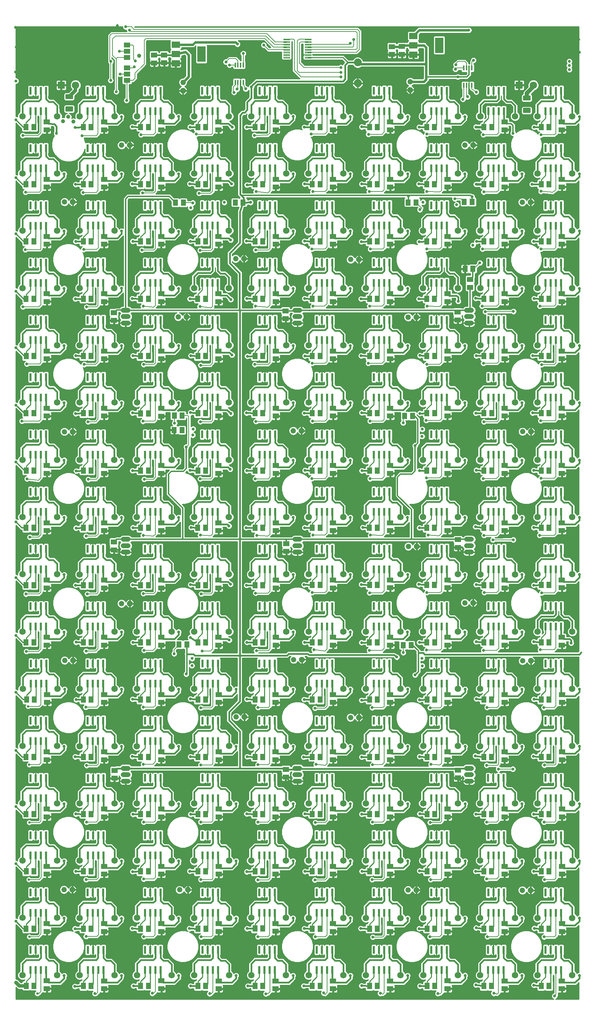
<source format=gbl>
G75*
%MOIN*%
%OFA0B0*%
%FSLAX25Y25*%
%IPPOS*%
%LPD*%
%AMOC8*
5,1,8,0,0,1.08239X$1,22.5*
%
%ADD10R,0.02100X0.07800*%
%ADD11C,0.06201*%
%ADD12R,0.05118X0.06299*%
%ADD13R,0.05906X0.05118*%
%ADD14C,0.04756*%
%ADD15R,0.01811X0.04921*%
%ADD16C,0.00404*%
%ADD17R,0.06300X0.04600*%
%ADD18R,0.05118X0.05906*%
%ADD19C,0.07087*%
%ADD20R,0.07087X0.07087*%
%ADD21R,0.07900X0.05900*%
%ADD22R,0.07900X0.15000*%
%ADD23C,0.07500*%
%ADD24OC8,0.07500*%
%ADD25OC8,0.05200*%
%ADD26C,0.05200*%
%ADD27C,0.01181*%
%ADD28C,0.00787*%
%ADD29C,0.02781*%
%ADD30C,0.01600*%
%ADD31C,0.01200*%
%ADD32C,0.01000*%
%ADD33C,0.03962*%
%ADD34C,0.03200*%
%ADD35C,0.02400*%
%ADD36C,0.02387*%
%ADD37C,0.04000*%
D10*
X0043765Y0086685D03*
X0048765Y0086685D03*
X0053765Y0086685D03*
X0058765Y0086685D03*
X0058765Y0106185D03*
X0053765Y0106185D03*
X0048765Y0106185D03*
X0043765Y0106185D03*
X0043745Y0141820D03*
X0048745Y0141820D03*
X0053745Y0141820D03*
X0058745Y0141820D03*
X0058745Y0161320D03*
X0053745Y0161320D03*
X0048745Y0161320D03*
X0043745Y0161320D03*
X0043750Y0196920D03*
X0048750Y0196920D03*
X0053750Y0196920D03*
X0058750Y0196920D03*
X0058750Y0216420D03*
X0053750Y0216420D03*
X0048750Y0216420D03*
X0043750Y0216420D03*
X0043745Y0252025D03*
X0048745Y0252025D03*
X0053745Y0252025D03*
X0058745Y0252025D03*
X0058745Y0271525D03*
X0053745Y0271525D03*
X0048745Y0271525D03*
X0043745Y0271525D03*
X0043745Y0307145D03*
X0048745Y0307145D03*
X0053745Y0307145D03*
X0058745Y0307145D03*
X0058745Y0326645D03*
X0053745Y0326645D03*
X0048745Y0326645D03*
X0043745Y0326645D03*
X0044100Y0362250D03*
X0049100Y0362250D03*
X0054100Y0362250D03*
X0059100Y0362250D03*
X0059100Y0381750D03*
X0054100Y0381750D03*
X0049100Y0381750D03*
X0044100Y0381750D03*
X0043745Y0417370D03*
X0048745Y0417370D03*
X0053745Y0417370D03*
X0058745Y0417370D03*
X0058745Y0436870D03*
X0053745Y0436870D03*
X0048745Y0436870D03*
X0043745Y0436870D03*
X0043745Y0472485D03*
X0048745Y0472485D03*
X0053745Y0472485D03*
X0058745Y0472485D03*
X0058745Y0491985D03*
X0053745Y0491985D03*
X0048745Y0491985D03*
X0043745Y0491985D03*
X0043740Y0527600D03*
X0048740Y0527600D03*
X0053740Y0527600D03*
X0058740Y0527600D03*
X0058740Y0547100D03*
X0053740Y0547100D03*
X0048740Y0547100D03*
X0043740Y0547100D03*
X0043750Y0582730D03*
X0048750Y0582730D03*
X0053750Y0582730D03*
X0058750Y0582730D03*
X0058750Y0602230D03*
X0053750Y0602230D03*
X0048750Y0602230D03*
X0043750Y0602230D03*
X0043745Y0637845D03*
X0048745Y0637845D03*
X0053745Y0637845D03*
X0058745Y0637845D03*
X0058745Y0657345D03*
X0053745Y0657345D03*
X0048745Y0657345D03*
X0043745Y0657345D03*
X0043760Y0692965D03*
X0048760Y0692965D03*
X0053760Y0692965D03*
X0058760Y0692965D03*
X0058760Y0712465D03*
X0053760Y0712465D03*
X0048760Y0712465D03*
X0043760Y0712465D03*
X0043745Y0748075D03*
X0048745Y0748075D03*
X0053745Y0748075D03*
X0058745Y0748075D03*
X0058745Y0767575D03*
X0053745Y0767575D03*
X0048745Y0767575D03*
X0043745Y0767575D03*
X0043745Y0803185D03*
X0048745Y0803185D03*
X0053745Y0803185D03*
X0058745Y0803185D03*
X0058745Y0822685D03*
X0053745Y0822685D03*
X0048745Y0822685D03*
X0043745Y0822685D03*
X0043695Y0858245D03*
X0048695Y0858245D03*
X0053695Y0858245D03*
X0058695Y0858245D03*
X0058695Y0877745D03*
X0053695Y0877745D03*
X0048695Y0877745D03*
X0043695Y0877745D03*
X0043665Y0913425D03*
X0048665Y0913425D03*
X0053665Y0913425D03*
X0058665Y0913425D03*
X0058665Y0932925D03*
X0053665Y0932925D03*
X0048665Y0932925D03*
X0043665Y0932925D03*
X0098835Y0932930D03*
X0103835Y0932930D03*
X0108835Y0932930D03*
X0113835Y0932930D03*
X0113835Y0913430D03*
X0108835Y0913430D03*
X0103835Y0913430D03*
X0098835Y0913430D03*
X0098860Y0877825D03*
X0103860Y0877825D03*
X0108860Y0877825D03*
X0113860Y0877825D03*
X0113860Y0858325D03*
X0108860Y0858325D03*
X0103860Y0858325D03*
X0098860Y0858325D03*
X0098890Y0822705D03*
X0103890Y0822705D03*
X0108890Y0822705D03*
X0113890Y0822705D03*
X0113890Y0803205D03*
X0108890Y0803205D03*
X0103890Y0803205D03*
X0098890Y0803205D03*
X0098835Y0767615D03*
X0103835Y0767615D03*
X0108835Y0767615D03*
X0113835Y0767615D03*
X0113835Y0748115D03*
X0108835Y0748115D03*
X0103835Y0748115D03*
X0098835Y0748115D03*
X0098865Y0712460D03*
X0103865Y0712460D03*
X0108865Y0712460D03*
X0113865Y0712460D03*
X0113865Y0692960D03*
X0108865Y0692960D03*
X0103865Y0692960D03*
X0098865Y0692960D03*
X0098860Y0657345D03*
X0103860Y0657345D03*
X0108860Y0657345D03*
X0113860Y0657345D03*
X0113860Y0637845D03*
X0108860Y0637845D03*
X0103860Y0637845D03*
X0098860Y0637845D03*
X0098850Y0602210D03*
X0103850Y0602210D03*
X0108850Y0602210D03*
X0113850Y0602210D03*
X0113850Y0582710D03*
X0108850Y0582710D03*
X0103850Y0582710D03*
X0098850Y0582710D03*
X0098870Y0547105D03*
X0103870Y0547105D03*
X0108870Y0547105D03*
X0113870Y0547105D03*
X0113870Y0527605D03*
X0108870Y0527605D03*
X0103870Y0527605D03*
X0098870Y0527605D03*
X0098825Y0491975D03*
X0103825Y0491975D03*
X0108825Y0491975D03*
X0113825Y0491975D03*
X0113825Y0472475D03*
X0108825Y0472475D03*
X0103825Y0472475D03*
X0098825Y0472475D03*
X0098860Y0436865D03*
X0103860Y0436865D03*
X0108860Y0436865D03*
X0113860Y0436865D03*
X0113860Y0417365D03*
X0108860Y0417365D03*
X0103860Y0417365D03*
X0098860Y0417365D03*
X0098865Y0381765D03*
X0103865Y0381765D03*
X0108865Y0381765D03*
X0113865Y0381765D03*
X0113865Y0362265D03*
X0108865Y0362265D03*
X0103865Y0362265D03*
X0098865Y0362265D03*
X0098865Y0326640D03*
X0103865Y0326640D03*
X0108865Y0326640D03*
X0113865Y0326640D03*
X0113865Y0307140D03*
X0108865Y0307140D03*
X0103865Y0307140D03*
X0098865Y0307140D03*
X0098895Y0271525D03*
X0103895Y0271525D03*
X0108895Y0271525D03*
X0113895Y0271525D03*
X0113895Y0252025D03*
X0108895Y0252025D03*
X0103895Y0252025D03*
X0098895Y0252025D03*
X0098895Y0216420D03*
X0103895Y0216420D03*
X0108895Y0216420D03*
X0113895Y0216420D03*
X0113895Y0196920D03*
X0108895Y0196920D03*
X0103895Y0196920D03*
X0098895Y0196920D03*
X0098865Y0161240D03*
X0103865Y0161240D03*
X0108865Y0161240D03*
X0113865Y0161240D03*
X0113865Y0141740D03*
X0108865Y0141740D03*
X0103865Y0141740D03*
X0098865Y0141740D03*
X0098875Y0106145D03*
X0103875Y0106145D03*
X0108875Y0106145D03*
X0113875Y0106145D03*
X0113875Y0086645D03*
X0108875Y0086645D03*
X0103875Y0086645D03*
X0098875Y0086645D03*
X0154005Y0086690D03*
X0159005Y0086690D03*
X0164005Y0086690D03*
X0169005Y0086690D03*
X0169005Y0106190D03*
X0164005Y0106190D03*
X0159005Y0106190D03*
X0154005Y0106190D03*
X0153995Y0141810D03*
X0158995Y0141810D03*
X0163995Y0141810D03*
X0168995Y0141810D03*
X0168995Y0161310D03*
X0163995Y0161310D03*
X0158995Y0161310D03*
X0153995Y0161310D03*
X0153990Y0196960D03*
X0158990Y0196960D03*
X0163990Y0196960D03*
X0168990Y0196960D03*
X0168990Y0216460D03*
X0163990Y0216460D03*
X0158990Y0216460D03*
X0153990Y0216460D03*
X0153980Y0252030D03*
X0158980Y0252030D03*
X0163980Y0252030D03*
X0168980Y0252030D03*
X0168980Y0271530D03*
X0163980Y0271530D03*
X0158980Y0271530D03*
X0153980Y0271530D03*
X0153980Y0307140D03*
X0158980Y0307140D03*
X0163980Y0307140D03*
X0168980Y0307140D03*
X0168980Y0326640D03*
X0163980Y0326640D03*
X0158980Y0326640D03*
X0153980Y0326640D03*
X0153985Y0362270D03*
X0158985Y0362270D03*
X0163985Y0362270D03*
X0168985Y0362270D03*
X0168985Y0381770D03*
X0163985Y0381770D03*
X0158985Y0381770D03*
X0153985Y0381770D03*
X0153980Y0417380D03*
X0158980Y0417380D03*
X0163980Y0417380D03*
X0168980Y0417380D03*
X0168980Y0436880D03*
X0163980Y0436880D03*
X0158980Y0436880D03*
X0153980Y0436880D03*
X0153945Y0472475D03*
X0158945Y0472475D03*
X0163945Y0472475D03*
X0168945Y0472475D03*
X0168945Y0491975D03*
X0163945Y0491975D03*
X0158945Y0491975D03*
X0153945Y0491975D03*
X0153975Y0527615D03*
X0158975Y0527615D03*
X0163975Y0527615D03*
X0168975Y0527615D03*
X0168975Y0547115D03*
X0163975Y0547115D03*
X0158975Y0547115D03*
X0153975Y0547115D03*
X0153990Y0582705D03*
X0158990Y0582705D03*
X0163990Y0582705D03*
X0168990Y0582705D03*
X0168990Y0602205D03*
X0163990Y0602205D03*
X0158990Y0602205D03*
X0153990Y0602205D03*
X0153990Y0637825D03*
X0158990Y0637825D03*
X0163990Y0637825D03*
X0168990Y0637825D03*
X0168990Y0657325D03*
X0163990Y0657325D03*
X0158990Y0657325D03*
X0153990Y0657325D03*
X0153975Y0692960D03*
X0158975Y0692960D03*
X0163975Y0692960D03*
X0168975Y0692960D03*
X0168975Y0712460D03*
X0163975Y0712460D03*
X0158975Y0712460D03*
X0153975Y0712460D03*
X0153960Y0748055D03*
X0158960Y0748055D03*
X0163960Y0748055D03*
X0168960Y0748055D03*
X0168960Y0767555D03*
X0163960Y0767555D03*
X0158960Y0767555D03*
X0153960Y0767555D03*
X0153965Y0803210D03*
X0158965Y0803210D03*
X0163965Y0803210D03*
X0168965Y0803210D03*
X0168965Y0822710D03*
X0163965Y0822710D03*
X0158965Y0822710D03*
X0153965Y0822710D03*
X0153980Y0858310D03*
X0158980Y0858310D03*
X0163980Y0858310D03*
X0168980Y0858310D03*
X0168980Y0877810D03*
X0163980Y0877810D03*
X0158980Y0877810D03*
X0153980Y0877810D03*
X0153990Y0913445D03*
X0158990Y0913445D03*
X0163990Y0913445D03*
X0168990Y0913445D03*
X0168990Y0932945D03*
X0163990Y0932945D03*
X0158990Y0932945D03*
X0153990Y0932945D03*
X0209095Y0932955D03*
X0214095Y0932955D03*
X0219095Y0932955D03*
X0224095Y0932955D03*
X0224095Y0913455D03*
X0219095Y0913455D03*
X0214095Y0913455D03*
X0209095Y0913455D03*
X0209110Y0877815D03*
X0214110Y0877815D03*
X0219110Y0877815D03*
X0224110Y0877815D03*
X0224110Y0858315D03*
X0219110Y0858315D03*
X0214110Y0858315D03*
X0209110Y0858315D03*
X0209105Y0822715D03*
X0214105Y0822715D03*
X0219105Y0822715D03*
X0224105Y0822715D03*
X0224105Y0803215D03*
X0219105Y0803215D03*
X0214105Y0803215D03*
X0209105Y0803215D03*
X0209080Y0767580D03*
X0214080Y0767580D03*
X0219080Y0767580D03*
X0224080Y0767580D03*
X0224080Y0748080D03*
X0219080Y0748080D03*
X0214080Y0748080D03*
X0209080Y0748080D03*
X0209105Y0712470D03*
X0214105Y0712470D03*
X0219105Y0712470D03*
X0224105Y0712470D03*
X0224105Y0692970D03*
X0219105Y0692970D03*
X0214105Y0692970D03*
X0209105Y0692970D03*
X0209100Y0657330D03*
X0214100Y0657330D03*
X0219100Y0657330D03*
X0224100Y0657330D03*
X0224100Y0637830D03*
X0219100Y0637830D03*
X0214100Y0637830D03*
X0209100Y0637830D03*
X0209105Y0602235D03*
X0214105Y0602235D03*
X0219105Y0602235D03*
X0224105Y0602235D03*
X0224105Y0582735D03*
X0219105Y0582735D03*
X0214105Y0582735D03*
X0209105Y0582735D03*
X0209070Y0547080D03*
X0214070Y0547080D03*
X0219070Y0547080D03*
X0224070Y0547080D03*
X0224070Y0527580D03*
X0219070Y0527580D03*
X0214070Y0527580D03*
X0209070Y0527580D03*
X0209105Y0491990D03*
X0214105Y0491990D03*
X0219105Y0491990D03*
X0224105Y0491990D03*
X0224105Y0472490D03*
X0219105Y0472490D03*
X0214105Y0472490D03*
X0209105Y0472490D03*
X0209085Y0436880D03*
X0214085Y0436880D03*
X0219085Y0436880D03*
X0224085Y0436880D03*
X0224085Y0417380D03*
X0219085Y0417380D03*
X0214085Y0417380D03*
X0209085Y0417380D03*
X0209255Y0381750D03*
X0214255Y0381750D03*
X0219255Y0381750D03*
X0224255Y0381750D03*
X0224255Y0362250D03*
X0219255Y0362250D03*
X0214255Y0362250D03*
X0209255Y0362250D03*
X0209255Y0326645D03*
X0214255Y0326645D03*
X0219255Y0326645D03*
X0224255Y0326645D03*
X0224255Y0307145D03*
X0219255Y0307145D03*
X0214255Y0307145D03*
X0209255Y0307145D03*
X0209250Y0271530D03*
X0214250Y0271530D03*
X0219250Y0271530D03*
X0224250Y0271530D03*
X0224250Y0252030D03*
X0219250Y0252030D03*
X0214250Y0252030D03*
X0209250Y0252030D03*
X0209255Y0216370D03*
X0214255Y0216370D03*
X0219255Y0216370D03*
X0224255Y0216370D03*
X0224255Y0196870D03*
X0219255Y0196870D03*
X0214255Y0196870D03*
X0209255Y0196870D03*
X0209280Y0161250D03*
X0214280Y0161250D03*
X0219280Y0161250D03*
X0224280Y0161250D03*
X0224280Y0141750D03*
X0219280Y0141750D03*
X0214280Y0141750D03*
X0209280Y0141750D03*
X0209250Y0106150D03*
X0214250Y0106150D03*
X0219250Y0106150D03*
X0224250Y0106150D03*
X0224250Y0086650D03*
X0219250Y0086650D03*
X0214250Y0086650D03*
X0209250Y0086650D03*
X0264120Y0086660D03*
X0269120Y0086660D03*
X0274120Y0086660D03*
X0279120Y0086660D03*
X0279120Y0106160D03*
X0274120Y0106160D03*
X0269120Y0106160D03*
X0264120Y0106160D03*
X0264110Y0141830D03*
X0269110Y0141830D03*
X0274110Y0141830D03*
X0279110Y0141830D03*
X0279110Y0161330D03*
X0274110Y0161330D03*
X0269110Y0161330D03*
X0264110Y0161330D03*
X0264105Y0196905D03*
X0269105Y0196905D03*
X0274105Y0196905D03*
X0279105Y0196905D03*
X0279105Y0216405D03*
X0274105Y0216405D03*
X0269105Y0216405D03*
X0264105Y0216405D03*
X0264110Y0252030D03*
X0269110Y0252030D03*
X0274110Y0252030D03*
X0279110Y0252030D03*
X0279110Y0271530D03*
X0274110Y0271530D03*
X0269110Y0271530D03*
X0264110Y0271530D03*
X0264100Y0307145D03*
X0269100Y0307145D03*
X0274100Y0307145D03*
X0279100Y0307145D03*
X0279100Y0326645D03*
X0274100Y0326645D03*
X0269100Y0326645D03*
X0264100Y0326645D03*
X0264110Y0362275D03*
X0269110Y0362275D03*
X0274110Y0362275D03*
X0279110Y0362275D03*
X0279110Y0381775D03*
X0274110Y0381775D03*
X0269110Y0381775D03*
X0264110Y0381775D03*
X0264205Y0417375D03*
X0269205Y0417375D03*
X0274205Y0417375D03*
X0279205Y0417375D03*
X0279205Y0436875D03*
X0274205Y0436875D03*
X0269205Y0436875D03*
X0264205Y0436875D03*
X0264205Y0472490D03*
X0269205Y0472490D03*
X0274205Y0472490D03*
X0279205Y0472490D03*
X0279205Y0491990D03*
X0274205Y0491990D03*
X0269205Y0491990D03*
X0264205Y0491990D03*
X0264215Y0527605D03*
X0269215Y0527605D03*
X0274215Y0527605D03*
X0279215Y0527605D03*
X0279215Y0547105D03*
X0274215Y0547105D03*
X0269215Y0547105D03*
X0264215Y0547105D03*
X0264245Y0582720D03*
X0269245Y0582720D03*
X0274245Y0582720D03*
X0279245Y0582720D03*
X0279245Y0602220D03*
X0274245Y0602220D03*
X0269245Y0602220D03*
X0264245Y0602220D03*
X0264235Y0637850D03*
X0269235Y0637850D03*
X0274235Y0637850D03*
X0279235Y0637850D03*
X0279235Y0657350D03*
X0274235Y0657350D03*
X0269235Y0657350D03*
X0264235Y0657350D03*
X0264250Y0692955D03*
X0269250Y0692955D03*
X0274250Y0692955D03*
X0279250Y0692955D03*
X0279250Y0712455D03*
X0274250Y0712455D03*
X0269250Y0712455D03*
X0264250Y0712455D03*
X0264225Y0748085D03*
X0269225Y0748085D03*
X0274225Y0748085D03*
X0279225Y0748085D03*
X0279225Y0767585D03*
X0274225Y0767585D03*
X0269225Y0767585D03*
X0264225Y0767585D03*
X0264220Y0803205D03*
X0269220Y0803205D03*
X0274220Y0803205D03*
X0279220Y0803205D03*
X0279220Y0822705D03*
X0274220Y0822705D03*
X0269220Y0822705D03*
X0264220Y0822705D03*
X0264205Y0858310D03*
X0269205Y0858310D03*
X0274205Y0858310D03*
X0279205Y0858310D03*
X0279205Y0877810D03*
X0274205Y0877810D03*
X0269205Y0877810D03*
X0264205Y0877810D03*
X0264215Y0913445D03*
X0269215Y0913445D03*
X0274215Y0913445D03*
X0279215Y0913445D03*
X0279215Y0932945D03*
X0274215Y0932945D03*
X0269215Y0932945D03*
X0264215Y0932945D03*
X0319365Y0932910D03*
X0324365Y0932910D03*
X0329365Y0932910D03*
X0334365Y0932910D03*
X0334365Y0913410D03*
X0329365Y0913410D03*
X0324365Y0913410D03*
X0319365Y0913410D03*
X0319305Y0877830D03*
X0324305Y0877830D03*
X0329305Y0877830D03*
X0334305Y0877830D03*
X0334305Y0858330D03*
X0329305Y0858330D03*
X0324305Y0858330D03*
X0319305Y0858330D03*
X0319310Y0822710D03*
X0324310Y0822710D03*
X0329310Y0822710D03*
X0334310Y0822710D03*
X0334310Y0803210D03*
X0329310Y0803210D03*
X0324310Y0803210D03*
X0319310Y0803210D03*
X0319340Y0767590D03*
X0324340Y0767590D03*
X0329340Y0767590D03*
X0334340Y0767590D03*
X0334340Y0748090D03*
X0329340Y0748090D03*
X0324340Y0748090D03*
X0319340Y0748090D03*
X0319345Y0712465D03*
X0324345Y0712465D03*
X0329345Y0712465D03*
X0334345Y0712465D03*
X0334345Y0692965D03*
X0329345Y0692965D03*
X0324345Y0692965D03*
X0319345Y0692965D03*
X0319375Y0657345D03*
X0324375Y0657345D03*
X0329375Y0657345D03*
X0334375Y0657345D03*
X0334375Y0637845D03*
X0329375Y0637845D03*
X0324375Y0637845D03*
X0319375Y0637845D03*
X0319335Y0602235D03*
X0324335Y0602235D03*
X0329335Y0602235D03*
X0334335Y0602235D03*
X0334335Y0582735D03*
X0329335Y0582735D03*
X0324335Y0582735D03*
X0319335Y0582735D03*
X0319335Y0547105D03*
X0324335Y0547105D03*
X0329335Y0547105D03*
X0334335Y0547105D03*
X0334335Y0527605D03*
X0329335Y0527605D03*
X0324335Y0527605D03*
X0319335Y0527605D03*
X0319335Y0491995D03*
X0324335Y0491995D03*
X0329335Y0491995D03*
X0334335Y0491995D03*
X0334335Y0472495D03*
X0329335Y0472495D03*
X0324335Y0472495D03*
X0319335Y0472495D03*
X0319325Y0436855D03*
X0324325Y0436855D03*
X0329325Y0436855D03*
X0334325Y0436855D03*
X0334325Y0417355D03*
X0329325Y0417355D03*
X0324325Y0417355D03*
X0319325Y0417355D03*
X0319345Y0381770D03*
X0324345Y0381770D03*
X0329345Y0381770D03*
X0334345Y0381770D03*
X0334345Y0362270D03*
X0329345Y0362270D03*
X0324345Y0362270D03*
X0319345Y0362270D03*
X0319345Y0326645D03*
X0324345Y0326645D03*
X0329345Y0326645D03*
X0334345Y0326645D03*
X0334345Y0307145D03*
X0329345Y0307145D03*
X0324345Y0307145D03*
X0319345Y0307145D03*
X0319340Y0271530D03*
X0324340Y0271530D03*
X0329340Y0271530D03*
X0334340Y0271530D03*
X0334340Y0252030D03*
X0329340Y0252030D03*
X0324340Y0252030D03*
X0319340Y0252030D03*
X0319345Y0216390D03*
X0324345Y0216390D03*
X0329345Y0216390D03*
X0334345Y0216390D03*
X0334345Y0196890D03*
X0329345Y0196890D03*
X0324345Y0196890D03*
X0319345Y0196890D03*
X0319330Y0161290D03*
X0324330Y0161290D03*
X0329330Y0161290D03*
X0334330Y0161290D03*
X0334330Y0141790D03*
X0329330Y0141790D03*
X0324330Y0141790D03*
X0319330Y0141790D03*
X0319360Y0106160D03*
X0324360Y0106160D03*
X0329360Y0106160D03*
X0334360Y0106160D03*
X0334360Y0086660D03*
X0329360Y0086660D03*
X0324360Y0086660D03*
X0319360Y0086660D03*
X0374475Y0086660D03*
X0379475Y0086660D03*
X0384475Y0086660D03*
X0389475Y0086660D03*
X0389475Y0106160D03*
X0384475Y0106160D03*
X0379475Y0106160D03*
X0374475Y0106160D03*
X0374450Y0141770D03*
X0379450Y0141770D03*
X0384450Y0141770D03*
X0389450Y0141770D03*
X0389450Y0161270D03*
X0384450Y0161270D03*
X0379450Y0161270D03*
X0374450Y0161270D03*
X0374455Y0196910D03*
X0379455Y0196910D03*
X0384455Y0196910D03*
X0389455Y0196910D03*
X0389455Y0216410D03*
X0384455Y0216410D03*
X0379455Y0216410D03*
X0374455Y0216410D03*
X0374465Y0252030D03*
X0379465Y0252030D03*
X0384465Y0252030D03*
X0389465Y0252030D03*
X0389465Y0271530D03*
X0384465Y0271530D03*
X0379465Y0271530D03*
X0374465Y0271530D03*
X0374450Y0307145D03*
X0379450Y0307145D03*
X0384450Y0307145D03*
X0389450Y0307145D03*
X0389450Y0326645D03*
X0384450Y0326645D03*
X0379450Y0326645D03*
X0374450Y0326645D03*
X0374450Y0362265D03*
X0379450Y0362265D03*
X0384450Y0362265D03*
X0389450Y0362265D03*
X0389450Y0381765D03*
X0384450Y0381765D03*
X0379450Y0381765D03*
X0374450Y0381765D03*
X0374390Y0417385D03*
X0379390Y0417385D03*
X0384390Y0417385D03*
X0389390Y0417385D03*
X0389390Y0436885D03*
X0384390Y0436885D03*
X0379390Y0436885D03*
X0374390Y0436885D03*
X0374490Y0472500D03*
X0379490Y0472500D03*
X0384490Y0472500D03*
X0389490Y0472500D03*
X0389490Y0492000D03*
X0384490Y0492000D03*
X0379490Y0492000D03*
X0374490Y0492000D03*
X0374410Y0527595D03*
X0379410Y0527595D03*
X0384410Y0527595D03*
X0389410Y0527595D03*
X0389410Y0547095D03*
X0384410Y0547095D03*
X0379410Y0547095D03*
X0374410Y0547095D03*
X0374455Y0582730D03*
X0379455Y0582730D03*
X0384455Y0582730D03*
X0389455Y0582730D03*
X0389455Y0602230D03*
X0384455Y0602230D03*
X0379455Y0602230D03*
X0374455Y0602230D03*
X0374465Y0637840D03*
X0379465Y0637840D03*
X0384465Y0637840D03*
X0389465Y0637840D03*
X0389465Y0657340D03*
X0384465Y0657340D03*
X0379465Y0657340D03*
X0374465Y0657340D03*
X0374465Y0692970D03*
X0379465Y0692970D03*
X0384465Y0692970D03*
X0389465Y0692970D03*
X0389465Y0712470D03*
X0384465Y0712470D03*
X0379465Y0712470D03*
X0374465Y0712470D03*
X0374445Y0748095D03*
X0379445Y0748095D03*
X0384445Y0748095D03*
X0389445Y0748095D03*
X0389445Y0767595D03*
X0384445Y0767595D03*
X0379445Y0767595D03*
X0374445Y0767595D03*
X0374455Y0803195D03*
X0379455Y0803195D03*
X0384455Y0803195D03*
X0389455Y0803195D03*
X0389455Y0822695D03*
X0384455Y0822695D03*
X0379455Y0822695D03*
X0374455Y0822695D03*
X0374485Y0858325D03*
X0379485Y0858325D03*
X0384485Y0858325D03*
X0389485Y0858325D03*
X0389485Y0877825D03*
X0384485Y0877825D03*
X0379485Y0877825D03*
X0374485Y0877825D03*
X0374460Y0913440D03*
X0379460Y0913440D03*
X0384460Y0913440D03*
X0389460Y0913440D03*
X0389460Y0932940D03*
X0384460Y0932940D03*
X0379460Y0932940D03*
X0374460Y0932940D03*
X0429580Y0932920D03*
X0434580Y0932920D03*
X0439580Y0932920D03*
X0444580Y0932920D03*
X0444580Y0913420D03*
X0439580Y0913420D03*
X0434580Y0913420D03*
X0429580Y0913420D03*
X0429600Y0877820D03*
X0434600Y0877820D03*
X0439600Y0877820D03*
X0444600Y0877820D03*
X0444600Y0858320D03*
X0439600Y0858320D03*
X0434600Y0858320D03*
X0429600Y0858320D03*
X0429540Y0822715D03*
X0434540Y0822715D03*
X0439540Y0822715D03*
X0444540Y0822715D03*
X0444540Y0803215D03*
X0439540Y0803215D03*
X0434540Y0803215D03*
X0429540Y0803215D03*
X0429575Y0767600D03*
X0434575Y0767600D03*
X0439575Y0767600D03*
X0444575Y0767600D03*
X0444575Y0748100D03*
X0439575Y0748100D03*
X0434575Y0748100D03*
X0429575Y0748100D03*
X0429615Y0712460D03*
X0434615Y0712460D03*
X0439615Y0712460D03*
X0444615Y0712460D03*
X0444615Y0692960D03*
X0439615Y0692960D03*
X0434615Y0692960D03*
X0429615Y0692960D03*
X0429605Y0657345D03*
X0434605Y0657345D03*
X0439605Y0657345D03*
X0444605Y0657345D03*
X0444605Y0637845D03*
X0439605Y0637845D03*
X0434605Y0637845D03*
X0429605Y0637845D03*
X0429580Y0602235D03*
X0434580Y0602235D03*
X0439580Y0602235D03*
X0444580Y0602235D03*
X0444580Y0582735D03*
X0439580Y0582735D03*
X0434580Y0582735D03*
X0429580Y0582735D03*
X0429575Y0547100D03*
X0434575Y0547100D03*
X0439575Y0547100D03*
X0444575Y0547100D03*
X0444575Y0527600D03*
X0439575Y0527600D03*
X0434575Y0527600D03*
X0429575Y0527600D03*
X0429570Y0492020D03*
X0434570Y0492020D03*
X0439570Y0492020D03*
X0444570Y0492020D03*
X0444570Y0472520D03*
X0439570Y0472520D03*
X0434570Y0472520D03*
X0429570Y0472520D03*
X0429605Y0436870D03*
X0434605Y0436870D03*
X0439605Y0436870D03*
X0444605Y0436870D03*
X0444605Y0417370D03*
X0439605Y0417370D03*
X0434605Y0417370D03*
X0429605Y0417370D03*
X0429785Y0381765D03*
X0434785Y0381765D03*
X0439785Y0381765D03*
X0444785Y0381765D03*
X0444785Y0362265D03*
X0439785Y0362265D03*
X0434785Y0362265D03*
X0429785Y0362265D03*
X0429780Y0326650D03*
X0434780Y0326650D03*
X0439780Y0326650D03*
X0444780Y0326650D03*
X0444780Y0307150D03*
X0439780Y0307150D03*
X0434780Y0307150D03*
X0429780Y0307150D03*
X0429775Y0271530D03*
X0434775Y0271530D03*
X0439775Y0271530D03*
X0444775Y0271530D03*
X0444775Y0252030D03*
X0439775Y0252030D03*
X0434775Y0252030D03*
X0429775Y0252030D03*
X0429795Y0216410D03*
X0434795Y0216410D03*
X0439795Y0216410D03*
X0444795Y0216410D03*
X0444795Y0196910D03*
X0439795Y0196910D03*
X0434795Y0196910D03*
X0429795Y0196910D03*
X0429760Y0161305D03*
X0434760Y0161305D03*
X0439760Y0161305D03*
X0444760Y0161305D03*
X0444760Y0141805D03*
X0439760Y0141805D03*
X0434760Y0141805D03*
X0429760Y0141805D03*
X0429780Y0106185D03*
X0434780Y0106185D03*
X0439780Y0106185D03*
X0444780Y0106185D03*
X0444780Y0086685D03*
X0439780Y0086685D03*
X0434780Y0086685D03*
X0429780Y0086685D03*
X0484530Y0086640D03*
X0489530Y0086640D03*
X0494530Y0086640D03*
X0499530Y0086640D03*
X0499530Y0106140D03*
X0494530Y0106140D03*
X0489530Y0106140D03*
X0484530Y0106140D03*
X0484555Y0141800D03*
X0489555Y0141800D03*
X0494555Y0141800D03*
X0499555Y0141800D03*
X0499555Y0161300D03*
X0494555Y0161300D03*
X0489555Y0161300D03*
X0484555Y0161300D03*
X0484565Y0196900D03*
X0489565Y0196900D03*
X0494565Y0196900D03*
X0499565Y0196900D03*
X0499565Y0216400D03*
X0494565Y0216400D03*
X0489565Y0216400D03*
X0484565Y0216400D03*
X0484530Y0252030D03*
X0489530Y0252030D03*
X0494530Y0252030D03*
X0499530Y0252030D03*
X0499530Y0271530D03*
X0494530Y0271530D03*
X0489530Y0271530D03*
X0484530Y0271530D03*
X0484550Y0307140D03*
X0489550Y0307140D03*
X0494550Y0307140D03*
X0499550Y0307140D03*
X0499550Y0326640D03*
X0494550Y0326640D03*
X0489550Y0326640D03*
X0484550Y0326640D03*
X0484555Y0362270D03*
X0489555Y0362270D03*
X0494555Y0362270D03*
X0499555Y0362270D03*
X0499555Y0381770D03*
X0494555Y0381770D03*
X0489555Y0381770D03*
X0484555Y0381770D03*
X0484690Y0417380D03*
X0489690Y0417380D03*
X0494690Y0417380D03*
X0499690Y0417380D03*
X0499690Y0436880D03*
X0494690Y0436880D03*
X0489690Y0436880D03*
X0484690Y0436880D03*
X0484700Y0472475D03*
X0489700Y0472475D03*
X0494700Y0472475D03*
X0499700Y0472475D03*
X0499700Y0491975D03*
X0494700Y0491975D03*
X0489700Y0491975D03*
X0484700Y0491975D03*
X0484685Y0527605D03*
X0489685Y0527605D03*
X0494685Y0527605D03*
X0499685Y0527605D03*
X0499685Y0547105D03*
X0494685Y0547105D03*
X0489685Y0547105D03*
X0484685Y0547105D03*
X0484710Y0582735D03*
X0489710Y0582735D03*
X0494710Y0582735D03*
X0499710Y0582735D03*
X0499710Y0602235D03*
X0494710Y0602235D03*
X0489710Y0602235D03*
X0484710Y0602235D03*
X0484695Y0637855D03*
X0489695Y0637855D03*
X0494695Y0637855D03*
X0499695Y0637855D03*
X0499695Y0657355D03*
X0494695Y0657355D03*
X0489695Y0657355D03*
X0484695Y0657355D03*
X0484705Y0692970D03*
X0489705Y0692970D03*
X0494705Y0692970D03*
X0499705Y0692970D03*
X0499705Y0712470D03*
X0494705Y0712470D03*
X0489705Y0712470D03*
X0484705Y0712470D03*
X0484695Y0748085D03*
X0489695Y0748085D03*
X0494695Y0748085D03*
X0499695Y0748085D03*
X0499695Y0767585D03*
X0494695Y0767585D03*
X0489695Y0767585D03*
X0484695Y0767585D03*
X0484695Y0803210D03*
X0489695Y0803210D03*
X0494695Y0803210D03*
X0499695Y0803210D03*
X0499695Y0822710D03*
X0494695Y0822710D03*
X0489695Y0822710D03*
X0484695Y0822710D03*
X0484690Y0858330D03*
X0489690Y0858330D03*
X0494690Y0858330D03*
X0499690Y0858330D03*
X0499690Y0877830D03*
X0494690Y0877830D03*
X0489690Y0877830D03*
X0484690Y0877830D03*
X0484695Y0913425D03*
X0489695Y0913425D03*
X0494695Y0913425D03*
X0499695Y0913425D03*
X0499695Y0932925D03*
X0494695Y0932925D03*
X0489695Y0932925D03*
X0484695Y0932925D03*
X0539800Y0932930D03*
X0544800Y0932930D03*
X0549800Y0932930D03*
X0554800Y0932930D03*
X0554800Y0913430D03*
X0549800Y0913430D03*
X0544800Y0913430D03*
X0539800Y0913430D03*
X0539805Y0877840D03*
X0544805Y0877840D03*
X0549805Y0877840D03*
X0554805Y0877840D03*
X0554805Y0858340D03*
X0549805Y0858340D03*
X0544805Y0858340D03*
X0539805Y0858340D03*
X0539815Y0822690D03*
X0544815Y0822690D03*
X0549815Y0822690D03*
X0554815Y0822690D03*
X0554815Y0803190D03*
X0549815Y0803190D03*
X0544815Y0803190D03*
X0539815Y0803190D03*
X0539795Y0767580D03*
X0544795Y0767580D03*
X0549795Y0767580D03*
X0554795Y0767580D03*
X0554795Y0748080D03*
X0549795Y0748080D03*
X0544795Y0748080D03*
X0539795Y0748080D03*
X0539815Y0712465D03*
X0544815Y0712465D03*
X0549815Y0712465D03*
X0554815Y0712465D03*
X0554815Y0692965D03*
X0549815Y0692965D03*
X0544815Y0692965D03*
X0539815Y0692965D03*
X0539800Y0657350D03*
X0544800Y0657350D03*
X0549800Y0657350D03*
X0554800Y0657350D03*
X0554800Y0637850D03*
X0549800Y0637850D03*
X0544800Y0637850D03*
X0539800Y0637850D03*
X0539820Y0602250D03*
X0544820Y0602250D03*
X0549820Y0602250D03*
X0554820Y0602250D03*
X0554820Y0582750D03*
X0549820Y0582750D03*
X0544820Y0582750D03*
X0539820Y0582750D03*
X0539795Y0547120D03*
X0544795Y0547120D03*
X0549795Y0547120D03*
X0554795Y0547120D03*
X0554795Y0527620D03*
X0549795Y0527620D03*
X0544795Y0527620D03*
X0539795Y0527620D03*
X0539810Y0492000D03*
X0544810Y0492000D03*
X0549810Y0492000D03*
X0554810Y0492000D03*
X0554810Y0472500D03*
X0549810Y0472500D03*
X0544810Y0472500D03*
X0539810Y0472500D03*
X0539810Y0436885D03*
X0544810Y0436885D03*
X0549810Y0436885D03*
X0554810Y0436885D03*
X0554810Y0417385D03*
X0549810Y0417385D03*
X0544810Y0417385D03*
X0539810Y0417385D03*
X0539840Y0381765D03*
X0544840Y0381765D03*
X0549840Y0381765D03*
X0554840Y0381765D03*
X0554840Y0362265D03*
X0549840Y0362265D03*
X0544840Y0362265D03*
X0539840Y0362265D03*
X0539835Y0326645D03*
X0544835Y0326645D03*
X0549835Y0326645D03*
X0554835Y0326645D03*
X0554835Y0307145D03*
X0549835Y0307145D03*
X0544835Y0307145D03*
X0539835Y0307145D03*
X0539840Y0271530D03*
X0544840Y0271530D03*
X0549840Y0271530D03*
X0554840Y0271530D03*
X0554840Y0252030D03*
X0549840Y0252030D03*
X0544840Y0252030D03*
X0539840Y0252030D03*
X0539865Y0216395D03*
X0544865Y0216395D03*
X0549865Y0216395D03*
X0554865Y0216395D03*
X0554865Y0196895D03*
X0549865Y0196895D03*
X0544865Y0196895D03*
X0539865Y0196895D03*
X0539845Y0161300D03*
X0544845Y0161300D03*
X0549845Y0161300D03*
X0554845Y0161300D03*
X0554845Y0141800D03*
X0549845Y0141800D03*
X0544845Y0141800D03*
X0539845Y0141800D03*
X0539815Y0106170D03*
X0544815Y0106170D03*
X0549815Y0106170D03*
X0554815Y0106170D03*
X0554815Y0086670D03*
X0549815Y0086670D03*
X0544815Y0086670D03*
X0539815Y0086670D03*
D11*
X0532033Y0081720D03*
X0510212Y0081690D03*
X0476748Y0081690D03*
X0455462Y0081735D03*
X0421998Y0081735D03*
X0400157Y0081710D03*
X0366693Y0081710D03*
X0345042Y0081710D03*
X0311578Y0081710D03*
X0289802Y0081710D03*
X0256338Y0081710D03*
X0234932Y0081700D03*
X0201468Y0081700D03*
X0179687Y0081740D03*
X0146223Y0081740D03*
X0124557Y0081695D03*
X0091093Y0081695D03*
X0069447Y0081735D03*
X0035983Y0081735D03*
X0035963Y0136870D03*
X0069427Y0136870D03*
X0091083Y0136790D03*
X0124547Y0136790D03*
X0146213Y0136860D03*
X0179677Y0136860D03*
X0201498Y0136800D03*
X0201473Y0191920D03*
X0179672Y0192010D03*
X0146208Y0192010D03*
X0124577Y0191970D03*
X0091113Y0191970D03*
X0069432Y0191970D03*
X0035968Y0191970D03*
X0035963Y0247075D03*
X0069427Y0247075D03*
X0091113Y0247075D03*
X0124577Y0247075D03*
X0146198Y0247080D03*
X0179662Y0247080D03*
X0201468Y0247080D03*
X0234932Y0247080D03*
X0256328Y0247080D03*
X0289792Y0247080D03*
X0311558Y0247080D03*
X0345022Y0247080D03*
X0366683Y0247080D03*
X0366673Y0191960D03*
X0345027Y0191940D03*
X0311563Y0191940D03*
X0289787Y0191955D03*
X0256323Y0191955D03*
X0234937Y0191920D03*
X0234962Y0136800D03*
X0256328Y0136880D03*
X0289792Y0136880D03*
X0311548Y0136840D03*
X0345012Y0136840D03*
X0366668Y0136820D03*
X0400132Y0136820D03*
X0421978Y0136855D03*
X0455442Y0136855D03*
X0476773Y0136850D03*
X0510237Y0136850D03*
X0532063Y0136850D03*
X0532083Y0191945D03*
X0510247Y0191950D03*
X0476783Y0191950D03*
X0455477Y0191960D03*
X0422013Y0191960D03*
X0400137Y0191960D03*
X0400147Y0247080D03*
X0421993Y0247080D03*
X0455457Y0247080D03*
X0476748Y0247080D03*
X0510212Y0247080D03*
X0532058Y0247080D03*
X0565522Y0247080D03*
X0565547Y0191945D03*
X0565527Y0136850D03*
X0565497Y0081720D03*
X0565517Y0302195D03*
X0565522Y0357315D03*
X0565492Y0412435D03*
X0565492Y0467550D03*
X0532028Y0467550D03*
X0510382Y0467525D03*
X0476918Y0467525D03*
X0455252Y0467570D03*
X0421788Y0467570D03*
X0400172Y0467550D03*
X0400072Y0412435D03*
X0421823Y0412420D03*
X0455287Y0412420D03*
X0476908Y0412430D03*
X0510372Y0412430D03*
X0532028Y0412435D03*
X0532058Y0357315D03*
X0510237Y0357320D03*
X0476773Y0357320D03*
X0455467Y0357315D03*
X0422003Y0357315D03*
X0400132Y0357315D03*
X0400132Y0302195D03*
X0421998Y0302200D03*
X0455462Y0302200D03*
X0476768Y0302190D03*
X0510232Y0302190D03*
X0532053Y0302195D03*
X0532013Y0522670D03*
X0510367Y0522655D03*
X0476903Y0522655D03*
X0455257Y0522650D03*
X0421793Y0522650D03*
X0400092Y0522645D03*
X0400137Y0577780D03*
X0421798Y0577785D03*
X0455262Y0577785D03*
X0476928Y0577785D03*
X0510392Y0577785D03*
X0532038Y0577800D03*
X0532018Y0632900D03*
X0510377Y0632905D03*
X0476913Y0632905D03*
X0455287Y0632895D03*
X0421823Y0632895D03*
X0400136Y0632904D03*
X0366671Y0632904D03*
X0345057Y0632895D03*
X0311593Y0632895D03*
X0289917Y0632900D03*
X0256453Y0632900D03*
X0234782Y0632880D03*
X0201318Y0632880D03*
X0179672Y0632875D03*
X0146208Y0632875D03*
X0124542Y0632895D03*
X0091078Y0632895D03*
X0069427Y0632895D03*
X0035963Y0632895D03*
X0035968Y0577780D03*
X0069432Y0577780D03*
X0091068Y0577760D03*
X0124532Y0577760D03*
X0146208Y0577755D03*
X0179672Y0577755D03*
X0201323Y0577785D03*
X0234787Y0577785D03*
X0256463Y0577770D03*
X0289927Y0577770D03*
X0311553Y0577785D03*
X0345017Y0577785D03*
X0366673Y0577780D03*
X0366628Y0522645D03*
X0345017Y0522655D03*
X0311553Y0522655D03*
X0289897Y0522655D03*
X0256433Y0522655D03*
X0234752Y0522630D03*
X0201288Y0522630D03*
X0179657Y0522665D03*
X0146193Y0522665D03*
X0124552Y0522655D03*
X0091088Y0522655D03*
X0069422Y0522650D03*
X0035958Y0522650D03*
X0035963Y0467535D03*
X0069427Y0467535D03*
X0091043Y0467525D03*
X0124507Y0467525D03*
X0146163Y0467525D03*
X0179627Y0467525D03*
X0201323Y0467540D03*
X0234787Y0467540D03*
X0256423Y0467540D03*
X0289887Y0467540D03*
X0311553Y0467545D03*
X0345017Y0467545D03*
X0366708Y0467550D03*
X0366608Y0412435D03*
X0345007Y0412405D03*
X0311543Y0412405D03*
X0289887Y0412425D03*
X0256423Y0412425D03*
X0234767Y0412430D03*
X0201303Y0412430D03*
X0179662Y0412430D03*
X0146198Y0412430D03*
X0124542Y0412415D03*
X0091078Y0412415D03*
X0069427Y0412420D03*
X0035963Y0412420D03*
X0036318Y0357300D03*
X0069782Y0357300D03*
X0091083Y0357315D03*
X0124547Y0357315D03*
X0146203Y0357320D03*
X0179667Y0357320D03*
X0201473Y0357300D03*
X0201473Y0302195D03*
X0179662Y0302190D03*
X0146198Y0302190D03*
X0124547Y0302190D03*
X0091083Y0302190D03*
X0069427Y0302195D03*
X0035963Y0302195D03*
X0234937Y0302195D03*
X0256318Y0302195D03*
X0289782Y0302195D03*
X0311563Y0302195D03*
X0345027Y0302195D03*
X0366668Y0302195D03*
X0366668Y0357315D03*
X0345027Y0357320D03*
X0311563Y0357320D03*
X0289792Y0357325D03*
X0256328Y0357325D03*
X0234937Y0357300D03*
X0234787Y0688020D03*
X0256468Y0688005D03*
X0289932Y0688005D03*
X0311563Y0688015D03*
X0345027Y0688015D03*
X0366683Y0688020D03*
X0366663Y0743145D03*
X0345022Y0743140D03*
X0311558Y0743140D03*
X0289907Y0743135D03*
X0256443Y0743135D03*
X0234762Y0743130D03*
X0201298Y0743130D03*
X0179642Y0743105D03*
X0146178Y0743105D03*
X0124517Y0743165D03*
X0091053Y0743165D03*
X0069427Y0743125D03*
X0035963Y0743125D03*
X0035978Y0688015D03*
X0069442Y0688015D03*
X0091083Y0688010D03*
X0124547Y0688010D03*
X0146193Y0688010D03*
X0179657Y0688010D03*
X0201323Y0688020D03*
X0201323Y0798265D03*
X0179647Y0798260D03*
X0146183Y0798260D03*
X0124572Y0798255D03*
X0091108Y0798255D03*
X0069427Y0798235D03*
X0035963Y0798235D03*
X0035913Y0853295D03*
X0069377Y0853295D03*
X0091078Y0853375D03*
X0124542Y0853375D03*
X0146198Y0853360D03*
X0179662Y0853360D03*
X0201328Y0853365D03*
X0234792Y0853365D03*
X0256423Y0853360D03*
X0289887Y0853360D03*
X0311523Y0853380D03*
X0344987Y0853380D03*
X0366703Y0853375D03*
X0366678Y0908490D03*
X0345047Y0908460D03*
X0311583Y0908460D03*
X0289897Y0908495D03*
X0256433Y0908495D03*
X0234777Y0908505D03*
X0201313Y0908505D03*
X0179672Y0908495D03*
X0146208Y0908495D03*
X0124545Y0908495D03*
X0091081Y0908495D03*
X0069427Y0908495D03*
X0035963Y0908495D03*
X0234787Y0798265D03*
X0256438Y0798255D03*
X0289902Y0798255D03*
X0311528Y0798260D03*
X0344992Y0798260D03*
X0366673Y0798245D03*
X0400137Y0798245D03*
X0421758Y0798265D03*
X0455222Y0798265D03*
X0476913Y0798260D03*
X0510377Y0798260D03*
X0532033Y0798240D03*
X0532013Y0743130D03*
X0510377Y0743135D03*
X0476913Y0743135D03*
X0455257Y0743150D03*
X0421793Y0743150D03*
X0400127Y0743145D03*
X0400147Y0688020D03*
X0421833Y0688010D03*
X0455297Y0688010D03*
X0476923Y0688020D03*
X0510387Y0688020D03*
X0532033Y0688015D03*
X0565497Y0688015D03*
X0565477Y0743130D03*
X0565497Y0798240D03*
X0565487Y0853390D03*
X0565482Y0908480D03*
X0532018Y0908480D03*
X0510377Y0908475D03*
X0476913Y0908475D03*
X0455262Y0908470D03*
X0421798Y0908470D03*
X0400142Y0908490D03*
X0400167Y0853375D03*
X0421818Y0853370D03*
X0455282Y0853370D03*
X0476908Y0853380D03*
X0510372Y0853380D03*
X0532023Y0853390D03*
X0565482Y0632900D03*
X0565502Y0577800D03*
X0565477Y0522670D03*
D12*
X0543060Y0512320D03*
X0535580Y0512320D03*
X0535605Y0567450D03*
X0543085Y0567450D03*
X0543065Y0622550D03*
X0535585Y0622550D03*
X0535600Y0677665D03*
X0543080Y0677665D03*
X0543060Y0732780D03*
X0535580Y0732780D03*
X0535600Y0787890D03*
X0543080Y0787890D03*
X0543070Y0843040D03*
X0535590Y0843040D03*
X0535585Y0898130D03*
X0543065Y0898130D03*
X0487960Y0898125D03*
X0480480Y0898125D03*
X0480475Y0843030D03*
X0487955Y0843030D03*
X0487960Y0787910D03*
X0480480Y0787910D03*
X0480480Y0732785D03*
X0487960Y0732785D03*
X0487970Y0677670D03*
X0480490Y0677670D03*
X0480480Y0622555D03*
X0487960Y0622555D03*
X0487975Y0567435D03*
X0480495Y0567435D03*
X0480470Y0512305D03*
X0487950Y0512305D03*
X0487965Y0457175D03*
X0480485Y0457175D03*
X0480475Y0402080D03*
X0487955Y0402080D03*
X0487820Y0346970D03*
X0480340Y0346970D03*
X0480335Y0291840D03*
X0487815Y0291840D03*
X0487795Y0236730D03*
X0480315Y0236730D03*
X0480350Y0181600D03*
X0487830Y0181600D03*
X0487820Y0126500D03*
X0480340Y0126500D03*
X0480315Y0071340D03*
X0487795Y0071340D03*
X0535600Y0071370D03*
X0543080Y0071370D03*
X0543110Y0126500D03*
X0535630Y0126500D03*
X0535650Y0181595D03*
X0543130Y0181595D03*
X0543105Y0236730D03*
X0535625Y0236730D03*
X0535620Y0291845D03*
X0543100Y0291845D03*
X0543105Y0346965D03*
X0535625Y0346965D03*
X0535595Y0402085D03*
X0543075Y0402085D03*
X0543075Y0457200D03*
X0535595Y0457200D03*
X0432835Y0457220D03*
X0425355Y0457220D03*
X0425390Y0402070D03*
X0432870Y0402070D03*
X0433050Y0346965D03*
X0425570Y0346965D03*
X0425565Y0291850D03*
X0433045Y0291850D03*
X0433040Y0236730D03*
X0425560Y0236730D03*
X0425580Y0181610D03*
X0433060Y0181610D03*
X0433025Y0126505D03*
X0425545Y0126505D03*
X0425565Y0071385D03*
X0433045Y0071385D03*
X0377740Y0071360D03*
X0370260Y0071360D03*
X0370235Y0126470D03*
X0377715Y0126470D03*
X0377720Y0181610D03*
X0370240Y0181610D03*
X0370250Y0236730D03*
X0377730Y0236730D03*
X0377715Y0291845D03*
X0370235Y0291845D03*
X0370235Y0346965D03*
X0377715Y0346965D03*
X0377655Y0402085D03*
X0370175Y0402085D03*
X0370275Y0457200D03*
X0377755Y0457200D03*
X0377675Y0512295D03*
X0370195Y0512295D03*
X0370240Y0567430D03*
X0377720Y0567430D03*
X0377730Y0622540D03*
X0370250Y0622540D03*
X0370250Y0677670D03*
X0377730Y0677670D03*
X0377710Y0732795D03*
X0370230Y0732795D03*
X0370240Y0787895D03*
X0377720Y0787895D03*
X0377750Y0843025D03*
X0370270Y0843025D03*
X0370245Y0898140D03*
X0377725Y0898140D03*
X0425365Y0898120D03*
X0432845Y0898120D03*
X0432865Y0843020D03*
X0425385Y0843020D03*
X0425325Y0787915D03*
X0432805Y0787915D03*
X0432840Y0732800D03*
X0425360Y0732800D03*
X0425400Y0677660D03*
X0432880Y0677660D03*
X0432870Y0622545D03*
X0425390Y0622545D03*
X0425365Y0567435D03*
X0432845Y0567435D03*
X0432840Y0512300D03*
X0425360Y0512300D03*
X0322600Y0512305D03*
X0315120Y0512305D03*
X0315120Y0567435D03*
X0322600Y0567435D03*
X0322640Y0622545D03*
X0315160Y0622545D03*
X0315130Y0677665D03*
X0322610Y0677665D03*
X0322605Y0732790D03*
X0315125Y0732790D03*
X0315095Y0787910D03*
X0322575Y0787910D03*
X0322570Y0843030D03*
X0315090Y0843030D03*
X0315150Y0898110D03*
X0322630Y0898110D03*
X0267480Y0898145D03*
X0260000Y0898145D03*
X0259990Y0843010D03*
X0267470Y0843010D03*
X0267485Y0787905D03*
X0260005Y0787905D03*
X0260010Y0732785D03*
X0267490Y0732785D03*
X0267515Y0677655D03*
X0260035Y0677655D03*
X0260020Y0622550D03*
X0267500Y0622550D03*
X0267510Y0567420D03*
X0260030Y0567420D03*
X0260000Y0512305D03*
X0267480Y0512305D03*
X0267470Y0457190D03*
X0259990Y0457190D03*
X0259990Y0402075D03*
X0267470Y0402075D03*
X0267375Y0346975D03*
X0259895Y0346975D03*
X0259885Y0291845D03*
X0267365Y0291845D03*
X0267375Y0236730D03*
X0259895Y0236730D03*
X0259890Y0181605D03*
X0267370Y0181605D03*
X0267375Y0126530D03*
X0259895Y0126530D03*
X0259905Y0071360D03*
X0267385Y0071360D03*
X0315145Y0071360D03*
X0322625Y0071360D03*
X0322595Y0126490D03*
X0315115Y0126490D03*
X0315130Y0181590D03*
X0322610Y0181590D03*
X0322605Y0236730D03*
X0315125Y0236730D03*
X0315130Y0291845D03*
X0322610Y0291845D03*
X0322610Y0346970D03*
X0315130Y0346970D03*
X0315110Y0402055D03*
X0322590Y0402055D03*
X0322600Y0457195D03*
X0315120Y0457195D03*
X0212370Y0457190D03*
X0204890Y0457190D03*
X0204870Y0402080D03*
X0212350Y0402080D03*
X0212520Y0346950D03*
X0205040Y0346950D03*
X0205040Y0291845D03*
X0212520Y0291845D03*
X0212515Y0236730D03*
X0205035Y0236730D03*
X0205040Y0181570D03*
X0212520Y0181570D03*
X0212545Y0126450D03*
X0205065Y0126450D03*
X0205035Y0071350D03*
X0212515Y0071350D03*
X0157270Y0071390D03*
X0149790Y0071390D03*
X0149780Y0126510D03*
X0157260Y0126510D03*
X0157255Y0181660D03*
X0149775Y0181660D03*
X0149765Y0236730D03*
X0157245Y0236730D03*
X0157245Y0291840D03*
X0149765Y0291840D03*
X0149770Y0346970D03*
X0157250Y0346970D03*
X0157245Y0402080D03*
X0149765Y0402080D03*
X0149730Y0457175D03*
X0157210Y0457175D03*
X0157240Y0512315D03*
X0149760Y0512315D03*
X0149775Y0567405D03*
X0157255Y0567405D03*
X0157255Y0622525D03*
X0149775Y0622525D03*
X0149760Y0677660D03*
X0157240Y0677660D03*
X0157225Y0732755D03*
X0149745Y0732755D03*
X0149750Y0787910D03*
X0157230Y0787910D03*
X0157245Y0843010D03*
X0149765Y0843010D03*
X0149775Y0898145D03*
X0157255Y0898145D03*
X0204880Y0898155D03*
X0212360Y0898155D03*
X0212375Y0843015D03*
X0204895Y0843015D03*
X0204890Y0787915D03*
X0212370Y0787915D03*
X0212345Y0732780D03*
X0204865Y0732780D03*
X0204890Y0677670D03*
X0212370Y0677670D03*
X0212365Y0622530D03*
X0204885Y0622530D03*
X0204890Y0567435D03*
X0212370Y0567435D03*
X0212335Y0512280D03*
X0204855Y0512280D03*
X0102135Y0512305D03*
X0094655Y0512305D03*
X0094635Y0567410D03*
X0102115Y0567410D03*
X0102125Y0622545D03*
X0094645Y0622545D03*
X0094650Y0677660D03*
X0102130Y0677660D03*
X0102100Y0732815D03*
X0094620Y0732815D03*
X0094675Y0787905D03*
X0102155Y0787905D03*
X0102125Y0843025D03*
X0094645Y0843025D03*
X0094620Y0898130D03*
X0102100Y0898130D03*
X0046930Y0898125D03*
X0039450Y0898125D03*
X0039480Y0842945D03*
X0046960Y0842945D03*
X0047010Y0787885D03*
X0039530Y0787885D03*
X0039530Y0732775D03*
X0047010Y0732775D03*
X0047025Y0677665D03*
X0039545Y0677665D03*
X0039530Y0622545D03*
X0047010Y0622545D03*
X0047015Y0567430D03*
X0039535Y0567430D03*
X0039525Y0512300D03*
X0047005Y0512300D03*
X0047010Y0457185D03*
X0039530Y0457185D03*
X0039530Y0402070D03*
X0047010Y0402070D03*
X0047365Y0346950D03*
X0039885Y0346950D03*
X0039530Y0291845D03*
X0047010Y0291845D03*
X0047010Y0236725D03*
X0039530Y0236725D03*
X0039535Y0181620D03*
X0047015Y0181620D03*
X0047010Y0126520D03*
X0039530Y0126520D03*
X0039550Y0071385D03*
X0047030Y0071385D03*
X0094660Y0071345D03*
X0102140Y0071345D03*
X0102130Y0126440D03*
X0094650Y0126440D03*
X0094680Y0181620D03*
X0102160Y0181620D03*
X0102160Y0236725D03*
X0094680Y0236725D03*
X0094650Y0291840D03*
X0102130Y0291840D03*
X0102130Y0346965D03*
X0094650Y0346965D03*
X0094645Y0402065D03*
X0102125Y0402065D03*
X0102090Y0457175D03*
X0094610Y0457175D03*
D13*
X0114535Y0454505D03*
X0114535Y0461985D03*
X0124165Y0491175D03*
X0124165Y0498655D03*
X0114580Y0509635D03*
X0114580Y0517115D03*
X0114560Y0564740D03*
X0114560Y0572220D03*
X0114570Y0619875D03*
X0114570Y0627355D03*
X0114575Y0674990D03*
X0114575Y0682470D03*
X0124185Y0711980D03*
X0124185Y0719460D03*
X0114545Y0730145D03*
X0114545Y0737625D03*
X0114600Y0785235D03*
X0114600Y0792715D03*
X0114570Y0840355D03*
X0114570Y0847835D03*
X0114545Y0895460D03*
X0114545Y0902940D03*
X0162790Y0959830D03*
X0162790Y0967310D03*
X0172420Y0967475D03*
X0172420Y0959995D03*
X0169700Y0902955D03*
X0169700Y0895475D03*
X0169690Y0847820D03*
X0169690Y0840340D03*
X0169675Y0792720D03*
X0169675Y0785240D03*
X0169670Y0737565D03*
X0169670Y0730085D03*
X0169685Y0682470D03*
X0169685Y0674990D03*
X0169700Y0627335D03*
X0169700Y0619855D03*
X0169700Y0572215D03*
X0169700Y0564735D03*
X0169685Y0517125D03*
X0169685Y0509645D03*
X0169655Y0461985D03*
X0169655Y0454505D03*
X0169690Y0406890D03*
X0169690Y0399410D03*
X0169695Y0351780D03*
X0169695Y0344300D03*
X0169690Y0296650D03*
X0169690Y0289170D03*
X0169690Y0241540D03*
X0169690Y0234060D03*
X0169700Y0186470D03*
X0169700Y0178990D03*
X0169705Y0131320D03*
X0169705Y0123840D03*
X0169715Y0076200D03*
X0169715Y0068720D03*
X0114585Y0068675D03*
X0114585Y0076155D03*
X0114575Y0123770D03*
X0114575Y0131250D03*
X0114605Y0178950D03*
X0114605Y0186430D03*
X0114605Y0234055D03*
X0114605Y0241535D03*
X0124550Y0271260D03*
X0124550Y0278740D03*
X0114575Y0289170D03*
X0114575Y0296650D03*
X0114575Y0344295D03*
X0114575Y0351775D03*
X0114570Y0399395D03*
X0114570Y0406875D03*
X0059455Y0406880D03*
X0059455Y0399400D03*
X0059810Y0351760D03*
X0059810Y0344280D03*
X0059455Y0296655D03*
X0059455Y0289175D03*
X0059455Y0241535D03*
X0059455Y0234055D03*
X0059460Y0186430D03*
X0059460Y0178950D03*
X0059455Y0131330D03*
X0059455Y0123850D03*
X0059475Y0076195D03*
X0059475Y0068715D03*
X0224960Y0068680D03*
X0224960Y0076160D03*
X0224990Y0123780D03*
X0224990Y0131260D03*
X0224965Y0178900D03*
X0224965Y0186380D03*
X0224960Y0234060D03*
X0224960Y0241540D03*
X0224965Y0289175D03*
X0224965Y0296655D03*
X0224965Y0344280D03*
X0224965Y0351760D03*
X0224795Y0399410D03*
X0224795Y0406890D03*
X0224815Y0454520D03*
X0224815Y0462000D03*
X0224780Y0509610D03*
X0224780Y0517090D03*
X0224815Y0564765D03*
X0224815Y0572245D03*
X0224810Y0619860D03*
X0224810Y0627340D03*
X0224815Y0675000D03*
X0224815Y0682480D03*
X0224790Y0730110D03*
X0224790Y0737590D03*
X0224815Y0785245D03*
X0224815Y0792725D03*
X0224820Y0840345D03*
X0224820Y0847825D03*
X0224805Y0895485D03*
X0224805Y0902965D03*
X0279925Y0902955D03*
X0279925Y0895475D03*
X0279915Y0847820D03*
X0279915Y0840340D03*
X0279930Y0792715D03*
X0279930Y0785235D03*
X0279935Y0737595D03*
X0279935Y0730115D03*
X0289465Y0721175D03*
X0289465Y0713695D03*
X0279960Y0682465D03*
X0279960Y0674985D03*
X0279945Y0627360D03*
X0279945Y0619880D03*
X0279955Y0572230D03*
X0279955Y0564750D03*
X0279925Y0517115D03*
X0279925Y0509635D03*
X0290105Y0497150D03*
X0290105Y0489670D03*
X0279915Y0462000D03*
X0279915Y0454520D03*
X0279915Y0406885D03*
X0279915Y0399405D03*
X0279820Y0351785D03*
X0279820Y0344305D03*
X0279810Y0296655D03*
X0279810Y0289175D03*
X0289670Y0279790D03*
X0289670Y0272310D03*
X0279820Y0241540D03*
X0279820Y0234060D03*
X0279815Y0186415D03*
X0279815Y0178935D03*
X0279820Y0131340D03*
X0279820Y0123860D03*
X0279830Y0076170D03*
X0279830Y0068690D03*
X0335070Y0068690D03*
X0335070Y0076170D03*
X0335040Y0123820D03*
X0335040Y0131300D03*
X0335055Y0178920D03*
X0335055Y0186400D03*
X0335050Y0234060D03*
X0335050Y0241540D03*
X0335055Y0289175D03*
X0335055Y0296655D03*
X0335055Y0344300D03*
X0335055Y0351780D03*
X0335035Y0399385D03*
X0335035Y0406865D03*
X0335045Y0454525D03*
X0335045Y0462005D03*
X0335045Y0509635D03*
X0335045Y0517115D03*
X0335045Y0564765D03*
X0335045Y0572245D03*
X0335085Y0619875D03*
X0335085Y0627355D03*
X0335055Y0674995D03*
X0335055Y0682475D03*
X0335050Y0730120D03*
X0335050Y0737600D03*
X0335020Y0785240D03*
X0335020Y0792720D03*
X0335015Y0840360D03*
X0335015Y0847840D03*
X0335075Y0895440D03*
X0335075Y0902920D03*
X0390170Y0902950D03*
X0390170Y0895470D03*
X0390195Y0847835D03*
X0390195Y0840355D03*
X0390165Y0792705D03*
X0390165Y0785225D03*
X0390155Y0737605D03*
X0390155Y0730125D03*
X0390175Y0682480D03*
X0390175Y0675000D03*
X0390175Y0627350D03*
X0390175Y0619870D03*
X0390165Y0572240D03*
X0390165Y0564760D03*
X0390120Y0517105D03*
X0390120Y0509625D03*
X0390200Y0462010D03*
X0390200Y0454530D03*
X0390100Y0406895D03*
X0390100Y0399415D03*
X0390160Y0351775D03*
X0390160Y0344295D03*
X0390160Y0296655D03*
X0390160Y0289175D03*
X0390175Y0241540D03*
X0390175Y0234060D03*
X0390165Y0186420D03*
X0390165Y0178940D03*
X0390160Y0131280D03*
X0390160Y0123800D03*
X0390185Y0076170D03*
X0390185Y0068690D03*
X0445490Y0068715D03*
X0445490Y0076195D03*
X0445470Y0123835D03*
X0445470Y0131315D03*
X0445505Y0178940D03*
X0445505Y0186420D03*
X0445485Y0234060D03*
X0445485Y0241540D03*
X0455375Y0271675D03*
X0455375Y0279155D03*
X0445490Y0289180D03*
X0445490Y0296660D03*
X0445495Y0344295D03*
X0445495Y0351775D03*
X0445315Y0399400D03*
X0445315Y0406880D03*
X0445280Y0454550D03*
X0445280Y0462030D03*
X0455410Y0493415D03*
X0455410Y0500895D03*
X0445285Y0509630D03*
X0445285Y0517110D03*
X0445290Y0564765D03*
X0445290Y0572245D03*
X0445315Y0619875D03*
X0445315Y0627355D03*
X0445325Y0674990D03*
X0445325Y0682470D03*
X0455135Y0712520D03*
X0455135Y0720000D03*
X0445285Y0730130D03*
X0445285Y0737610D03*
X0466940Y0743845D03*
X0466940Y0751325D03*
X0445250Y0785245D03*
X0445250Y0792725D03*
X0445310Y0840350D03*
X0445310Y0847830D03*
X0445290Y0895450D03*
X0445290Y0902930D03*
X0401400Y0968065D03*
X0401400Y0975545D03*
X0391810Y0975470D03*
X0391810Y0967990D03*
X0500405Y0902935D03*
X0500405Y0895455D03*
X0500400Y0847840D03*
X0500400Y0840360D03*
X0500405Y0792720D03*
X0500405Y0785240D03*
X0500405Y0737595D03*
X0500405Y0730115D03*
X0500415Y0682480D03*
X0500415Y0675000D03*
X0500405Y0627365D03*
X0500405Y0619885D03*
X0500420Y0572245D03*
X0500420Y0564765D03*
X0500395Y0517115D03*
X0500395Y0509635D03*
X0500410Y0461985D03*
X0500410Y0454505D03*
X0500400Y0406890D03*
X0500400Y0399410D03*
X0500265Y0351780D03*
X0500265Y0344300D03*
X0500260Y0296650D03*
X0500260Y0289170D03*
X0500240Y0241540D03*
X0500240Y0234060D03*
X0500275Y0186410D03*
X0500275Y0178930D03*
X0500265Y0131310D03*
X0500265Y0123830D03*
X0500240Y0076150D03*
X0500240Y0068670D03*
X0555525Y0068700D03*
X0555525Y0076180D03*
X0555555Y0123830D03*
X0555555Y0131310D03*
X0555575Y0178925D03*
X0555575Y0186405D03*
X0555550Y0234060D03*
X0555550Y0241540D03*
X0555545Y0289175D03*
X0555545Y0296655D03*
X0555550Y0344295D03*
X0555550Y0351775D03*
X0555520Y0399415D03*
X0555520Y0406895D03*
X0555520Y0454530D03*
X0555520Y0462010D03*
X0555505Y0509650D03*
X0555505Y0517130D03*
X0555530Y0564780D03*
X0555530Y0572260D03*
X0555510Y0619880D03*
X0555510Y0627360D03*
X0555525Y0674995D03*
X0555525Y0682475D03*
X0555505Y0730110D03*
X0555505Y0737590D03*
X0555525Y0785220D03*
X0555525Y0792700D03*
X0555515Y0840370D03*
X0555515Y0847850D03*
X0555510Y0895460D03*
X0555510Y0902940D03*
X0059375Y0902935D03*
X0059375Y0895455D03*
X0059405Y0847755D03*
X0059405Y0840275D03*
X0059455Y0792695D03*
X0059455Y0785215D03*
X0059455Y0737585D03*
X0059455Y0730105D03*
X0059470Y0682475D03*
X0059470Y0674995D03*
X0059455Y0627355D03*
X0059455Y0619875D03*
X0059460Y0572240D03*
X0059460Y0564760D03*
X0059450Y0517110D03*
X0059450Y0509630D03*
X0059455Y0461995D03*
X0059455Y0454515D03*
D14*
X0132994Y0488928D02*
X0137750Y0488928D01*
X0137750Y0495109D02*
X0132994Y0495109D01*
X0132994Y0501290D02*
X0137750Y0501290D01*
X0137750Y0709401D02*
X0132994Y0709401D01*
X0132994Y0715582D02*
X0137750Y0715582D01*
X0137750Y0721763D02*
X0132994Y0721763D01*
X0298349Y0721763D02*
X0303104Y0721763D01*
X0303104Y0715582D02*
X0298349Y0715582D01*
X0298349Y0709401D02*
X0303104Y0709401D01*
X0303104Y0501290D02*
X0298349Y0501290D01*
X0298349Y0495109D02*
X0303104Y0495109D01*
X0303104Y0488928D02*
X0298349Y0488928D01*
X0298349Y0280818D02*
X0303104Y0280818D01*
X0303104Y0274637D02*
X0298349Y0274637D01*
X0298349Y0268456D02*
X0303104Y0268456D01*
X0463703Y0268456D02*
X0468459Y0268456D01*
X0468459Y0274637D02*
X0463703Y0274637D01*
X0463703Y0280818D02*
X0468459Y0280818D01*
X0468459Y0488928D02*
X0463703Y0488928D01*
X0463703Y0495109D02*
X0468459Y0495109D01*
X0468459Y0501290D02*
X0463703Y0501290D01*
X0463703Y0709401D02*
X0468459Y0709401D01*
X0468459Y0715582D02*
X0463703Y0715582D01*
X0463703Y0721763D02*
X0468459Y0721763D01*
X0137750Y0280818D02*
X0132994Y0280818D01*
X0132994Y0274637D02*
X0137750Y0274637D01*
X0137750Y0268456D02*
X0132994Y0268456D01*
D15*
X0240901Y0941103D03*
X0243460Y0941103D03*
X0246020Y0941103D03*
X0248579Y0941103D03*
X0248579Y0957717D03*
X0246020Y0957717D03*
X0243460Y0957717D03*
X0240901Y0957717D03*
X0461026Y0954927D03*
X0463585Y0954927D03*
X0466145Y0954927D03*
X0468704Y0954927D03*
X0468704Y0938313D03*
X0466145Y0938313D03*
X0463585Y0938313D03*
X0461026Y0938313D03*
D16*
X0314140Y0964450D02*
X0308088Y0964450D01*
X0308088Y0965660D01*
X0314140Y0965660D01*
X0314140Y0964450D01*
X0314140Y0964853D02*
X0308088Y0964853D01*
X0308088Y0965256D02*
X0314140Y0965256D01*
X0314140Y0965659D02*
X0308088Y0965659D01*
X0308088Y0966950D02*
X0314140Y0966950D01*
X0308088Y0966950D02*
X0308088Y0968160D01*
X0314140Y0968160D01*
X0314140Y0966950D01*
X0314140Y0967353D02*
X0308088Y0967353D01*
X0308088Y0967756D02*
X0314140Y0967756D01*
X0314140Y0968159D02*
X0308088Y0968159D01*
X0308088Y0969450D02*
X0314140Y0969450D01*
X0308088Y0969450D02*
X0308088Y0970660D01*
X0314140Y0970660D01*
X0314140Y0969450D01*
X0314140Y0969853D02*
X0308088Y0969853D01*
X0308088Y0970256D02*
X0314140Y0970256D01*
X0314140Y0970659D02*
X0308088Y0970659D01*
X0308088Y0971950D02*
X0314140Y0971950D01*
X0308088Y0971950D02*
X0308088Y0973160D01*
X0314140Y0973160D01*
X0314140Y0971950D01*
X0314140Y0972353D02*
X0308088Y0972353D01*
X0308088Y0972756D02*
X0314140Y0972756D01*
X0314140Y0973159D02*
X0308088Y0973159D01*
X0308088Y0974450D02*
X0314140Y0974450D01*
X0308088Y0974450D02*
X0308088Y0975660D01*
X0314140Y0975660D01*
X0314140Y0974450D01*
X0314140Y0974853D02*
X0308088Y0974853D01*
X0308088Y0975256D02*
X0314140Y0975256D01*
X0314140Y0975659D02*
X0308088Y0975659D01*
X0308088Y0976950D02*
X0314140Y0976950D01*
X0308088Y0976950D02*
X0308088Y0978160D01*
X0314140Y0978160D01*
X0314140Y0976950D01*
X0314140Y0977353D02*
X0308088Y0977353D01*
X0308088Y0977756D02*
X0314140Y0977756D01*
X0314140Y0978159D02*
X0308088Y0978159D01*
X0308088Y0979450D02*
X0314140Y0979450D01*
X0308088Y0979450D02*
X0308088Y0980660D01*
X0314140Y0980660D01*
X0314140Y0979450D01*
X0314140Y0979853D02*
X0308088Y0979853D01*
X0308088Y0980256D02*
X0314140Y0980256D01*
X0314140Y0980659D02*
X0308088Y0980659D01*
X0308088Y0981950D02*
X0314140Y0981950D01*
X0308088Y0981950D02*
X0308088Y0983160D01*
X0314140Y0983160D01*
X0314140Y0981950D01*
X0314140Y0982353D02*
X0308088Y0982353D01*
X0308088Y0982756D02*
X0314140Y0982756D01*
X0314140Y0983159D02*
X0308088Y0983159D01*
X0293392Y0981950D02*
X0287340Y0981950D01*
X0287340Y0983160D01*
X0293392Y0983160D01*
X0293392Y0981950D01*
X0293392Y0982353D02*
X0287340Y0982353D01*
X0287340Y0982756D02*
X0293392Y0982756D01*
X0293392Y0983159D02*
X0287340Y0983159D01*
X0287340Y0979450D02*
X0293392Y0979450D01*
X0287340Y0979450D02*
X0287340Y0980660D01*
X0293392Y0980660D01*
X0293392Y0979450D01*
X0293392Y0979853D02*
X0287340Y0979853D01*
X0287340Y0980256D02*
X0293392Y0980256D01*
X0293392Y0980659D02*
X0287340Y0980659D01*
X0287340Y0976950D02*
X0293392Y0976950D01*
X0287340Y0976950D02*
X0287340Y0978160D01*
X0293392Y0978160D01*
X0293392Y0976950D01*
X0293392Y0977353D02*
X0287340Y0977353D01*
X0287340Y0977756D02*
X0293392Y0977756D01*
X0293392Y0978159D02*
X0287340Y0978159D01*
X0287340Y0974450D02*
X0293392Y0974450D01*
X0287340Y0974450D02*
X0287340Y0975660D01*
X0293392Y0975660D01*
X0293392Y0974450D01*
X0293392Y0974853D02*
X0287340Y0974853D01*
X0287340Y0975256D02*
X0293392Y0975256D01*
X0293392Y0975659D02*
X0287340Y0975659D01*
X0287340Y0971950D02*
X0293392Y0971950D01*
X0287340Y0971950D02*
X0287340Y0973160D01*
X0293392Y0973160D01*
X0293392Y0971950D01*
X0293392Y0972353D02*
X0287340Y0972353D01*
X0287340Y0972756D02*
X0293392Y0972756D01*
X0293392Y0973159D02*
X0287340Y0973159D01*
X0287340Y0969450D02*
X0293392Y0969450D01*
X0287340Y0969450D02*
X0287340Y0970660D01*
X0293392Y0970660D01*
X0293392Y0969450D01*
X0293392Y0969853D02*
X0287340Y0969853D01*
X0287340Y0970256D02*
X0293392Y0970256D01*
X0293392Y0970659D02*
X0287340Y0970659D01*
X0287340Y0966950D02*
X0293392Y0966950D01*
X0287340Y0966950D02*
X0287340Y0968160D01*
X0293392Y0968160D01*
X0293392Y0966950D01*
X0293392Y0967353D02*
X0287340Y0967353D01*
X0287340Y0967756D02*
X0293392Y0967756D01*
X0293392Y0968159D02*
X0287340Y0968159D01*
X0287340Y0964450D02*
X0293392Y0964450D01*
X0287340Y0964450D02*
X0287340Y0965660D01*
X0293392Y0965660D01*
X0293392Y0964450D01*
X0293392Y0964853D02*
X0287340Y0964853D01*
X0287340Y0965256D02*
X0293392Y0965256D01*
X0293392Y0965659D02*
X0287340Y0965659D01*
D17*
X0136720Y0964985D03*
X0136720Y0970985D03*
X0136720Y0976985D03*
X0136710Y0954965D03*
X0136710Y0948965D03*
X0136710Y0942965D03*
D18*
X0183425Y0825240D03*
X0190905Y0825240D03*
X0240915Y0825520D03*
X0248395Y0825520D03*
X0189760Y0620215D03*
X0182280Y0620215D03*
X0182115Y0606390D03*
X0189595Y0606390D03*
X0186835Y0399995D03*
X0194315Y0399995D03*
X0402750Y0399360D03*
X0410230Y0399360D03*
X0411655Y0620025D03*
X0404175Y0620025D03*
X0462225Y0761540D03*
X0469705Y0761540D03*
X0468990Y0825960D03*
X0461510Y0825960D03*
X0415010Y0825525D03*
X0407530Y0825525D03*
D19*
X0528089Y0938416D03*
X0087144Y0938416D03*
D20*
X0073364Y0938416D03*
X0514309Y0938416D03*
D21*
X0412470Y0967830D03*
X0412470Y0976830D03*
X0412470Y0985830D03*
X0183655Y0977470D03*
X0183655Y0968470D03*
X0183655Y0959470D03*
D22*
X0208455Y0968370D03*
X0437270Y0976730D03*
D23*
X0358870Y0960210D03*
D24*
X0358870Y0940210D03*
D25*
X0409430Y0933855D03*
X0470185Y0880720D03*
X0525415Y0825785D03*
X0415470Y0715135D03*
X0360025Y0770590D03*
X0304765Y0605760D03*
X0249280Y0771395D03*
X0193970Y0715310D03*
X0139465Y0880725D03*
X0084510Y0825945D03*
X0190550Y0933140D03*
X0084365Y0604850D03*
X0139375Y0439440D03*
X0084575Y0384645D03*
X0083965Y0164080D03*
X0195280Y0163870D03*
X0249785Y0330205D03*
X0305200Y0385495D03*
X0359925Y0329790D03*
X0415625Y0494455D03*
X0469965Y0440180D03*
X0525615Y0384205D03*
X0525445Y0163465D03*
X0415385Y0163735D03*
X0525610Y0604885D03*
D26*
X0517610Y0604885D03*
X0461965Y0440180D03*
X0407625Y0494455D03*
X0351925Y0329790D03*
X0297200Y0385495D03*
X0241785Y0330205D03*
X0187280Y0163870D03*
X0075965Y0164080D03*
X0076575Y0384645D03*
X0131375Y0439440D03*
X0076365Y0604850D03*
X0185970Y0715310D03*
X0241280Y0771395D03*
X0296765Y0605760D03*
X0352025Y0770590D03*
X0407470Y0715135D03*
X0462185Y0880720D03*
X0409430Y0941855D03*
X0517415Y0825785D03*
X0517615Y0384205D03*
X0517445Y0163465D03*
X0407385Y0163735D03*
X0076510Y0825945D03*
X0131465Y0880725D03*
X0190550Y0941140D03*
D27*
X0078083Y0929152D02*
X0078083Y0925608D01*
X0078083Y0929152D02*
X0084067Y0929152D01*
X0084067Y0925608D01*
X0078083Y0925608D01*
X0078083Y0926788D02*
X0084067Y0926788D01*
X0084067Y0927968D02*
X0078083Y0927968D01*
X0078083Y0929148D02*
X0084067Y0929148D01*
X0078083Y0917302D02*
X0078083Y0913758D01*
X0078083Y0917302D02*
X0084067Y0917302D01*
X0084067Y0913758D01*
X0078083Y0913758D01*
X0078083Y0914938D02*
X0084067Y0914938D01*
X0084067Y0916118D02*
X0078083Y0916118D01*
X0078083Y0917298D02*
X0084067Y0917298D01*
X0518703Y0915892D02*
X0518703Y0912348D01*
X0518703Y0915892D02*
X0524687Y0915892D01*
X0524687Y0912348D01*
X0518703Y0912348D01*
X0518703Y0913528D02*
X0524687Y0913528D01*
X0524687Y0914708D02*
X0518703Y0914708D01*
X0518703Y0915888D02*
X0524687Y0915888D01*
X0518703Y0924198D02*
X0518703Y0927742D01*
X0524687Y0927742D01*
X0524687Y0924198D01*
X0518703Y0924198D01*
X0518703Y0925378D02*
X0524687Y0925378D01*
X0524687Y0926558D02*
X0518703Y0926558D01*
X0518703Y0927738D02*
X0524687Y0927738D01*
D28*
X0549800Y0913430D02*
X0549800Y0892030D01*
X0548310Y0890540D01*
X0535355Y0890540D01*
X0549805Y0858340D02*
X0549805Y0837635D01*
X0546805Y0835210D01*
X0535388Y0836265D01*
X0534390Y0835535D01*
X0549815Y0803190D02*
X0549815Y0782220D01*
X0548225Y0780630D01*
X0535385Y0780630D01*
X0549795Y0748080D02*
X0549795Y0727470D01*
X0547955Y0725630D01*
X0534225Y0725630D01*
X0549815Y0692965D02*
X0549815Y0671175D01*
X0548150Y0669510D01*
X0536120Y0669510D01*
X0549800Y0637850D02*
X0549800Y0616415D01*
X0548710Y0615325D01*
X0535020Y0615325D01*
X0549820Y0582750D02*
X0549820Y0561805D01*
X0547940Y0559925D01*
X0535295Y0559925D01*
X0549795Y0527620D02*
X0549795Y0506840D01*
X0548050Y0505095D01*
X0534125Y0505095D01*
X0534065Y0505095D01*
X0549810Y0472500D02*
X0549810Y0451545D01*
X0547890Y0449625D01*
X0535995Y0449625D01*
X0549810Y0417385D02*
X0549810Y0396905D01*
X0547910Y0395005D01*
X0534670Y0395005D01*
X0549840Y0362265D02*
X0549840Y0341135D01*
X0547975Y0339270D01*
X0538170Y0339270D01*
X0549835Y0307145D02*
X0549835Y0285190D01*
X0548540Y0283895D01*
X0538605Y0283895D01*
X0549840Y0252030D02*
X0549840Y0230415D01*
X0548560Y0229135D01*
X0538270Y0229135D01*
X0549865Y0196895D02*
X0549865Y0175135D01*
X0548475Y0173745D01*
X0538840Y0173745D01*
X0549845Y0141800D02*
X0549845Y0120010D01*
X0548435Y0118600D01*
X0538360Y0118600D01*
X0549815Y0086670D02*
X0549815Y0062990D01*
X0548455Y0061630D01*
X0494530Y0064780D02*
X0493080Y0063330D01*
X0489935Y0064260D01*
X0494530Y0064780D02*
X0494530Y0086640D01*
X0493115Y0118655D02*
X0483700Y0118655D01*
X0493115Y0118655D02*
X0494555Y0120095D01*
X0494555Y0141800D01*
X0492650Y0174285D02*
X0483085Y0174285D01*
X0492650Y0174285D02*
X0494565Y0176200D01*
X0494565Y0196900D01*
X0492810Y0229065D02*
X0483200Y0229065D01*
X0492810Y0229065D02*
X0494530Y0230785D01*
X0494530Y0252030D01*
X0494370Y0280115D02*
X0508230Y0280115D01*
X0494550Y0284955D02*
X0494550Y0307140D01*
X0494550Y0284955D02*
X0493395Y0283800D01*
X0483115Y0283800D01*
X0483340Y0339480D02*
X0493005Y0339480D01*
X0494555Y0341030D01*
X0494555Y0362270D01*
X0492780Y0394495D02*
X0480060Y0394495D01*
X0492780Y0394495D02*
X0494690Y0396405D01*
X0494690Y0417380D01*
X0492710Y0450080D02*
X0480690Y0450080D01*
X0492710Y0450080D02*
X0494700Y0452070D01*
X0494700Y0472475D01*
X0489059Y0500684D02*
X0508760Y0500789D01*
X0494685Y0507280D02*
X0492500Y0505095D01*
X0480485Y0505095D01*
X0494685Y0507280D02*
X0494685Y0527605D01*
X0492410Y0559655D02*
X0479600Y0559655D01*
X0492410Y0559655D02*
X0494710Y0561955D01*
X0494710Y0582735D01*
X0492870Y0614470D02*
X0480340Y0614470D01*
X0492870Y0614470D02*
X0494695Y0616295D01*
X0494695Y0637855D01*
X0493060Y0670675D02*
X0479925Y0670675D01*
X0493060Y0670675D02*
X0494705Y0672320D01*
X0494705Y0692970D01*
X0481722Y0720292D02*
X0508838Y0720612D01*
X0494695Y0727775D02*
X0492640Y0725720D01*
X0478605Y0725720D01*
X0478485Y0725720D01*
X0494695Y0727775D02*
X0494695Y0748085D01*
X0476475Y0767400D02*
X0470545Y0761540D01*
X0469705Y0761540D01*
X0479040Y0780765D02*
X0492825Y0780765D01*
X0494695Y0782635D01*
X0494695Y0803210D01*
X0492780Y0835580D02*
X0480205Y0835580D01*
X0492780Y0835580D02*
X0494690Y0837490D01*
X0494690Y0858330D01*
X0492780Y0890720D02*
X0479830Y0890720D01*
X0492780Y0890720D02*
X0494695Y0892635D01*
X0494695Y0913425D01*
X0473075Y0931825D02*
X0468779Y0934726D01*
X0468704Y0938313D01*
X0463585Y0938313D02*
X0463585Y0928335D01*
X0464725Y0927195D01*
X0461006Y0925656D02*
X0460195Y0924845D01*
X0461006Y0925656D02*
X0461026Y0938313D01*
X0461026Y0954927D02*
X0452817Y0954927D01*
X0451665Y0953775D01*
X0453005Y0953680D01*
X0453310Y0958185D02*
X0452885Y0958655D01*
X0455510Y0961280D01*
X0461875Y0961280D01*
X0463585Y0959570D01*
X0463585Y0954927D01*
X0468704Y0954927D02*
X0468704Y0960664D01*
X0470385Y0962345D01*
X0439580Y0913420D02*
X0439580Y0892670D01*
X0438305Y0891395D01*
X0425440Y0891395D01*
X0439600Y0858320D02*
X0439600Y0837115D01*
X0438030Y0835545D01*
X0425405Y0836010D01*
X0415010Y0825525D02*
X0420440Y0820095D01*
X0418725Y0818590D01*
X0425400Y0780740D02*
X0437630Y0780740D01*
X0439540Y0782650D01*
X0439540Y0803215D01*
X0452400Y0829110D02*
X0458360Y0829110D01*
X0461510Y0825960D01*
X0439575Y0748100D02*
X0439575Y0726865D01*
X0438060Y0725350D01*
X0425745Y0725800D01*
X0439615Y0692960D02*
X0439615Y0671625D01*
X0437830Y0669840D01*
X0425300Y0669840D01*
X0439605Y0637845D02*
X0439605Y0617200D01*
X0438135Y0615730D01*
X0424785Y0615730D01*
X0404175Y0620025D02*
X0402595Y0618445D01*
X0402595Y0613300D01*
X0384465Y0616780D02*
X0384465Y0637840D01*
X0384465Y0616780D02*
X0382665Y0614980D01*
X0370635Y0614980D01*
X0384455Y0582730D02*
X0384455Y0561605D01*
X0382440Y0559590D01*
X0370690Y0559590D01*
X0384410Y0527595D02*
X0384410Y0506700D01*
X0382720Y0505010D01*
X0371190Y0505195D01*
X0384490Y0472500D02*
X0384490Y0451810D01*
X0382440Y0449760D01*
X0370245Y0449760D01*
X0384390Y0417385D02*
X0384390Y0396345D01*
X0382440Y0394395D01*
X0370075Y0394395D01*
X0384450Y0362265D02*
X0384450Y0340475D01*
X0383195Y0339220D01*
X0372785Y0339220D01*
X0384450Y0307145D02*
X0384450Y0286200D01*
X0382460Y0284210D01*
X0373180Y0284210D01*
X0384465Y0252030D02*
X0384465Y0230310D01*
X0383130Y0228975D01*
X0373010Y0228975D01*
X0384455Y0196910D02*
X0384455Y0175430D01*
X0382670Y0173645D01*
X0372735Y0173645D01*
X0384450Y0141770D02*
X0384450Y0120060D01*
X0382805Y0118415D01*
X0373370Y0118415D01*
X0384475Y0086660D02*
X0384475Y0064700D01*
X0383130Y0063355D01*
X0380615Y0064195D01*
X0329360Y0065030D02*
X0327510Y0063180D01*
X0326055Y0064530D01*
X0329360Y0065030D02*
X0329360Y0086660D01*
X0327865Y0118765D02*
X0318120Y0118765D01*
X0327865Y0118765D02*
X0329330Y0120230D01*
X0329330Y0141790D01*
X0327440Y0173380D02*
X0317535Y0173380D01*
X0327440Y0173380D02*
X0329345Y0175285D01*
X0329345Y0196890D01*
X0327415Y0228600D02*
X0318115Y0228600D01*
X0327415Y0228600D02*
X0329340Y0230525D01*
X0329340Y0252030D01*
X0327660Y0283835D02*
X0318720Y0284730D01*
X0327660Y0283835D02*
X0329345Y0285520D01*
X0329345Y0307145D01*
X0327285Y0338710D02*
X0317770Y0338710D01*
X0327285Y0338710D02*
X0329345Y0340770D01*
X0329345Y0362270D01*
X0327320Y0393635D02*
X0316630Y0394870D01*
X0316290Y0393635D01*
X0327320Y0393635D02*
X0329325Y0395640D01*
X0329325Y0417355D01*
X0327520Y0450075D02*
X0314955Y0450075D01*
X0327520Y0450075D02*
X0329335Y0451890D01*
X0329335Y0472495D01*
X0327320Y0505415D02*
X0315650Y0505415D01*
X0327320Y0505415D02*
X0329335Y0507430D01*
X0329335Y0527605D01*
X0327250Y0559820D02*
X0314805Y0559820D01*
X0327250Y0559820D02*
X0329335Y0561905D01*
X0329335Y0582735D01*
X0327390Y0615190D02*
X0315230Y0615190D01*
X0327390Y0615190D02*
X0329375Y0617175D01*
X0329375Y0637845D01*
X0327525Y0670650D02*
X0315045Y0670650D01*
X0327525Y0670650D02*
X0329345Y0672470D01*
X0329345Y0692965D01*
X0326830Y0725560D02*
X0315830Y0725690D01*
X0326830Y0725560D02*
X0329340Y0728070D01*
X0329340Y0748090D01*
X0327390Y0780790D02*
X0314815Y0780790D01*
X0327390Y0780790D02*
X0329310Y0782710D01*
X0329310Y0803210D01*
X0327225Y0836090D02*
X0315565Y0836090D01*
X0315535Y0836090D01*
X0327225Y0836090D02*
X0329305Y0838170D01*
X0329305Y0858330D01*
X0327205Y0891360D02*
X0313940Y0891360D01*
X0327205Y0891360D02*
X0329365Y0893520D01*
X0329365Y0913410D01*
X0342675Y0946315D02*
X0304365Y0946315D01*
X0297960Y0952720D01*
X0297960Y0981755D01*
X0297120Y0982595D01*
X0290406Y0982595D01*
X0290366Y0982555D01*
X0290366Y0980055D02*
X0279300Y0980055D01*
X0271385Y0987970D01*
X0121905Y0987970D01*
X0119970Y0986035D01*
X0119970Y0962235D01*
X0121010Y0961195D01*
X0121010Y0943090D01*
X0120880Y0942960D01*
X0129920Y0948965D02*
X0136710Y0948965D01*
X0136710Y0942965D02*
X0142295Y0942965D01*
X0144520Y0945190D01*
X0144520Y0949920D01*
X0153435Y0958835D01*
X0153435Y0981670D01*
X0155190Y0983425D01*
X0269380Y0983425D01*
X0277750Y0975055D01*
X0290366Y0975055D01*
X0290366Y0972555D02*
X0272810Y0972555D01*
X0268425Y0976940D01*
X0270475Y0985800D02*
X0125610Y0985800D01*
X0122860Y0983050D01*
X0122860Y0967060D01*
X0126220Y0963700D01*
X0126295Y0963625D01*
X0126295Y0932190D01*
X0136205Y0923695D02*
X0136785Y0924275D01*
X0136710Y0942965D01*
X0136710Y0954965D02*
X0142485Y0954965D01*
X0143615Y0956095D01*
X0144575Y0961670D02*
X0143035Y0963210D01*
X0143035Y0975985D01*
X0142035Y0976985D01*
X0136720Y0976985D01*
X0136720Y0970985D02*
X0129395Y0970985D01*
X0127505Y0964985D02*
X0126220Y0963700D01*
X0127505Y0964985D02*
X0136720Y0964985D01*
X0140510Y0990020D02*
X0139155Y0991375D01*
X0140510Y0990020D02*
X0357170Y0990020D01*
X0358420Y0988770D01*
X0358420Y0973785D01*
X0357190Y0972555D01*
X0311114Y0972555D01*
X0311114Y0970055D02*
X0357665Y0970055D01*
X0360445Y0972835D01*
X0360445Y0990275D01*
X0358570Y0992150D01*
X0143340Y0992150D01*
X0140920Y0994570D01*
X0135480Y0994570D01*
X0108835Y0913430D02*
X0108835Y0891580D01*
X0106975Y0889720D01*
X0093375Y0889720D01*
X0108860Y0858325D02*
X0108860Y0836950D01*
X0107080Y0835170D01*
X0094440Y0835170D01*
X0108890Y0803205D02*
X0108890Y0781755D01*
X0107415Y0780280D01*
X0094885Y0780280D01*
X0108835Y0748115D02*
X0108835Y0726420D01*
X0107275Y0724860D01*
X0097810Y0724860D01*
X0108865Y0692960D02*
X0108865Y0671995D01*
X0106475Y0669605D01*
X0095455Y0669605D01*
X0108860Y0637845D02*
X0108860Y0616895D01*
X0106275Y0614310D01*
X0099200Y0614310D01*
X0108850Y0582710D02*
X0108850Y0560885D01*
X0106885Y0558920D01*
X0099370Y0558920D01*
X0108870Y0527605D02*
X0108870Y0506325D01*
X0106845Y0504300D01*
X0097215Y0504300D01*
X0108825Y0472475D02*
X0108825Y0450135D01*
X0107325Y0448635D01*
X0098505Y0448635D01*
X0108860Y0417365D02*
X0108860Y0396010D01*
X0106440Y0393590D01*
X0097250Y0393590D01*
X0108865Y0362265D02*
X0109075Y0362055D01*
X0109075Y0341530D01*
X0107265Y0339720D01*
X0096925Y0339720D01*
X0108865Y0307140D02*
X0108970Y0307035D01*
X0108970Y0284950D01*
X0107600Y0283580D01*
X0097850Y0283580D01*
X0108895Y0252025D02*
X0108805Y0251935D01*
X0108805Y0230980D01*
X0106920Y0229095D01*
X0097815Y0229095D01*
X0108895Y0196920D02*
X0109055Y0196760D01*
X0109055Y0175280D01*
X0107450Y0173675D01*
X0097240Y0173675D01*
X0108865Y0141740D02*
X0109405Y0141200D01*
X0109405Y0120670D01*
X0107755Y0119020D01*
X0097275Y0119020D01*
X0108875Y0086645D02*
X0108530Y0086300D01*
X0108530Y0065045D01*
X0106880Y0063395D01*
X0105730Y0064105D01*
X0053780Y0066055D02*
X0053780Y0086670D01*
X0053765Y0086685D01*
X0053780Y0066055D02*
X0051605Y0063880D01*
X0050295Y0064025D01*
X0051210Y0118710D02*
X0042535Y0118710D01*
X0051210Y0118710D02*
X0053715Y0121215D01*
X0053715Y0141790D01*
X0053745Y0141820D01*
X0051885Y0173650D02*
X0042165Y0173650D01*
X0051885Y0173650D02*
X0054085Y0175850D01*
X0054085Y0196585D01*
X0053750Y0196920D01*
X0052355Y0228680D02*
X0042555Y0228680D01*
X0052355Y0228680D02*
X0053745Y0230070D01*
X0053745Y0252025D01*
X0052085Y0284300D02*
X0042470Y0284300D01*
X0052085Y0284300D02*
X0053745Y0285960D01*
X0053745Y0307145D01*
X0051975Y0340470D02*
X0041345Y0340470D01*
X0051975Y0340470D02*
X0053585Y0342080D01*
X0053585Y0361735D01*
X0054100Y0362250D01*
X0051500Y0393285D02*
X0039630Y0393285D01*
X0051500Y0393285D02*
X0053745Y0395530D01*
X0053745Y0417370D01*
X0051995Y0448605D02*
X0039410Y0448605D01*
X0039360Y0448605D01*
X0051995Y0448605D02*
X0053745Y0450355D01*
X0053745Y0472485D01*
X0051490Y0503355D02*
X0042990Y0503355D01*
X0051490Y0503355D02*
X0053740Y0505605D01*
X0053740Y0527600D01*
X0051460Y0558180D02*
X0040325Y0559495D01*
X0051460Y0558180D02*
X0053750Y0560470D01*
X0053750Y0582730D01*
X0051980Y0614950D02*
X0035475Y0614950D01*
X0051980Y0614950D02*
X0053745Y0616715D01*
X0053745Y0637845D01*
X0052395Y0670120D02*
X0040185Y0670120D01*
X0052395Y0670120D02*
X0053760Y0671485D01*
X0053760Y0692965D01*
X0051730Y0725000D02*
X0036325Y0725000D01*
X0051730Y0725000D02*
X0053745Y0727015D01*
X0053745Y0748075D01*
X0052870Y0780085D02*
X0038735Y0780085D01*
X0052870Y0780085D02*
X0053745Y0780960D01*
X0053745Y0803185D01*
X0052230Y0835400D02*
X0038885Y0835400D01*
X0052230Y0835400D02*
X0053695Y0836865D01*
X0053695Y0858245D01*
X0051080Y0889950D02*
X0036235Y0889950D01*
X0051080Y0889950D02*
X0053665Y0892535D01*
X0053665Y0913425D01*
X0149980Y0890670D02*
X0162190Y0890740D01*
X0163990Y0892540D01*
X0163990Y0913445D01*
X0163980Y0858310D02*
X0163980Y0836265D01*
X0162360Y0834645D01*
X0151550Y0834645D01*
X0163965Y0803210D02*
X0163965Y0781435D01*
X0162275Y0779745D01*
X0151045Y0779745D01*
X0163960Y0748055D02*
X0163960Y0726410D01*
X0162250Y0724700D01*
X0152255Y0725665D01*
X0163975Y0692960D02*
X0163975Y0670960D01*
X0162575Y0669560D01*
X0152740Y0669560D01*
X0163990Y0637825D02*
X0163990Y0616110D01*
X0162775Y0614895D01*
X0152080Y0614895D01*
X0163990Y0582705D02*
X0163990Y0560865D01*
X0162105Y0558980D01*
X0153250Y0558980D01*
X0163975Y0527615D02*
X0163975Y0506095D01*
X0162080Y0504200D01*
X0152225Y0505060D01*
X0163945Y0472475D02*
X0163945Y0450545D01*
X0162440Y0449040D01*
X0152345Y0449040D01*
X0163980Y0417380D02*
X0163980Y0396605D01*
X0161690Y0394315D01*
X0153070Y0394315D01*
X0163985Y0362270D02*
X0163955Y0362240D01*
X0163955Y0341170D01*
X0162385Y0339600D01*
X0152480Y0339600D01*
X0163980Y0307140D02*
X0164085Y0307035D01*
X0164085Y0287210D01*
X0161690Y0284815D01*
X0152490Y0284815D01*
X0163980Y0252030D02*
X0164015Y0251995D01*
X0164015Y0230385D01*
X0162670Y0229040D01*
X0152740Y0229040D01*
X0163990Y0196960D02*
X0163990Y0175870D01*
X0164065Y0175795D01*
X0162505Y0174235D01*
X0152760Y0174235D01*
X0163995Y0141810D02*
X0163860Y0141675D01*
X0163860Y0120565D01*
X0162110Y0118815D01*
X0152840Y0118815D01*
X0164005Y0086690D02*
X0164005Y0066100D01*
X0162495Y0064220D01*
X0161090Y0064220D01*
X0208080Y0118550D02*
X0217815Y0118550D01*
X0219280Y0120015D01*
X0219280Y0141750D01*
X0218285Y0173810D02*
X0207680Y0173810D01*
X0218285Y0173810D02*
X0219255Y0174780D01*
X0219255Y0196870D01*
X0217905Y0229135D02*
X0207700Y0229135D01*
X0217905Y0229135D02*
X0219250Y0230480D01*
X0219250Y0252030D01*
X0218100Y0284190D02*
X0207810Y0284190D01*
X0218100Y0284190D02*
X0219255Y0285345D01*
X0219255Y0307145D01*
X0217685Y0338980D02*
X0207790Y0338980D01*
X0217685Y0338980D02*
X0219255Y0340550D01*
X0219255Y0362250D01*
X0217140Y0393600D02*
X0209055Y0393600D01*
X0217140Y0393600D02*
X0219085Y0395545D01*
X0219085Y0417380D01*
X0217275Y0448670D02*
X0208190Y0448670D01*
X0217275Y0448670D02*
X0219105Y0450500D01*
X0219105Y0472490D01*
X0217345Y0504610D02*
X0207255Y0505245D01*
X0217345Y0504610D02*
X0219070Y0506335D01*
X0219070Y0527580D01*
X0217345Y0559485D02*
X0207180Y0559485D01*
X0217345Y0559485D02*
X0219105Y0561245D01*
X0219105Y0582735D01*
X0217545Y0614490D02*
X0207250Y0614490D01*
X0217545Y0614490D02*
X0219100Y0616045D01*
X0219100Y0637830D01*
X0217010Y0668825D02*
X0207585Y0668825D01*
X0217010Y0668825D02*
X0219105Y0670920D01*
X0219105Y0692970D01*
X0217610Y0723865D02*
X0206870Y0725480D01*
X0217610Y0723865D02*
X0219080Y0725335D01*
X0219080Y0748080D01*
X0217505Y0779445D02*
X0207065Y0779445D01*
X0217505Y0779445D02*
X0219105Y0781045D01*
X0219105Y0803215D01*
X0199984Y0825170D02*
X0199914Y0825240D01*
X0190905Y0825240D01*
X0206130Y0834330D02*
X0217180Y0834420D01*
X0219110Y0836350D01*
X0219110Y0858315D01*
X0218025Y0891090D02*
X0203420Y0891090D01*
X0203285Y0891225D01*
X0218025Y0891090D02*
X0219095Y0892160D01*
X0219095Y0913455D01*
X0239060Y0932118D02*
X0239060Y0936730D01*
X0240901Y0938571D01*
X0240901Y0941103D01*
X0243460Y0941103D02*
X0243460Y0934825D01*
X0242740Y0934575D01*
X0239686Y0931491D02*
X0239060Y0932118D01*
X0250273Y0933958D02*
X0248579Y0941103D01*
X0251180Y0934865D02*
X0250273Y0933958D01*
X0248579Y0957717D02*
X0248625Y0957764D01*
X0248625Y0968860D01*
X0243460Y0961975D02*
X0243460Y0957717D01*
X0240901Y0957717D02*
X0240879Y0957740D01*
X0235320Y0957740D01*
X0231915Y0960775D02*
X0235075Y0963935D01*
X0241500Y0963935D01*
X0243460Y0961975D01*
X0270475Y0985800D02*
X0278720Y0977555D01*
X0290366Y0977555D01*
X0300620Y0980895D02*
X0300620Y0952430D01*
X0302285Y0950765D01*
X0342770Y0950765D01*
X0342800Y0955485D02*
X0307035Y0955485D01*
X0302730Y0959790D01*
X0302730Y0978740D01*
X0304045Y0980055D01*
X0311114Y0980055D01*
X0311114Y0977555D02*
X0350545Y0977555D01*
X0351660Y0978670D01*
X0355065Y0976105D02*
X0355065Y0982160D01*
X0354995Y0982230D01*
X0355065Y0976105D02*
X0354015Y0975055D01*
X0311114Y0975055D01*
X0311114Y0970055D02*
X0311389Y0969780D01*
X0311114Y0982555D02*
X0302280Y0982555D01*
X0300620Y0980895D01*
X0300620Y0952430D02*
X0300620Y0952415D01*
X0274215Y0913445D02*
X0274215Y0892250D01*
X0272165Y0890200D01*
X0259410Y0890110D01*
X0260470Y0890200D01*
X0274205Y0858310D02*
X0274205Y0836715D01*
X0272245Y0834755D01*
X0260885Y0836005D01*
X0274220Y0803205D02*
X0274220Y0781170D01*
X0272735Y0779685D01*
X0260580Y0779685D01*
X0274225Y0748085D02*
X0274225Y0726700D01*
X0272365Y0724840D01*
X0260320Y0725725D01*
X0274250Y0692955D02*
X0274250Y0671260D01*
X0272600Y0669610D01*
X0259720Y0669610D01*
X0259690Y0669610D01*
X0274235Y0637850D02*
X0274235Y0616290D01*
X0272575Y0614630D01*
X0260835Y0614630D01*
X0274245Y0582720D02*
X0274245Y0561075D01*
X0272670Y0559500D01*
X0260165Y0559500D01*
X0274215Y0527605D02*
X0274215Y0506085D01*
X0272345Y0504215D01*
X0261540Y0505185D01*
X0261020Y0504215D01*
X0274205Y0472490D02*
X0274205Y0451440D01*
X0272275Y0449510D01*
X0260525Y0449510D01*
X0274205Y0417375D02*
X0274205Y0395660D01*
X0272595Y0394050D01*
X0261265Y0394050D01*
X0274110Y0362275D02*
X0274110Y0340650D01*
X0272905Y0339445D01*
X0262845Y0339445D01*
X0274100Y0307145D02*
X0274100Y0285550D01*
X0272820Y0284270D01*
X0262760Y0284270D01*
X0274110Y0252030D02*
X0274255Y0251885D01*
X0274255Y0231080D01*
X0272305Y0229130D01*
X0262670Y0229130D01*
X0274105Y0196905D02*
X0274390Y0196620D01*
X0274390Y0175155D01*
X0272715Y0173480D01*
X0262595Y0173480D01*
X0274110Y0141830D02*
X0274125Y0141815D01*
X0274125Y0120380D01*
X0272450Y0118705D01*
X0262700Y0118705D01*
X0274120Y0086660D02*
X0274525Y0086255D01*
X0274525Y0065805D01*
X0272630Y0063910D01*
X0270460Y0063855D01*
X0219250Y0065225D02*
X0217590Y0063565D01*
X0216245Y0063890D01*
X0219250Y0065225D02*
X0219250Y0086650D01*
X0181963Y0391172D02*
X0181963Y0395123D01*
X0186835Y0399995D01*
X0193640Y0590165D02*
X0193900Y0590165D01*
X0196115Y0592380D01*
X0196115Y0619305D01*
X0195205Y0620215D01*
X0189760Y0620215D01*
X0182500Y0619995D02*
X0182500Y0613135D01*
X0182500Y0619995D02*
X0182280Y0620215D01*
X0240840Y0825445D02*
X0240915Y0825520D01*
X0369925Y0836070D02*
X0382830Y0836070D01*
X0384485Y0837725D01*
X0384485Y0858325D01*
X0382275Y0891120D02*
X0369235Y0891120D01*
X0382275Y0891120D02*
X0384460Y0893305D01*
X0384460Y0913440D01*
X0434580Y0931705D02*
X0435255Y0931030D01*
X0434580Y0931705D02*
X0434580Y0932920D01*
X0384455Y0803195D02*
X0384455Y0782000D01*
X0382995Y0780540D01*
X0371030Y0780540D01*
X0384445Y0748095D02*
X0384445Y0727620D01*
X0382380Y0725555D01*
X0370205Y0725745D01*
X0384465Y0692970D02*
X0384465Y0672810D01*
X0382440Y0670785D01*
X0369075Y0670785D01*
X0439580Y0582735D02*
X0439580Y0562430D01*
X0437550Y0560400D01*
X0424905Y0560400D01*
X0439575Y0527600D02*
X0439575Y0506925D01*
X0437475Y0504825D01*
X0426630Y0505235D01*
X0439570Y0472520D02*
X0439570Y0451460D01*
X0438130Y0450020D01*
X0425405Y0450020D01*
X0439605Y0417370D02*
X0439605Y0395970D01*
X0438405Y0394770D01*
X0425175Y0394770D01*
X0402760Y0392220D02*
X0402760Y0399350D01*
X0402750Y0399360D01*
X0439785Y0362265D02*
X0439785Y0340670D01*
X0438250Y0339135D01*
X0428540Y0339135D01*
X0439780Y0307150D02*
X0439780Y0285565D01*
X0438130Y0283915D01*
X0429460Y0284625D01*
X0439775Y0252030D02*
X0439775Y0229860D01*
X0438620Y0228705D01*
X0428565Y0228705D01*
X0439795Y0196910D02*
X0439795Y0174890D01*
X0438585Y0173680D01*
X0428980Y0173680D01*
X0439760Y0141805D02*
X0439760Y0120830D01*
X0437600Y0118670D01*
X0428455Y0118670D01*
X0439780Y0086685D02*
X0439780Y0065195D01*
X0438370Y0063785D01*
X0435995Y0064105D01*
D29*
X0435995Y0064105D03*
X0418785Y0071260D03*
X0406910Y0081410D03*
X0428455Y0118670D03*
X0418030Y0126480D03*
X0406885Y0136520D03*
X0428980Y0173680D03*
X0418400Y0182180D03*
X0406890Y0191660D03*
X0428565Y0228705D03*
X0418560Y0237080D03*
X0406900Y0246780D03*
X0403465Y0275630D03*
X0403790Y0286095D03*
X0415635Y0285285D03*
X0418445Y0292160D03*
X0406885Y0301895D03*
X0415960Y0274980D03*
X0429460Y0284625D03*
X0462215Y0301900D03*
X0472125Y0292820D03*
X0483115Y0283800D03*
X0494370Y0280115D03*
X0508230Y0280115D03*
X0514975Y0284595D03*
X0514815Y0275265D03*
X0526495Y0284350D03*
X0528055Y0292435D03*
X0538605Y0283895D03*
X0527470Y0274615D03*
X0516985Y0301805D03*
X0516985Y0301890D03*
X0538170Y0339270D03*
X0528555Y0347400D03*
X0516990Y0357020D03*
X0534670Y0395005D03*
X0528480Y0402635D03*
X0517125Y0412130D03*
X0535995Y0449625D03*
X0528480Y0457175D03*
X0517135Y0467225D03*
X0508760Y0500789D03*
X0517120Y0522355D03*
X0528360Y0512600D03*
X0534125Y0505095D03*
X0535295Y0559925D03*
X0528310Y0567665D03*
X0517145Y0577485D03*
X0535020Y0615325D03*
X0527275Y0622890D03*
X0517130Y0632605D03*
X0536120Y0669510D03*
X0527475Y0678040D03*
X0517140Y0687720D03*
X0508838Y0720612D03*
X0517130Y0742835D03*
X0528645Y0733090D03*
X0534225Y0725630D03*
X0572230Y0742830D03*
X0572250Y0797940D03*
X0535385Y0780630D03*
X0528255Y0788160D03*
X0517130Y0797960D03*
X0535388Y0836265D03*
X0526660Y0843010D03*
X0517125Y0853080D03*
X0508310Y0892190D03*
X0528690Y0898000D03*
X0535355Y0890540D03*
X0530560Y0928755D03*
X0510335Y0928165D03*
X0479820Y0963310D03*
X0474215Y0969620D03*
X0470385Y0962345D03*
X0469165Y0986705D03*
X0465815Y0991380D03*
X0461950Y0986900D03*
X0453310Y0958185D03*
X0453005Y0953680D03*
X0455270Y0946285D03*
X0464725Y0927195D03*
X0460195Y0924845D03*
X0469805Y0927690D03*
X0473075Y0931825D03*
X0462015Y0908170D03*
X0472685Y0898150D03*
X0479830Y0890720D03*
X0462035Y0853070D03*
X0472930Y0843055D03*
X0480205Y0835580D03*
X0468990Y0830940D03*
X0454145Y0823315D03*
X0452400Y0829110D03*
X0461975Y0797965D03*
X0469790Y0784335D03*
X0473515Y0788040D03*
X0479040Y0780765D03*
X0476475Y0767400D03*
X0472500Y0733200D03*
X0478605Y0725720D03*
X0481722Y0720292D03*
X0462050Y0687710D03*
X0473135Y0677925D03*
X0479925Y0670675D03*
X0462040Y0632595D03*
X0472590Y0622765D03*
X0480340Y0614470D03*
X0462015Y0577485D03*
X0473090Y0567820D03*
X0479600Y0559655D03*
X0462010Y0522350D03*
X0472280Y0513300D03*
X0480485Y0505095D03*
X0489059Y0500684D03*
X0462005Y0467270D03*
X0472935Y0457640D03*
X0480690Y0450080D03*
X0462040Y0412120D03*
X0459210Y0396090D03*
X0467855Y0396090D03*
X0472935Y0402790D03*
X0480060Y0394495D03*
X0468670Y0384640D03*
X0458855Y0384755D03*
X0462220Y0357015D03*
X0473170Y0347630D03*
X0483340Y0339480D03*
X0428540Y0339135D03*
X0418400Y0346705D03*
X0406885Y0357015D03*
X0414112Y0370688D03*
X0420980Y0379485D03*
X0420845Y0386690D03*
X0425175Y0394770D03*
X0418240Y0401985D03*
X0406825Y0412135D03*
X0402760Y0392220D03*
X0396515Y0387860D03*
X0370075Y0394395D03*
X0362550Y0401855D03*
X0360130Y0394810D03*
X0360480Y0383710D03*
X0348215Y0384645D03*
X0348330Y0395160D03*
X0351760Y0412105D03*
X0370245Y0449760D03*
X0362355Y0457830D03*
X0351770Y0467245D03*
X0347855Y0495680D03*
X0347855Y0506445D03*
X0357280Y0506445D03*
X0363650Y0512630D03*
X0371190Y0505195D03*
X0357615Y0495680D03*
X0351770Y0522355D03*
X0370690Y0559590D03*
X0362870Y0567260D03*
X0351770Y0577485D03*
X0370635Y0614980D03*
X0362700Y0623150D03*
X0351810Y0632595D03*
X0369075Y0670785D03*
X0362160Y0677920D03*
X0351780Y0687715D03*
X0347495Y0715920D03*
X0348195Y0726995D03*
X0358850Y0727135D03*
X0361960Y0732695D03*
X0370205Y0725745D03*
X0358990Y0716200D03*
X0351775Y0742840D03*
X0371030Y0780540D03*
X0362385Y0787780D03*
X0351745Y0797960D03*
X0353855Y0827325D03*
X0345775Y0827815D03*
X0345475Y0837255D03*
X0353460Y0837450D03*
X0361155Y0837450D03*
X0362780Y0843205D03*
X0369925Y0836070D03*
X0362420Y0827325D03*
X0351740Y0853080D03*
X0369235Y0891120D03*
X0362815Y0898260D03*
X0351800Y0908160D03*
X0342675Y0946315D03*
X0342770Y0950765D03*
X0342800Y0955485D03*
X0341105Y0961320D03*
X0351660Y0978670D03*
X0354995Y0982230D03*
X0364010Y0992610D03*
X0364080Y0968850D03*
X0369130Y0964785D03*
X0406895Y0908190D03*
X0418040Y0898100D03*
X0425440Y0891395D03*
X0406920Y0853075D03*
X0417780Y0843205D03*
X0425405Y0836010D03*
X0421805Y0825770D03*
X0418725Y0818590D03*
X0407795Y0831720D03*
X0406890Y0797945D03*
X0418115Y0787645D03*
X0425400Y0780740D03*
X0454935Y0773225D03*
X0454125Y0762135D03*
X0455600Y0730335D03*
X0425745Y0725800D03*
X0417785Y0732630D03*
X0406880Y0742845D03*
X0406900Y0687720D03*
X0418710Y0678230D03*
X0425300Y0669840D03*
X0406900Y0632590D03*
X0418795Y0622515D03*
X0424785Y0615730D03*
X0421095Y0607215D03*
X0420845Y0600320D03*
X0414112Y0591437D03*
X0406890Y0577480D03*
X0418365Y0567315D03*
X0424905Y0560400D03*
X0406845Y0522345D03*
X0418270Y0512315D03*
X0415075Y0505690D03*
X0405495Y0505340D03*
X0399300Y0495290D03*
X0406925Y0467250D03*
X0417740Y0457910D03*
X0425405Y0450020D03*
X0426630Y0505235D03*
X0402595Y0613300D03*
X0315230Y0615190D03*
X0307520Y0622765D03*
X0296670Y0632600D03*
X0315045Y0670650D03*
X0308020Y0677835D03*
X0296685Y0687705D03*
X0315830Y0725690D03*
X0307795Y0733090D03*
X0296660Y0742835D03*
X0314815Y0780790D03*
X0307575Y0788235D03*
X0296655Y0797955D03*
X0298840Y0827520D03*
X0307895Y0827035D03*
X0307020Y0837160D03*
X0307810Y0843200D03*
X0315565Y0836090D03*
X0296605Y0837060D03*
X0290080Y0836965D03*
X0290465Y0827810D03*
X0296640Y0853060D03*
X0313940Y0891360D03*
X0307355Y0897860D03*
X0296650Y0908195D03*
X0294745Y0936560D03*
X0287970Y0936440D03*
X0291055Y0946445D03*
X0294360Y0950865D03*
X0297280Y0946110D03*
X0301990Y0937025D03*
X0268425Y0976940D03*
X0257125Y0965120D03*
X0254860Y0961535D03*
X0256140Y0955725D03*
X0256530Y0936785D03*
X0251180Y0934865D03*
X0247495Y0931365D03*
X0242740Y0934575D03*
X0239686Y0931491D03*
X0234885Y0948695D03*
X0235320Y0957740D03*
X0231915Y0960775D03*
X0243025Y0977925D03*
X0250535Y0975355D03*
X0248625Y0968860D03*
X0251890Y0898090D03*
X0250375Y0891470D03*
X0250725Y0885280D03*
X0250845Y0877925D03*
X0251080Y0870565D03*
X0239745Y0871380D03*
X0239515Y0878280D03*
X0239745Y0885050D03*
X0239745Y0891125D03*
X0237920Y0897910D03*
X0259410Y0890110D03*
X0237400Y0843305D03*
X0239065Y0833705D03*
X0230355Y0825535D03*
X0251235Y0836625D03*
X0252265Y0842390D03*
X0255730Y0825575D03*
X0260885Y0836005D03*
X0251765Y0788460D03*
X0260580Y0779685D03*
X0236460Y0789410D03*
X0207065Y0779445D03*
X0197615Y0788190D03*
X0186290Y0797625D03*
X0197940Y0820460D03*
X0199984Y0825170D03*
X0206130Y0834330D03*
X0196965Y0843475D03*
X0186415Y0853060D03*
X0203285Y0891225D03*
X0197400Y0898190D03*
X0186425Y0908195D03*
X0187995Y0949940D03*
X0149980Y0890670D03*
X0141700Y0898300D03*
X0131270Y0908180D03*
X0136205Y0923695D03*
X0132060Y0932275D03*
X0126295Y0932190D03*
X0121740Y0936655D03*
X0120880Y0942960D03*
X0129920Y0948965D03*
X0121010Y0961195D03*
X0129395Y0970985D03*
X0144575Y0961670D03*
X0143615Y0956095D03*
X0139155Y0991375D03*
X0135480Y0994570D03*
X0127435Y0995545D03*
X0090705Y0928175D03*
X0071485Y0922925D03*
X0069650Y0928080D03*
X0086850Y0897705D03*
X0093375Y0889720D03*
X0076130Y0852995D03*
X0087180Y0842865D03*
X0094440Y0835170D03*
X0076180Y0797935D03*
X0087275Y0788000D03*
X0094885Y0780280D03*
X0076180Y0742825D03*
X0086950Y0732765D03*
X0097810Y0724860D03*
X0076195Y0687715D03*
X0087520Y0678090D03*
X0095455Y0669605D03*
X0076180Y0632595D03*
X0087185Y0622280D03*
X0099200Y0614310D03*
X0076185Y0577480D03*
X0087855Y0567065D03*
X0099370Y0558920D03*
X0076175Y0522350D03*
X0087585Y0512120D03*
X0097215Y0504300D03*
X0076180Y0467235D03*
X0087185Y0457180D03*
X0098505Y0448635D03*
X0076180Y0412120D03*
X0087585Y0402235D03*
X0097250Y0393590D03*
X0076535Y0357000D03*
X0087720Y0346890D03*
X0096925Y0339720D03*
X0076180Y0301895D03*
X0086785Y0291945D03*
X0097850Y0283580D03*
X0076180Y0246775D03*
X0087450Y0236865D03*
X0097815Y0229095D03*
X0076185Y0191670D03*
X0087450Y0181655D03*
X0097240Y0173675D03*
X0076180Y0136570D03*
X0086585Y0126445D03*
X0097275Y0119020D03*
X0076200Y0081345D03*
X0086480Y0070890D03*
X0105730Y0064105D03*
X0131310Y0081395D03*
X0142885Y0071390D03*
X0161090Y0064220D03*
X0186440Y0081440D03*
X0197890Y0071350D03*
X0216245Y0063890D03*
X0241685Y0081400D03*
X0253150Y0071360D03*
X0270460Y0063855D03*
X0296555Y0081410D03*
X0306945Y0071360D03*
X0326055Y0064530D03*
X0351795Y0081410D03*
X0362550Y0071570D03*
X0380615Y0064195D03*
X0373370Y0118415D03*
X0361865Y0126665D03*
X0351765Y0136540D03*
X0372735Y0173645D03*
X0362890Y0181805D03*
X0351780Y0191640D03*
X0373010Y0228975D03*
X0362760Y0236675D03*
X0351775Y0246780D03*
X0349195Y0274415D03*
X0359740Y0274255D03*
X0359010Y0286095D03*
X0362630Y0291730D03*
X0373180Y0284210D03*
X0349275Y0286340D03*
X0351780Y0301895D03*
X0372785Y0339220D03*
X0362550Y0346395D03*
X0351780Y0357020D03*
X0317770Y0338710D03*
X0307235Y0347045D03*
X0296545Y0357025D03*
X0316630Y0394870D03*
X0307700Y0402095D03*
X0296640Y0412125D03*
X0314955Y0450075D03*
X0307155Y0457580D03*
X0296640Y0467240D03*
X0315650Y0505415D03*
X0307820Y0512525D03*
X0296650Y0522355D03*
X0314805Y0559820D03*
X0308000Y0567575D03*
X0296680Y0577470D03*
X0260835Y0614630D03*
X0251515Y0612300D03*
X0251855Y0622925D03*
X0240720Y0613560D03*
X0236615Y0622275D03*
X0240295Y0599685D03*
X0251375Y0599120D03*
X0252015Y0567255D03*
X0250380Y0556305D03*
X0260165Y0559500D03*
X0250175Y0544390D03*
X0239075Y0550450D03*
X0235970Y0568760D03*
X0207180Y0559485D03*
X0197470Y0567760D03*
X0186425Y0577455D03*
X0193640Y0590165D03*
X0200055Y0601585D03*
X0200260Y0607485D03*
X0207250Y0614490D03*
X0197830Y0623265D03*
X0186425Y0632575D03*
X0182500Y0613135D03*
X0152080Y0614895D03*
X0141880Y0622945D03*
X0131295Y0632595D03*
X0152740Y0669560D03*
X0142460Y0677935D03*
X0131300Y0687710D03*
X0152255Y0725665D03*
X0141685Y0732955D03*
X0131270Y0742865D03*
X0129105Y0767825D03*
X0129270Y0779935D03*
X0140550Y0779095D03*
X0142235Y0788135D03*
X0151045Y0779745D03*
X0140550Y0766815D03*
X0131325Y0797955D03*
X0140380Y0815270D03*
X0140380Y0825025D03*
X0151550Y0834645D03*
X0141655Y0843240D03*
X0131295Y0853075D03*
X0130790Y0828895D03*
X0130450Y0818970D03*
X0186395Y0742805D03*
X0197255Y0732760D03*
X0206870Y0725480D03*
X0186410Y0687710D03*
X0198155Y0677995D03*
X0207585Y0668825D03*
X0238950Y0667500D03*
X0237800Y0678630D03*
X0252545Y0677500D03*
X0259720Y0669610D03*
X0251265Y0665685D03*
X0251470Y0654175D03*
X0238345Y0655185D03*
X0239350Y0703040D03*
X0239755Y0715960D03*
X0238950Y0725855D03*
X0236570Y0732135D03*
X0250055Y0726260D03*
X0252100Y0732870D03*
X0260320Y0725725D03*
X0250255Y0714345D03*
X0251065Y0702840D03*
X0153250Y0558980D03*
X0141950Y0567335D03*
X0131285Y0577460D03*
X0131305Y0522355D03*
X0142315Y0512525D03*
X0152225Y0505060D03*
X0131260Y0467225D03*
X0142035Y0457480D03*
X0152345Y0449040D03*
X0131295Y0412115D03*
X0142300Y0402020D03*
X0153070Y0394315D03*
X0181963Y0391172D03*
X0182475Y0370880D03*
X0186420Y0357020D03*
X0193640Y0371550D03*
X0199245Y0379765D03*
X0199300Y0386600D03*
X0209055Y0393600D03*
X0197740Y0406800D03*
X0186415Y0412130D03*
X0208190Y0448670D03*
X0197845Y0457590D03*
X0186380Y0467225D03*
X0184425Y0496565D03*
X0184890Y0505910D03*
X0195875Y0505560D03*
X0198320Y0512755D03*
X0207255Y0505245D03*
X0195875Y0495745D03*
X0186410Y0522365D03*
X0234865Y0514140D03*
X0239480Y0506235D03*
X0239680Y0494725D03*
X0238670Y0482005D03*
X0250990Y0482410D03*
X0250380Y0494525D03*
X0251395Y0506440D03*
X0251410Y0512525D03*
X0261540Y0505185D03*
X0236340Y0458010D03*
X0239660Y0448030D03*
X0250935Y0444330D03*
X0251810Y0457045D03*
X0260525Y0449510D03*
X0250765Y0431545D03*
X0240165Y0432720D03*
X0235115Y0404225D03*
X0239965Y0394575D03*
X0240200Y0382775D03*
X0250245Y0382425D03*
X0250365Y0395275D03*
X0252190Y0402190D03*
X0261265Y0394050D03*
X0241690Y0357000D03*
X0252000Y0347325D03*
X0262845Y0339445D03*
X0241690Y0301895D03*
X0252420Y0292000D03*
X0252385Y0285920D03*
X0251705Y0273460D03*
X0239535Y0274820D03*
X0239925Y0286695D03*
X0262760Y0284270D03*
X0241685Y0246780D03*
X0251955Y0236955D03*
X0262670Y0229130D03*
X0241690Y0191620D03*
X0252050Y0181250D03*
X0262595Y0173480D03*
X0241715Y0136500D03*
X0252275Y0126555D03*
X0262700Y0118705D03*
X0296545Y0136580D03*
X0307390Y0126555D03*
X0318120Y0118765D03*
X0317535Y0173380D03*
X0308025Y0181530D03*
X0296540Y0191655D03*
X0318115Y0228600D03*
X0308100Y0237020D03*
X0296545Y0246780D03*
X0318720Y0284730D03*
X0306725Y0291625D03*
X0296535Y0301895D03*
X0207810Y0284190D03*
X0197805Y0292005D03*
X0195240Y0286310D03*
X0195825Y0273845D03*
X0182680Y0274140D03*
X0183265Y0286115D03*
X0186415Y0301890D03*
X0207790Y0338980D03*
X0197675Y0347675D03*
X0152480Y0339600D03*
X0142105Y0347285D03*
X0131300Y0357015D03*
X0131300Y0301890D03*
X0141785Y0292265D03*
X0152490Y0284815D03*
X0131330Y0246775D03*
X0142485Y0236610D03*
X0152740Y0229040D03*
X0131330Y0191670D03*
X0142140Y0181440D03*
X0152760Y0174235D03*
X0131300Y0136490D03*
X0141735Y0126650D03*
X0152840Y0118815D03*
X0186430Y0136560D03*
X0196810Y0126575D03*
X0208080Y0118550D03*
X0207680Y0173810D03*
X0197120Y0181845D03*
X0186425Y0191710D03*
X0207700Y0229135D03*
X0197925Y0236560D03*
X0186415Y0246780D03*
X0039630Y0393285D03*
X0029680Y0408825D03*
X0039410Y0448605D03*
X0029680Y0464445D03*
X0042990Y0503355D03*
X0029680Y0518055D03*
X0040325Y0559495D03*
X0029680Y0575690D03*
X0035475Y0614950D03*
X0029680Y0630420D03*
X0040185Y0670120D03*
X0029680Y0685670D03*
X0036325Y0725000D03*
X0029680Y0740140D03*
X0038735Y0780085D03*
X0029680Y0795235D03*
X0038885Y0835400D03*
X0029680Y0849425D03*
X0035000Y0875205D03*
X0035330Y0882575D03*
X0036235Y0889950D03*
X0029680Y0905160D03*
X0029700Y0942520D03*
X0029450Y0950885D03*
X0030130Y0974940D03*
X0029430Y0994145D03*
X0068635Y0892045D03*
X0029680Y0353895D03*
X0029680Y0297890D03*
X0029680Y0244045D03*
X0029680Y0189120D03*
X0029680Y0133650D03*
X0029745Y0074565D03*
X0462215Y0081435D03*
X0472665Y0072420D03*
X0489935Y0064260D03*
X0516965Y0081390D03*
X0528515Y0072190D03*
X0548455Y0061630D03*
X0572250Y0081420D03*
X0538360Y0118600D03*
X0528890Y0126815D03*
X0516990Y0136550D03*
X0538840Y0173745D03*
X0528310Y0181610D03*
X0517000Y0191650D03*
X0538270Y0229135D03*
X0528450Y0236670D03*
X0516965Y0246780D03*
X0483200Y0229065D03*
X0472845Y0236670D03*
X0462210Y0246780D03*
X0462230Y0191660D03*
X0472450Y0181705D03*
X0483085Y0174285D03*
X0462195Y0136555D03*
X0472870Y0127200D03*
X0483700Y0118655D03*
X0572280Y0136550D03*
X0572300Y0191645D03*
X0572275Y0246780D03*
X0572270Y0301895D03*
X0572275Y0357015D03*
X0564405Y0401390D03*
X0572245Y0467250D03*
X0572230Y0522370D03*
X0572255Y0577500D03*
X0572235Y0632600D03*
X0572250Y0687715D03*
X0572240Y0853090D03*
X0572235Y0908180D03*
X0562715Y0953435D03*
X0562620Y0957385D03*
X0562675Y0961405D03*
X0572435Y0969900D03*
X0571730Y0982515D03*
X0569350Y0992330D03*
D30*
X0554800Y0932930D02*
X0554800Y0925105D01*
X0557515Y0922390D01*
X0561815Y0922390D01*
X0565482Y0918723D01*
X0565482Y0908480D01*
X0572235Y0908180D02*
X0572235Y0905465D01*
X0568155Y0901385D01*
X0557065Y0901385D01*
X0555510Y0902940D01*
X0554800Y0903650D01*
X0554800Y0913430D01*
X0547825Y0923180D02*
X0549770Y0925125D01*
X0549770Y0932900D01*
X0549800Y0932930D01*
X0547825Y0923180D02*
X0535705Y0923180D01*
X0532018Y0919493D01*
X0532018Y0908480D01*
X0535585Y0898130D02*
X0535455Y0898000D01*
X0528690Y0898000D01*
X0510377Y0908475D02*
X0510377Y0918718D01*
X0506710Y0922385D01*
X0502410Y0922385D01*
X0499695Y0925100D01*
X0499695Y0932925D01*
X0494695Y0932925D02*
X0494665Y0932895D01*
X0494665Y0925120D01*
X0492720Y0923175D01*
X0480600Y0923175D01*
X0476913Y0919488D01*
X0476913Y0908475D01*
X0462015Y0908170D02*
X0462015Y0905455D01*
X0457935Y0901375D01*
X0446845Y0901375D01*
X0445290Y0902930D01*
X0444580Y0903640D01*
X0444580Y0913420D01*
X0447295Y0922380D02*
X0444580Y0925095D01*
X0444580Y0932920D01*
X0439580Y0932920D02*
X0439550Y0932890D01*
X0439550Y0925115D01*
X0437605Y0923170D01*
X0425485Y0923170D01*
X0421798Y0919483D01*
X0421798Y0908470D01*
X0425365Y0898120D02*
X0418040Y0898100D01*
X0406895Y0905475D02*
X0406895Y0908190D01*
X0406895Y0905475D02*
X0402815Y0901395D01*
X0391725Y0901395D01*
X0390170Y0902950D01*
X0389460Y0903660D01*
X0389460Y0913440D01*
X0392175Y0922400D02*
X0389460Y0925115D01*
X0389460Y0932940D01*
X0384460Y0932940D02*
X0384430Y0932910D01*
X0384430Y0925135D01*
X0382485Y0923190D01*
X0370365Y0923190D01*
X0366678Y0919503D01*
X0366678Y0908490D01*
X0370270Y0898165D02*
X0362815Y0898260D01*
X0351800Y0905445D02*
X0351800Y0908160D01*
X0351800Y0905445D02*
X0347720Y0901365D01*
X0336630Y0901365D01*
X0335075Y0902920D01*
X0334365Y0903630D01*
X0334365Y0913410D01*
X0337080Y0922370D02*
X0334365Y0925085D01*
X0334365Y0932910D01*
X0329365Y0932910D02*
X0329335Y0932880D01*
X0329335Y0925105D01*
X0327390Y0923160D01*
X0315270Y0923160D01*
X0311583Y0919473D01*
X0311583Y0908460D01*
X0315150Y0898110D02*
X0307355Y0897860D01*
X0296650Y0905480D02*
X0292570Y0901400D01*
X0281480Y0901400D01*
X0279925Y0902955D01*
X0279215Y0903665D01*
X0279215Y0913445D01*
X0281930Y0922405D02*
X0279215Y0925120D01*
X0279215Y0932945D01*
X0274215Y0932945D02*
X0274185Y0932915D01*
X0274185Y0925140D01*
X0272240Y0923195D01*
X0260120Y0923195D01*
X0256433Y0919508D01*
X0256433Y0908495D01*
X0252510Y0914530D02*
X0252510Y0922035D01*
X0256530Y0926055D01*
X0256530Y0936785D01*
X0256530Y0937350D01*
X0261250Y0942070D01*
X0344600Y0942070D01*
X0346845Y0944315D01*
X0346845Y0957620D01*
X0349435Y0960210D01*
X0358870Y0960210D01*
X0341380Y0922370D02*
X0337080Y0922370D01*
X0341380Y0922370D02*
X0345047Y0918703D01*
X0345047Y0908460D01*
X0334305Y0877830D02*
X0334305Y0870005D01*
X0337020Y0867290D01*
X0341320Y0867290D01*
X0344987Y0863623D01*
X0344987Y0853380D01*
X0351740Y0853080D02*
X0351740Y0850365D01*
X0347660Y0846285D01*
X0336570Y0846285D01*
X0335015Y0847840D01*
X0334305Y0848550D01*
X0334305Y0858330D01*
X0327330Y0868080D02*
X0329275Y0870025D01*
X0329275Y0877800D01*
X0329305Y0877830D01*
X0327330Y0868080D02*
X0315210Y0868080D01*
X0311523Y0864393D01*
X0311523Y0853380D01*
X0307810Y0843200D02*
X0315090Y0843030D01*
X0329310Y0822710D02*
X0329280Y0822680D01*
X0329280Y0814905D01*
X0327335Y0812960D01*
X0315215Y0812960D01*
X0311528Y0809273D01*
X0311528Y0798260D01*
X0307575Y0788235D02*
X0315095Y0787910D01*
X0329340Y0767590D02*
X0329310Y0767560D01*
X0329310Y0759785D01*
X0327365Y0757840D01*
X0315245Y0757840D01*
X0311558Y0754153D01*
X0311558Y0743140D01*
X0307795Y0733090D02*
X0315125Y0732790D01*
X0329345Y0712465D02*
X0329315Y0712435D01*
X0329315Y0704660D01*
X0327370Y0702715D01*
X0315250Y0702715D01*
X0311563Y0699028D01*
X0311563Y0688015D01*
X0308020Y0677835D02*
X0315130Y0677665D01*
X0329375Y0657345D02*
X0329345Y0657315D01*
X0329345Y0649540D01*
X0327400Y0647595D01*
X0315280Y0647595D01*
X0311593Y0643908D01*
X0311593Y0632895D01*
X0307520Y0622765D02*
X0315160Y0622545D01*
X0329335Y0602235D02*
X0329305Y0602205D01*
X0329305Y0594430D01*
X0327360Y0592485D01*
X0315240Y0592485D01*
X0311553Y0588798D01*
X0311553Y0577785D01*
X0308000Y0567575D02*
X0315120Y0567435D01*
X0329335Y0547105D02*
X0329305Y0547075D01*
X0329305Y0539300D01*
X0327360Y0537355D01*
X0315240Y0537355D01*
X0311553Y0533668D01*
X0311553Y0522655D01*
X0307820Y0512525D02*
X0315120Y0512305D01*
X0329335Y0491995D02*
X0329305Y0491965D01*
X0329305Y0484190D01*
X0327360Y0482245D01*
X0315240Y0482245D01*
X0311553Y0478558D01*
X0311553Y0467545D01*
X0307155Y0457580D02*
X0315120Y0457195D01*
X0329325Y0436855D02*
X0329295Y0436825D01*
X0329295Y0429050D01*
X0327350Y0427105D01*
X0315230Y0427105D01*
X0311543Y0423418D01*
X0311543Y0412405D01*
X0315110Y0402055D02*
X0307700Y0402095D01*
X0310645Y0391125D02*
X0311870Y0389900D01*
X0393875Y0389900D01*
X0396515Y0387860D01*
X0389450Y0381765D02*
X0389450Y0373940D01*
X0392165Y0371225D01*
X0396465Y0371225D01*
X0400132Y0367558D01*
X0400132Y0357315D01*
X0406885Y0357015D02*
X0406885Y0354300D01*
X0402805Y0350220D01*
X0391715Y0350220D01*
X0390160Y0351775D01*
X0389450Y0352485D01*
X0389450Y0362265D01*
X0382475Y0372015D02*
X0384420Y0373960D01*
X0384420Y0381735D01*
X0384450Y0381765D01*
X0382475Y0372015D02*
X0370355Y0372015D01*
X0366668Y0368328D01*
X0366668Y0357315D01*
X0370235Y0346965D02*
X0362550Y0346395D01*
X0351780Y0354305D02*
X0351780Y0357020D01*
X0351780Y0354305D02*
X0347700Y0350225D01*
X0336610Y0350225D01*
X0335055Y0351780D01*
X0334345Y0352490D01*
X0334345Y0362270D01*
X0337060Y0371230D02*
X0334345Y0373945D01*
X0334345Y0381770D01*
X0329345Y0381770D02*
X0329315Y0381740D01*
X0329315Y0373965D01*
X0327370Y0372020D01*
X0315250Y0372020D01*
X0311563Y0368333D01*
X0311563Y0357320D01*
X0315130Y0346970D02*
X0307235Y0347045D01*
X0296545Y0354310D02*
X0292465Y0350230D01*
X0281375Y0350230D01*
X0279820Y0351785D01*
X0279110Y0352495D01*
X0279110Y0362275D01*
X0281825Y0371235D02*
X0279110Y0373950D01*
X0279110Y0381775D01*
X0274110Y0381775D02*
X0274080Y0381745D01*
X0274080Y0373970D01*
X0272135Y0372025D01*
X0260015Y0372025D01*
X0256328Y0368338D01*
X0256328Y0357325D01*
X0252000Y0347325D02*
X0259895Y0346975D01*
X0245305Y0345440D02*
X0234905Y0335040D01*
X0234905Y0326955D01*
X0245495Y0316365D01*
X0245495Y0280960D01*
X0245690Y0280765D01*
X0288695Y0280765D01*
X0289670Y0279790D01*
X0299699Y0279790D01*
X0300727Y0280818D01*
X0301149Y0280395D01*
X0454135Y0280395D01*
X0455375Y0279155D01*
X0457038Y0280818D01*
X0466081Y0280818D01*
X0466081Y0268456D02*
X0458594Y0268456D01*
X0455375Y0271675D01*
X0444775Y0271530D02*
X0444775Y0263705D01*
X0447490Y0260990D01*
X0451790Y0260990D01*
X0455457Y0257323D01*
X0455457Y0247080D01*
X0462210Y0246780D02*
X0462210Y0244065D01*
X0458130Y0239985D01*
X0447040Y0239985D01*
X0445485Y0241540D01*
X0444775Y0242250D01*
X0444775Y0252030D01*
X0437800Y0261780D02*
X0439745Y0263725D01*
X0439745Y0271500D01*
X0439775Y0271530D01*
X0437800Y0261780D02*
X0425680Y0261780D01*
X0421993Y0258093D01*
X0421993Y0247080D01*
X0418560Y0237080D02*
X0425560Y0236730D01*
X0439795Y0216410D02*
X0439765Y0216380D01*
X0439765Y0208605D01*
X0437820Y0206660D01*
X0425700Y0206660D01*
X0422013Y0202973D01*
X0422013Y0191960D01*
X0418400Y0182180D02*
X0425580Y0181610D01*
X0439760Y0161305D02*
X0439730Y0161275D01*
X0439730Y0153500D01*
X0437785Y0151555D01*
X0425665Y0151555D01*
X0421978Y0147868D01*
X0421978Y0136855D01*
X0425545Y0126505D02*
X0418030Y0126480D01*
X0406885Y0133805D02*
X0406885Y0136520D01*
X0406885Y0133805D02*
X0402805Y0129725D01*
X0391715Y0129725D01*
X0390160Y0131280D01*
X0389450Y0131990D01*
X0389450Y0141770D01*
X0392165Y0150730D02*
X0389450Y0153445D01*
X0389450Y0161270D01*
X0384450Y0161270D02*
X0384420Y0161240D01*
X0384420Y0153465D01*
X0382475Y0151520D01*
X0370355Y0151520D01*
X0366668Y0147833D01*
X0366668Y0136820D01*
X0370235Y0126470D02*
X0361865Y0126665D01*
X0351765Y0133825D02*
X0351765Y0136540D01*
X0351765Y0133825D02*
X0347685Y0129745D01*
X0336595Y0129745D01*
X0335040Y0131300D01*
X0334330Y0132010D01*
X0334330Y0141790D01*
X0337045Y0150750D02*
X0334330Y0153465D01*
X0334330Y0161290D01*
X0329330Y0161290D02*
X0329300Y0161260D01*
X0329300Y0153485D01*
X0327355Y0151540D01*
X0315235Y0151540D01*
X0311548Y0147853D01*
X0311548Y0136840D01*
X0315115Y0126490D02*
X0307390Y0126555D01*
X0296545Y0133865D02*
X0296545Y0136580D01*
X0296545Y0133865D02*
X0292465Y0129785D01*
X0281375Y0129785D01*
X0279820Y0131340D01*
X0279110Y0132050D01*
X0279110Y0141830D01*
X0281825Y0150790D02*
X0279110Y0153505D01*
X0279110Y0161330D01*
X0274110Y0161330D02*
X0274080Y0161300D01*
X0274080Y0153525D01*
X0272135Y0151580D01*
X0260015Y0151580D01*
X0256328Y0147893D01*
X0256328Y0136880D01*
X0259895Y0126530D02*
X0252275Y0126555D01*
X0241715Y0133785D02*
X0241715Y0136500D01*
X0241715Y0133785D02*
X0237635Y0129705D01*
X0226545Y0129705D01*
X0224990Y0131260D01*
X0224280Y0131970D01*
X0224280Y0141750D01*
X0226995Y0150710D02*
X0224280Y0153425D01*
X0224280Y0161250D01*
X0219280Y0161250D02*
X0219250Y0161220D01*
X0219250Y0153445D01*
X0217305Y0151500D01*
X0205185Y0151500D01*
X0201498Y0147813D01*
X0201498Y0136800D01*
X0205065Y0126450D02*
X0196810Y0126575D01*
X0186430Y0133845D02*
X0186430Y0136560D01*
X0186430Y0133845D02*
X0182350Y0129765D01*
X0171260Y0129765D01*
X0169705Y0131320D01*
X0168995Y0132030D01*
X0168995Y0141810D01*
X0171710Y0150770D02*
X0168995Y0153485D01*
X0168995Y0161310D01*
X0163995Y0161310D02*
X0163965Y0161280D01*
X0163965Y0153505D01*
X0162020Y0151560D01*
X0149900Y0151560D01*
X0146213Y0147873D01*
X0146213Y0136860D01*
X0149780Y0126510D02*
X0141735Y0126650D01*
X0131300Y0133775D02*
X0131300Y0136490D01*
X0131300Y0133775D02*
X0127220Y0129695D01*
X0116130Y0129695D01*
X0114575Y0131250D01*
X0113865Y0131960D01*
X0113865Y0141740D01*
X0116580Y0150700D02*
X0113865Y0153415D01*
X0113865Y0161240D01*
X0108865Y0161240D02*
X0108835Y0161210D01*
X0108835Y0153435D01*
X0106890Y0151490D01*
X0094770Y0151490D01*
X0091083Y0147803D01*
X0091083Y0136790D01*
X0094650Y0126440D02*
X0086585Y0126445D01*
X0076180Y0133855D02*
X0076180Y0136570D01*
X0076180Y0133855D02*
X0072100Y0129775D01*
X0061010Y0129775D01*
X0059455Y0131330D01*
X0058745Y0132040D01*
X0058745Y0141820D01*
X0061460Y0150780D02*
X0058745Y0153495D01*
X0058745Y0161320D01*
X0053745Y0161320D02*
X0053715Y0161290D01*
X0053715Y0153515D01*
X0051770Y0151570D01*
X0039650Y0151570D01*
X0035963Y0147883D01*
X0035963Y0136870D01*
X0053765Y0106185D02*
X0053735Y0106155D01*
X0053735Y0098380D01*
X0051790Y0096435D01*
X0039670Y0096435D01*
X0035983Y0092748D01*
X0035983Y0081735D01*
X0058765Y0076905D02*
X0059475Y0076195D01*
X0061030Y0074640D01*
X0072120Y0074640D01*
X0076200Y0078720D01*
X0076200Y0081345D01*
X0086480Y0070890D02*
X0094660Y0071345D01*
X0091093Y0081695D02*
X0091093Y0092708D01*
X0094780Y0096395D01*
X0106900Y0096395D01*
X0108845Y0098340D01*
X0108845Y0106115D01*
X0108875Y0106145D01*
X0113875Y0106145D02*
X0113875Y0098320D01*
X0116590Y0095605D01*
X0120890Y0095605D01*
X0124557Y0091938D01*
X0124557Y0081695D01*
X0131310Y0081395D02*
X0131310Y0078680D01*
X0127230Y0074600D01*
X0116140Y0074600D01*
X0114585Y0076155D01*
X0113875Y0076865D01*
X0113875Y0086645D01*
X0142885Y0071390D02*
X0149790Y0071390D01*
X0146223Y0081740D02*
X0146223Y0092753D01*
X0149910Y0096440D01*
X0162030Y0096440D01*
X0163975Y0098385D01*
X0163975Y0106160D01*
X0164005Y0106190D01*
X0169005Y0106190D02*
X0169005Y0098365D01*
X0171720Y0095650D01*
X0176020Y0095650D01*
X0179687Y0091983D01*
X0179687Y0081740D01*
X0186440Y0081440D02*
X0186440Y0078725D01*
X0182360Y0074645D01*
X0171270Y0074645D01*
X0169715Y0076200D01*
X0169005Y0076910D01*
X0169005Y0086690D01*
X0197890Y0071350D02*
X0205035Y0071350D01*
X0201468Y0081700D02*
X0201468Y0092713D01*
X0205155Y0096400D01*
X0217275Y0096400D01*
X0219220Y0098345D01*
X0219220Y0106120D01*
X0219250Y0106150D01*
X0224250Y0106150D02*
X0224250Y0098325D01*
X0226965Y0095610D01*
X0231265Y0095610D01*
X0234932Y0091943D01*
X0234932Y0081700D01*
X0241685Y0081400D02*
X0241685Y0078685D01*
X0237605Y0074605D01*
X0226515Y0074605D01*
X0224960Y0076160D01*
X0224250Y0076870D01*
X0224250Y0086650D01*
X0253150Y0071360D02*
X0259905Y0071360D01*
X0256338Y0081710D02*
X0256338Y0092723D01*
X0260025Y0096410D01*
X0272145Y0096410D01*
X0274090Y0098355D01*
X0274090Y0106130D01*
X0274120Y0106160D01*
X0279120Y0106160D02*
X0279120Y0098335D01*
X0281835Y0095620D01*
X0286135Y0095620D01*
X0289802Y0091953D01*
X0289802Y0081710D01*
X0296555Y0081410D02*
X0296555Y0078695D01*
X0292475Y0074615D01*
X0281385Y0074615D01*
X0279830Y0076170D01*
X0279120Y0076880D01*
X0279120Y0086660D01*
X0306945Y0071360D02*
X0315145Y0071360D01*
X0311578Y0081710D02*
X0311578Y0092723D01*
X0315265Y0096410D01*
X0327385Y0096410D01*
X0329330Y0098355D01*
X0329330Y0106130D01*
X0329360Y0106160D01*
X0334360Y0106160D02*
X0334360Y0098335D01*
X0337075Y0095620D01*
X0341375Y0095620D01*
X0345042Y0091953D01*
X0345042Y0081710D01*
X0351795Y0081410D02*
X0351795Y0078695D01*
X0347715Y0074615D01*
X0336625Y0074615D01*
X0335070Y0076170D01*
X0334360Y0076880D01*
X0334360Y0086660D01*
X0362550Y0071570D02*
X0370260Y0071360D01*
X0366693Y0081710D02*
X0366693Y0092723D01*
X0370380Y0096410D01*
X0382500Y0096410D01*
X0384445Y0098355D01*
X0384445Y0106130D01*
X0384475Y0106160D01*
X0389475Y0106160D02*
X0389475Y0098335D01*
X0392190Y0095620D01*
X0396490Y0095620D01*
X0400157Y0091953D01*
X0400157Y0081710D01*
X0406910Y0081410D02*
X0406910Y0078695D01*
X0402830Y0074615D01*
X0391740Y0074615D01*
X0390185Y0076170D01*
X0389475Y0076880D01*
X0389475Y0086660D01*
X0418785Y0071260D02*
X0425565Y0071385D01*
X0421998Y0081735D02*
X0421998Y0092748D01*
X0425685Y0096435D01*
X0437805Y0096435D01*
X0439750Y0098380D01*
X0439750Y0106155D01*
X0439780Y0106185D01*
X0444780Y0106185D02*
X0444780Y0098360D01*
X0447495Y0095645D01*
X0451795Y0095645D01*
X0455462Y0091978D01*
X0455462Y0081735D01*
X0462215Y0081435D02*
X0462215Y0078720D01*
X0458135Y0074640D01*
X0447045Y0074640D01*
X0445490Y0076195D01*
X0444780Y0076905D01*
X0444780Y0086685D01*
X0472665Y0072420D02*
X0480315Y0071340D01*
X0476748Y0081690D02*
X0476748Y0092703D01*
X0480435Y0096390D01*
X0492555Y0096390D01*
X0494500Y0098335D01*
X0494500Y0106110D01*
X0494530Y0106140D01*
X0499530Y0106140D02*
X0499530Y0098315D01*
X0502245Y0095600D01*
X0506545Y0095600D01*
X0510212Y0091933D01*
X0510212Y0081690D01*
X0516965Y0081390D02*
X0516965Y0078675D01*
X0512885Y0074595D01*
X0501795Y0074595D01*
X0500240Y0076150D01*
X0499530Y0076860D01*
X0499530Y0086640D01*
X0501820Y0129755D02*
X0500265Y0131310D01*
X0499555Y0132020D01*
X0499555Y0141800D01*
X0502270Y0150760D02*
X0499555Y0153475D01*
X0499555Y0161300D01*
X0494555Y0161300D02*
X0494525Y0161270D01*
X0494525Y0153495D01*
X0492580Y0151550D01*
X0480460Y0151550D01*
X0476773Y0147863D01*
X0476773Y0136850D01*
X0472870Y0127200D02*
X0480340Y0126500D01*
X0462195Y0133840D02*
X0462195Y0136555D01*
X0462195Y0133840D02*
X0458115Y0129760D01*
X0447025Y0129760D01*
X0445470Y0131315D01*
X0444760Y0132025D01*
X0444760Y0141805D01*
X0447475Y0150765D02*
X0444760Y0153480D01*
X0444760Y0161305D01*
X0447475Y0150765D02*
X0451775Y0150765D01*
X0455442Y0147098D01*
X0455442Y0136855D01*
X0472450Y0181705D02*
X0480350Y0181600D01*
X0476783Y0191950D02*
X0476783Y0202963D01*
X0480470Y0206650D01*
X0492590Y0206650D01*
X0494535Y0208595D01*
X0494535Y0216370D01*
X0494565Y0216400D01*
X0499565Y0216400D02*
X0499565Y0208575D01*
X0502280Y0205860D01*
X0506580Y0205860D01*
X0510247Y0202193D01*
X0510247Y0191950D01*
X0517000Y0191650D02*
X0517000Y0188935D01*
X0512920Y0184855D01*
X0501830Y0184855D01*
X0500275Y0186410D01*
X0499565Y0187120D01*
X0499565Y0196900D01*
X0480315Y0236730D02*
X0472845Y0236670D01*
X0476748Y0247080D02*
X0476748Y0258093D01*
X0480435Y0261780D01*
X0492555Y0261780D01*
X0494500Y0263725D01*
X0494500Y0271500D01*
X0494530Y0271530D01*
X0499530Y0271530D02*
X0499530Y0263705D01*
X0502245Y0260990D01*
X0506545Y0260990D01*
X0510212Y0257323D01*
X0510212Y0247080D01*
X0516965Y0246780D02*
X0516965Y0244065D01*
X0512885Y0239985D01*
X0501795Y0239985D01*
X0500240Y0241540D01*
X0499530Y0242250D01*
X0499530Y0252030D01*
X0501815Y0295095D02*
X0500260Y0296650D01*
X0499550Y0297360D01*
X0499550Y0307140D01*
X0502265Y0316100D02*
X0499550Y0318815D01*
X0499550Y0326640D01*
X0494550Y0326640D02*
X0494520Y0326610D01*
X0494520Y0318835D01*
X0492575Y0316890D01*
X0480455Y0316890D01*
X0476768Y0313203D01*
X0476768Y0302190D01*
X0472125Y0292820D02*
X0480335Y0291840D01*
X0462215Y0299185D02*
X0462215Y0301900D01*
X0462215Y0299185D02*
X0458135Y0295105D01*
X0447045Y0295105D01*
X0445490Y0296660D01*
X0444780Y0297370D01*
X0444780Y0307150D01*
X0447495Y0316110D02*
X0444780Y0318825D01*
X0444780Y0326650D01*
X0439780Y0326650D02*
X0439750Y0326620D01*
X0439750Y0318845D01*
X0437805Y0316900D01*
X0425685Y0316900D01*
X0421998Y0313213D01*
X0421998Y0302200D01*
X0418445Y0292160D02*
X0425565Y0291850D01*
X0406885Y0299180D02*
X0406885Y0301895D01*
X0406885Y0299180D02*
X0402805Y0295100D01*
X0391715Y0295100D01*
X0390160Y0296655D01*
X0389450Y0297365D01*
X0389450Y0307145D01*
X0392165Y0316105D02*
X0389450Y0318820D01*
X0389450Y0326645D01*
X0384450Y0326645D02*
X0384420Y0326615D01*
X0384420Y0318840D01*
X0382475Y0316895D01*
X0370355Y0316895D01*
X0366668Y0313208D01*
X0366668Y0302195D01*
X0370235Y0291845D02*
X0362630Y0291730D01*
X0351780Y0299180D02*
X0351780Y0301895D01*
X0351780Y0299180D02*
X0347700Y0295100D01*
X0336610Y0295100D01*
X0335055Y0296655D01*
X0334345Y0297365D01*
X0334345Y0307145D01*
X0337060Y0316105D02*
X0334345Y0318820D01*
X0334345Y0326645D01*
X0329345Y0326645D02*
X0329315Y0326615D01*
X0329315Y0318840D01*
X0327370Y0316895D01*
X0315250Y0316895D01*
X0311563Y0313208D01*
X0311563Y0302195D01*
X0315130Y0291845D02*
X0306725Y0291625D01*
X0296535Y0299180D02*
X0296535Y0301895D01*
X0296535Y0299180D02*
X0292455Y0295100D01*
X0281365Y0295100D01*
X0279810Y0296655D01*
X0279100Y0297365D01*
X0279100Y0307145D01*
X0281815Y0316105D02*
X0279100Y0318820D01*
X0279100Y0326645D01*
X0274100Y0326645D02*
X0274070Y0326615D01*
X0274070Y0318840D01*
X0272125Y0316895D01*
X0260005Y0316895D01*
X0256318Y0313208D01*
X0256318Y0302195D01*
X0252420Y0292000D02*
X0259885Y0291845D01*
X0245690Y0280765D02*
X0147790Y0280765D01*
X0147737Y0280818D01*
X0135372Y0280818D01*
X0126628Y0280818D01*
X0124550Y0278740D01*
X0120910Y0260985D02*
X0116610Y0260985D01*
X0113895Y0263700D01*
X0113895Y0271525D01*
X0108895Y0271525D02*
X0108865Y0271495D01*
X0108865Y0263720D01*
X0106920Y0261775D01*
X0094800Y0261775D01*
X0091113Y0258088D01*
X0091113Y0247075D01*
X0087450Y0236865D02*
X0094680Y0236725D01*
X0076180Y0244060D02*
X0076180Y0246775D01*
X0076180Y0244060D02*
X0072100Y0239980D01*
X0061010Y0239980D01*
X0059455Y0241535D01*
X0058745Y0242245D01*
X0058745Y0252025D01*
X0061460Y0260985D02*
X0058745Y0263700D01*
X0058745Y0271525D01*
X0053745Y0271525D02*
X0053715Y0271495D01*
X0053715Y0263720D01*
X0051770Y0261775D01*
X0039650Y0261775D01*
X0035963Y0258088D01*
X0035963Y0247075D01*
X0053750Y0216420D02*
X0053720Y0216390D01*
X0053720Y0208615D01*
X0051775Y0206670D01*
X0039655Y0206670D01*
X0035968Y0202983D01*
X0035968Y0191970D01*
X0058750Y0187140D02*
X0059460Y0186430D01*
X0061015Y0184875D01*
X0072105Y0184875D01*
X0076185Y0188955D01*
X0076185Y0191670D01*
X0069432Y0191970D02*
X0069432Y0202213D01*
X0065765Y0205880D01*
X0061465Y0205880D01*
X0058750Y0208595D01*
X0058750Y0216420D01*
X0058750Y0196920D02*
X0058750Y0187140D01*
X0061460Y0150780D02*
X0065760Y0150780D01*
X0069427Y0147113D01*
X0069427Y0136870D01*
X0058765Y0106185D02*
X0058765Y0098360D01*
X0061480Y0095645D01*
X0065780Y0095645D01*
X0069447Y0091978D01*
X0069447Y0081735D01*
X0058765Y0076905D02*
X0058765Y0086685D01*
X0116580Y0150700D02*
X0120880Y0150700D01*
X0124547Y0147033D01*
X0124547Y0136790D01*
X0142140Y0181440D02*
X0149775Y0181660D01*
X0146208Y0192010D02*
X0146208Y0203023D01*
X0149895Y0206710D01*
X0162015Y0206710D01*
X0163960Y0208655D01*
X0163960Y0216430D01*
X0163990Y0216460D01*
X0168990Y0216460D02*
X0168990Y0208635D01*
X0171705Y0205920D01*
X0176005Y0205920D01*
X0179672Y0202253D01*
X0179672Y0192010D01*
X0186425Y0191710D02*
X0186425Y0188995D01*
X0182345Y0184915D01*
X0171255Y0184915D01*
X0169700Y0186470D01*
X0168990Y0187180D01*
X0168990Y0196960D01*
X0149765Y0236730D02*
X0142485Y0236610D01*
X0146198Y0247080D02*
X0146198Y0258093D01*
X0149885Y0261780D01*
X0162005Y0261780D01*
X0163950Y0263725D01*
X0163950Y0271500D01*
X0163980Y0271530D01*
X0168980Y0271530D02*
X0168980Y0263705D01*
X0171695Y0260990D01*
X0175995Y0260990D01*
X0179662Y0257323D01*
X0179662Y0247080D01*
X0186415Y0246780D02*
X0186415Y0244065D01*
X0182335Y0239985D01*
X0171245Y0239985D01*
X0169690Y0241540D01*
X0168980Y0242250D01*
X0168980Y0252030D01*
X0171245Y0295095D02*
X0182335Y0295095D01*
X0186415Y0299175D01*
X0186415Y0301890D01*
X0179662Y0302190D02*
X0179662Y0312433D01*
X0175995Y0316100D01*
X0171695Y0316100D01*
X0168980Y0318815D01*
X0168980Y0326640D01*
X0163980Y0326640D02*
X0163950Y0326610D01*
X0163950Y0318835D01*
X0162005Y0316890D01*
X0149885Y0316890D01*
X0146198Y0313203D01*
X0146198Y0302190D01*
X0141785Y0292265D02*
X0149765Y0291840D01*
X0131300Y0299175D02*
X0131300Y0301890D01*
X0131300Y0299175D02*
X0127220Y0295095D01*
X0116130Y0295095D01*
X0114575Y0296650D01*
X0113865Y0297360D01*
X0113865Y0307140D01*
X0116580Y0316100D02*
X0113865Y0318815D01*
X0113865Y0326640D01*
X0108865Y0326640D02*
X0108835Y0326610D01*
X0108835Y0318835D01*
X0106890Y0316890D01*
X0094770Y0316890D01*
X0091083Y0313203D01*
X0091083Y0302190D01*
X0094650Y0291840D02*
X0086785Y0291945D01*
X0076180Y0299180D02*
X0076180Y0301895D01*
X0076180Y0299180D02*
X0072100Y0295100D01*
X0061010Y0295100D01*
X0059455Y0296655D01*
X0058745Y0297365D01*
X0058745Y0307145D01*
X0061460Y0316105D02*
X0058745Y0318820D01*
X0058745Y0326645D01*
X0053745Y0326645D02*
X0053715Y0326615D01*
X0053715Y0318840D01*
X0051770Y0316895D01*
X0039650Y0316895D01*
X0035963Y0313208D01*
X0035963Y0302195D01*
X0061460Y0316105D02*
X0065760Y0316105D01*
X0069427Y0312438D01*
X0069427Y0302195D01*
X0065760Y0260985D02*
X0061460Y0260985D01*
X0065760Y0260985D02*
X0069427Y0257318D01*
X0069427Y0247075D01*
X0094800Y0206670D02*
X0106920Y0206670D01*
X0108865Y0208615D01*
X0108865Y0216390D01*
X0108895Y0216420D01*
X0113895Y0216420D02*
X0113895Y0208595D01*
X0116610Y0205880D01*
X0120910Y0205880D01*
X0124577Y0202213D01*
X0124577Y0191970D01*
X0131330Y0191670D02*
X0131330Y0188955D01*
X0127250Y0184875D01*
X0116160Y0184875D01*
X0114605Y0186430D01*
X0113895Y0187140D01*
X0113895Y0196920D01*
X0094800Y0206670D02*
X0091113Y0202983D01*
X0091113Y0191970D01*
X0087450Y0181655D02*
X0094680Y0181620D01*
X0116160Y0239980D02*
X0127250Y0239980D01*
X0131330Y0244060D01*
X0131330Y0246775D01*
X0124577Y0247075D02*
X0124577Y0257318D01*
X0120910Y0260985D01*
X0113895Y0252025D02*
X0113895Y0242245D01*
X0114605Y0241535D01*
X0116160Y0239980D01*
X0124547Y0302190D02*
X0124547Y0312433D01*
X0120880Y0316100D01*
X0116580Y0316100D01*
X0116130Y0350220D02*
X0127220Y0350220D01*
X0131300Y0354300D01*
X0131300Y0357015D01*
X0124547Y0357315D02*
X0124547Y0367558D01*
X0120880Y0371225D01*
X0116580Y0371225D01*
X0113865Y0373940D01*
X0113865Y0381765D01*
X0108865Y0381765D02*
X0108835Y0381735D01*
X0108835Y0373960D01*
X0106890Y0372015D01*
X0094770Y0372015D01*
X0091083Y0368328D01*
X0091083Y0357315D01*
X0094650Y0346965D02*
X0087720Y0346890D01*
X0076535Y0354285D02*
X0076535Y0357000D01*
X0076535Y0354285D02*
X0072455Y0350205D01*
X0061365Y0350205D01*
X0059810Y0351760D01*
X0059100Y0352470D01*
X0059100Y0362250D01*
X0061815Y0371210D02*
X0059100Y0373925D01*
X0059100Y0381750D01*
X0054100Y0381750D02*
X0054070Y0381720D01*
X0054070Y0373945D01*
X0052125Y0372000D01*
X0040005Y0372000D01*
X0036318Y0368313D01*
X0036318Y0357300D01*
X0061815Y0371210D02*
X0066115Y0371210D01*
X0069782Y0367543D01*
X0069782Y0357300D01*
X0072100Y0405325D02*
X0061010Y0405325D01*
X0059455Y0406880D01*
X0058745Y0407590D01*
X0058745Y0417370D01*
X0061460Y0426330D02*
X0058745Y0429045D01*
X0058745Y0436870D01*
X0053745Y0436870D02*
X0053715Y0436840D01*
X0053715Y0429065D01*
X0051770Y0427120D01*
X0039650Y0427120D01*
X0035963Y0423433D01*
X0035963Y0412420D01*
X0061460Y0426330D02*
X0065760Y0426330D01*
X0069427Y0422663D01*
X0069427Y0412420D01*
X0076180Y0412120D02*
X0076180Y0409405D01*
X0072100Y0405325D01*
X0087585Y0402235D02*
X0094645Y0402065D01*
X0091078Y0412415D02*
X0091078Y0423428D01*
X0094765Y0427115D01*
X0106885Y0427115D01*
X0108830Y0429060D01*
X0108830Y0436835D01*
X0108860Y0436865D01*
X0113860Y0436865D02*
X0113860Y0429040D01*
X0116575Y0426325D01*
X0120875Y0426325D01*
X0124542Y0422658D01*
X0124542Y0412415D01*
X0131295Y0412115D02*
X0131295Y0409400D01*
X0127215Y0405320D01*
X0116125Y0405320D01*
X0114570Y0406875D01*
X0113860Y0407585D01*
X0113860Y0417365D01*
X0094610Y0457175D02*
X0087185Y0457180D01*
X0091043Y0467525D02*
X0091043Y0478538D01*
X0094730Y0482225D01*
X0106850Y0482225D01*
X0108795Y0484170D01*
X0108795Y0491945D01*
X0108825Y0491975D01*
X0113825Y0491975D02*
X0113825Y0484150D01*
X0116540Y0481435D01*
X0120840Y0481435D01*
X0124507Y0477768D01*
X0124507Y0467525D01*
X0131260Y0467225D02*
X0131260Y0464510D01*
X0127180Y0460430D01*
X0116090Y0460430D01*
X0114535Y0461985D01*
X0113825Y0462695D01*
X0113825Y0472475D01*
X0116135Y0515560D02*
X0127225Y0515560D01*
X0131305Y0519640D01*
X0131305Y0522355D01*
X0124552Y0522655D02*
X0124552Y0532898D01*
X0120885Y0536565D01*
X0116585Y0536565D01*
X0113870Y0539280D01*
X0113870Y0547105D01*
X0108870Y0547105D02*
X0108840Y0547075D01*
X0108840Y0539300D01*
X0106895Y0537355D01*
X0094775Y0537355D01*
X0091088Y0533668D01*
X0091088Y0522655D01*
X0094655Y0512305D02*
X0087585Y0512120D01*
X0076175Y0519635D02*
X0076175Y0522350D01*
X0076175Y0519635D02*
X0072095Y0515555D01*
X0061005Y0515555D01*
X0059450Y0517110D01*
X0058740Y0517820D01*
X0058740Y0527600D01*
X0061455Y0536560D02*
X0058740Y0539275D01*
X0058740Y0547100D01*
X0053740Y0547100D02*
X0053710Y0547070D01*
X0053710Y0539295D01*
X0051765Y0537350D01*
X0039645Y0537350D01*
X0035958Y0533663D01*
X0035958Y0522650D01*
X0053745Y0491985D02*
X0053715Y0491955D01*
X0053715Y0484180D01*
X0051770Y0482235D01*
X0039650Y0482235D01*
X0035963Y0478548D01*
X0035963Y0467535D01*
X0058745Y0462705D02*
X0059455Y0461995D01*
X0061010Y0460440D01*
X0072100Y0460440D01*
X0076180Y0464520D01*
X0076180Y0467235D01*
X0069427Y0467535D02*
X0069427Y0477778D01*
X0065760Y0481445D01*
X0061460Y0481445D01*
X0058745Y0484160D01*
X0058745Y0491985D01*
X0058745Y0472485D02*
X0058745Y0462705D01*
X0069422Y0522650D02*
X0069422Y0532893D01*
X0065755Y0536560D01*
X0061455Y0536560D01*
X0061015Y0570685D02*
X0072105Y0570685D01*
X0076185Y0574765D01*
X0076185Y0577480D01*
X0069432Y0577780D02*
X0069432Y0588023D01*
X0065765Y0591690D01*
X0061465Y0591690D01*
X0058750Y0594405D01*
X0058750Y0602230D01*
X0053750Y0602230D02*
X0053720Y0602200D01*
X0053720Y0594425D01*
X0051775Y0592480D01*
X0039655Y0592480D01*
X0035968Y0588793D01*
X0035968Y0577780D01*
X0058750Y0572950D02*
X0059460Y0572240D01*
X0061015Y0570685D01*
X0058750Y0572950D02*
X0058750Y0582730D01*
X0087855Y0567065D02*
X0094635Y0567410D01*
X0091068Y0577760D02*
X0091068Y0588773D01*
X0094755Y0592460D01*
X0106875Y0592460D01*
X0108820Y0594405D01*
X0108820Y0602180D01*
X0108850Y0602210D01*
X0113850Y0602210D02*
X0113850Y0594385D01*
X0116565Y0591670D01*
X0120865Y0591670D01*
X0124532Y0588003D01*
X0124532Y0577760D01*
X0131285Y0577460D02*
X0131285Y0574745D01*
X0127205Y0570665D01*
X0116115Y0570665D01*
X0114560Y0572220D01*
X0113850Y0572930D01*
X0113850Y0582710D01*
X0094645Y0622545D02*
X0087185Y0622280D01*
X0091078Y0632895D02*
X0091078Y0643908D01*
X0094765Y0647595D01*
X0106885Y0647595D01*
X0108830Y0649540D01*
X0108830Y0657315D01*
X0108860Y0657345D01*
X0113860Y0657345D02*
X0113860Y0649520D01*
X0116575Y0646805D01*
X0120875Y0646805D01*
X0124542Y0643138D01*
X0124542Y0632895D01*
X0131295Y0632595D02*
X0131295Y0629880D01*
X0127215Y0625800D01*
X0116125Y0625800D01*
X0114570Y0627355D01*
X0113860Y0628065D01*
X0113860Y0637845D01*
X0116130Y0680915D02*
X0127220Y0680915D01*
X0131300Y0684995D01*
X0131300Y0687710D01*
X0124547Y0688010D02*
X0124547Y0698253D01*
X0120880Y0701920D01*
X0116580Y0701920D01*
X0113865Y0704635D01*
X0113865Y0712460D01*
X0108865Y0712460D02*
X0108835Y0712430D01*
X0108835Y0704655D01*
X0106890Y0702710D01*
X0094770Y0702710D01*
X0091083Y0699023D01*
X0091083Y0688010D01*
X0087520Y0678090D02*
X0094650Y0677660D01*
X0076195Y0685000D02*
X0076195Y0687715D01*
X0076195Y0685000D02*
X0072115Y0680920D01*
X0061025Y0680920D01*
X0059470Y0682475D01*
X0058760Y0683185D01*
X0058760Y0692965D01*
X0061475Y0701925D02*
X0058760Y0704640D01*
X0058760Y0712465D01*
X0053760Y0712465D02*
X0053730Y0712435D01*
X0053730Y0704660D01*
X0051785Y0702715D01*
X0039665Y0702715D01*
X0035978Y0699028D01*
X0035978Y0688015D01*
X0053745Y0657345D02*
X0053715Y0657315D01*
X0053715Y0649540D01*
X0051770Y0647595D01*
X0039650Y0647595D01*
X0035963Y0643908D01*
X0035963Y0632895D01*
X0058745Y0628065D02*
X0059455Y0627355D01*
X0061010Y0625800D01*
X0072100Y0625800D01*
X0076180Y0629880D01*
X0076180Y0632595D01*
X0069427Y0632895D02*
X0069427Y0643138D01*
X0065760Y0646805D01*
X0061460Y0646805D01*
X0058745Y0649520D01*
X0058745Y0657345D01*
X0058745Y0637845D02*
X0058745Y0628065D01*
X0069442Y0688015D02*
X0069442Y0698258D01*
X0065775Y0701925D01*
X0061475Y0701925D01*
X0061010Y0736030D02*
X0072100Y0736030D01*
X0076180Y0740110D01*
X0076180Y0742825D01*
X0069427Y0743125D02*
X0069427Y0753368D01*
X0065760Y0757035D01*
X0061460Y0757035D01*
X0058745Y0759750D01*
X0058745Y0767575D01*
X0053745Y0767575D02*
X0053715Y0767545D01*
X0053715Y0759770D01*
X0051770Y0757825D01*
X0039650Y0757825D01*
X0035963Y0754138D01*
X0035963Y0743125D01*
X0058745Y0738295D02*
X0059455Y0737585D01*
X0061010Y0736030D01*
X0058745Y0738295D02*
X0058745Y0748075D01*
X0086950Y0732765D02*
X0094620Y0732815D01*
X0091053Y0743165D02*
X0091053Y0754178D01*
X0094740Y0757865D01*
X0106860Y0757865D01*
X0108805Y0759810D01*
X0108805Y0767585D01*
X0108835Y0767615D01*
X0113835Y0767615D02*
X0113835Y0759790D01*
X0116550Y0757075D01*
X0120850Y0757075D01*
X0124517Y0753408D01*
X0124517Y0743165D01*
X0131270Y0742865D02*
X0131270Y0740150D01*
X0127190Y0736070D01*
X0116100Y0736070D01*
X0114545Y0737625D01*
X0113835Y0738335D01*
X0113835Y0748115D01*
X0094675Y0787905D02*
X0087275Y0788000D01*
X0091108Y0798255D02*
X0091108Y0809268D01*
X0094795Y0812955D01*
X0106915Y0812955D01*
X0108860Y0814900D01*
X0108860Y0822675D01*
X0108890Y0822705D01*
X0113890Y0822705D02*
X0113890Y0814880D01*
X0116605Y0812165D01*
X0120905Y0812165D01*
X0124572Y0808498D01*
X0124572Y0798255D01*
X0131325Y0797955D02*
X0131325Y0795240D01*
X0127245Y0791160D01*
X0116155Y0791160D01*
X0114600Y0792715D01*
X0113890Y0793425D01*
X0113890Y0803205D01*
X0116125Y0846280D02*
X0127215Y0846280D01*
X0131295Y0850360D01*
X0131295Y0853075D01*
X0124542Y0853375D02*
X0124542Y0863618D01*
X0120875Y0867285D01*
X0116575Y0867285D01*
X0113860Y0870000D01*
X0113860Y0877825D01*
X0108860Y0877825D02*
X0108830Y0877795D01*
X0108830Y0870020D01*
X0106885Y0868075D01*
X0094765Y0868075D01*
X0091078Y0864388D01*
X0091078Y0853375D01*
X0094645Y0843025D02*
X0087180Y0842865D01*
X0076130Y0850280D02*
X0076130Y0852995D01*
X0076130Y0850280D02*
X0072050Y0846200D01*
X0060960Y0846200D01*
X0059405Y0847755D01*
X0058695Y0848465D01*
X0058695Y0858245D01*
X0061410Y0867205D02*
X0058695Y0869920D01*
X0058695Y0877745D01*
X0053695Y0877745D02*
X0053665Y0877715D01*
X0053665Y0869940D01*
X0051720Y0867995D01*
X0039600Y0867995D01*
X0035913Y0864308D01*
X0035913Y0853295D01*
X0053745Y0822685D02*
X0053715Y0822655D01*
X0053715Y0814880D01*
X0051770Y0812935D01*
X0039650Y0812935D01*
X0035963Y0809248D01*
X0035963Y0798235D01*
X0058745Y0793405D02*
X0059455Y0792695D01*
X0061010Y0791140D01*
X0072100Y0791140D01*
X0076180Y0795220D01*
X0076180Y0797935D01*
X0069427Y0798235D02*
X0069427Y0808478D01*
X0065760Y0812145D01*
X0061460Y0812145D01*
X0058745Y0814860D01*
X0058745Y0822685D01*
X0058745Y0803185D02*
X0058745Y0793405D01*
X0069377Y0853295D02*
X0069377Y0863538D01*
X0065710Y0867205D01*
X0061410Y0867205D01*
X0068635Y0892045D02*
X0068655Y0898570D01*
X0066715Y0901105D01*
X0060930Y0901380D01*
X0059375Y0902935D01*
X0058665Y0903645D01*
X0058665Y0913425D01*
X0061380Y0922385D02*
X0058665Y0925100D01*
X0058665Y0932925D01*
X0053665Y0932925D02*
X0053635Y0932895D01*
X0053635Y0925120D01*
X0051690Y0923175D01*
X0039570Y0923175D01*
X0035883Y0919488D01*
X0035963Y0908495D01*
X0061380Y0922385D02*
X0065680Y0922385D01*
X0069347Y0918718D01*
X0069427Y0908495D01*
X0086850Y0897705D02*
X0094620Y0898130D01*
X0091081Y0908495D02*
X0091053Y0919493D01*
X0094740Y0923180D01*
X0106860Y0923180D01*
X0108805Y0925125D01*
X0108805Y0932900D01*
X0108835Y0932930D01*
X0113835Y0932930D02*
X0113835Y0925105D01*
X0116550Y0922390D01*
X0120850Y0922390D01*
X0124517Y0918723D01*
X0124545Y0908495D01*
X0131270Y0908180D02*
X0131270Y0905465D01*
X0127190Y0901385D01*
X0116100Y0901385D01*
X0114545Y0902940D01*
X0113835Y0903650D01*
X0113835Y0913430D01*
X0141700Y0898300D02*
X0149800Y0898170D01*
X0146208Y0908495D02*
X0146208Y0919508D01*
X0149895Y0923195D01*
X0162015Y0923195D01*
X0163960Y0925140D01*
X0163960Y0932915D01*
X0163990Y0932945D01*
X0168990Y0932945D02*
X0168990Y0925120D01*
X0171705Y0922405D01*
X0176005Y0922405D01*
X0179672Y0918738D01*
X0179672Y0908495D01*
X0186425Y0908195D02*
X0186425Y0905480D01*
X0182345Y0901400D01*
X0171255Y0901400D01*
X0169700Y0902955D01*
X0168990Y0903665D01*
X0168990Y0913445D01*
X0168980Y0877810D02*
X0168980Y0869985D01*
X0171695Y0867270D01*
X0175995Y0867270D01*
X0179662Y0863603D01*
X0179662Y0853360D01*
X0186415Y0853060D02*
X0186415Y0850345D01*
X0182335Y0846265D01*
X0171245Y0846265D01*
X0169690Y0847820D01*
X0168980Y0848530D01*
X0168980Y0858310D01*
X0162005Y0868060D02*
X0163950Y0870005D01*
X0163950Y0877780D01*
X0163980Y0877810D01*
X0162005Y0868060D02*
X0149885Y0868060D01*
X0146198Y0864373D01*
X0146198Y0853360D01*
X0149765Y0843010D02*
X0141655Y0843240D01*
X0163935Y0822680D02*
X0163935Y0814905D01*
X0161990Y0812960D01*
X0149870Y0812960D01*
X0146183Y0809273D01*
X0146183Y0798260D01*
X0142235Y0788135D02*
X0149750Y0787910D01*
X0163960Y0767555D02*
X0163930Y0767525D01*
X0163930Y0759750D01*
X0161985Y0757805D01*
X0149865Y0757805D01*
X0146178Y0754118D01*
X0146178Y0743105D01*
X0149745Y0732755D02*
X0141685Y0732955D01*
X0163945Y0712430D02*
X0163945Y0704655D01*
X0162000Y0702710D01*
X0149880Y0702710D01*
X0146193Y0699023D01*
X0146193Y0688010D01*
X0142460Y0677935D02*
X0149760Y0677660D01*
X0163990Y0657325D02*
X0163960Y0657295D01*
X0163960Y0649520D01*
X0162015Y0647575D01*
X0149895Y0647575D01*
X0146208Y0643888D01*
X0146208Y0632875D01*
X0141880Y0622945D02*
X0149775Y0622525D01*
X0163990Y0602205D02*
X0163960Y0602175D01*
X0163960Y0594400D01*
X0162015Y0592455D01*
X0149895Y0592455D01*
X0146208Y0588768D01*
X0146208Y0577755D01*
X0149775Y0567405D02*
X0141950Y0567335D01*
X0163945Y0547085D02*
X0163945Y0539310D01*
X0162000Y0537365D01*
X0149880Y0537365D01*
X0146193Y0533678D01*
X0146193Y0522665D01*
X0142315Y0512525D02*
X0149760Y0512315D01*
X0163945Y0491975D02*
X0163915Y0491945D01*
X0163915Y0484170D01*
X0161970Y0482225D01*
X0149850Y0482225D01*
X0146163Y0478538D01*
X0146163Y0467525D01*
X0142035Y0457480D02*
X0149730Y0457175D01*
X0163980Y0436880D02*
X0163950Y0436850D01*
X0163950Y0429075D01*
X0162005Y0427130D01*
X0149885Y0427130D01*
X0146198Y0423443D01*
X0146198Y0412430D01*
X0149765Y0402080D02*
X0142300Y0402020D01*
X0163955Y0381740D02*
X0163955Y0373965D01*
X0162010Y0372020D01*
X0149890Y0372020D01*
X0146203Y0368333D01*
X0146203Y0357320D01*
X0142105Y0347285D02*
X0149770Y0346970D01*
X0168985Y0352490D02*
X0169695Y0351780D01*
X0171250Y0350225D01*
X0182340Y0350225D01*
X0186420Y0354305D01*
X0186420Y0357020D01*
X0179667Y0357320D02*
X0179667Y0367563D01*
X0176000Y0371230D01*
X0171700Y0371230D01*
X0168985Y0373945D01*
X0168985Y0381770D01*
X0163985Y0381770D02*
X0163955Y0381740D01*
X0168985Y0362270D02*
X0168985Y0352490D01*
X0168980Y0307140D02*
X0168980Y0297360D01*
X0169690Y0296650D01*
X0171245Y0295095D01*
X0197805Y0292005D02*
X0205040Y0291845D01*
X0201473Y0302195D02*
X0201473Y0313208D01*
X0205160Y0316895D01*
X0217280Y0316895D01*
X0219225Y0318840D01*
X0219225Y0326615D01*
X0219255Y0326645D01*
X0224255Y0326645D02*
X0224255Y0318820D01*
X0226970Y0316105D01*
X0231270Y0316105D01*
X0234937Y0312438D01*
X0234937Y0302195D01*
X0241690Y0301895D02*
X0241690Y0299180D01*
X0237610Y0295100D01*
X0226520Y0295100D01*
X0224965Y0296655D01*
X0224255Y0297365D01*
X0224255Y0307145D01*
X0224250Y0271530D02*
X0224250Y0263705D01*
X0226965Y0260990D01*
X0231265Y0260990D01*
X0234932Y0257323D01*
X0234932Y0247080D01*
X0241685Y0246780D02*
X0241685Y0244065D01*
X0237605Y0239985D01*
X0226515Y0239985D01*
X0224960Y0241540D01*
X0224250Y0242250D01*
X0224250Y0252030D01*
X0217275Y0261780D02*
X0219220Y0263725D01*
X0219220Y0271500D01*
X0219250Y0271530D01*
X0217275Y0261780D02*
X0205155Y0261780D01*
X0201468Y0258093D01*
X0201468Y0247080D01*
X0205035Y0236730D02*
X0197925Y0236560D01*
X0219225Y0216340D02*
X0219255Y0216370D01*
X0219225Y0216340D02*
X0219225Y0208565D01*
X0217280Y0206620D01*
X0205160Y0206620D01*
X0201473Y0202933D01*
X0201473Y0191920D01*
X0205040Y0181570D02*
X0197120Y0181845D01*
X0176010Y0150770D02*
X0179677Y0147103D01*
X0179677Y0136860D01*
X0176010Y0150770D02*
X0171710Y0150770D01*
X0226995Y0150710D02*
X0231295Y0150710D01*
X0234962Y0147043D01*
X0234962Y0136800D01*
X0252050Y0181250D02*
X0259890Y0181605D01*
X0256323Y0191955D02*
X0256323Y0202968D01*
X0260010Y0206655D01*
X0272130Y0206655D01*
X0274075Y0208600D01*
X0274075Y0216375D01*
X0274105Y0216405D01*
X0279105Y0216405D02*
X0279105Y0208580D01*
X0281820Y0205865D01*
X0286120Y0205865D01*
X0289787Y0202198D01*
X0289787Y0191955D01*
X0296540Y0191655D02*
X0296540Y0188940D01*
X0292460Y0184860D01*
X0281370Y0184860D01*
X0279815Y0186415D01*
X0279105Y0187125D01*
X0279105Y0196905D01*
X0259895Y0236730D02*
X0251955Y0236955D01*
X0256328Y0247080D02*
X0256328Y0258093D01*
X0260015Y0261780D01*
X0272135Y0261780D01*
X0274080Y0263725D01*
X0274080Y0271500D01*
X0274110Y0271530D01*
X0279110Y0271530D02*
X0279110Y0263705D01*
X0281825Y0260990D01*
X0286125Y0260990D01*
X0289792Y0257323D01*
X0289792Y0247080D01*
X0296545Y0246780D02*
X0296545Y0244065D01*
X0292465Y0239985D01*
X0281375Y0239985D01*
X0279820Y0241540D01*
X0279110Y0242250D01*
X0279110Y0252030D01*
X0293524Y0268456D02*
X0289670Y0272310D01*
X0293524Y0268456D02*
X0300727Y0268456D01*
X0311558Y0258093D02*
X0311558Y0247080D01*
X0308100Y0237020D02*
X0315125Y0236730D01*
X0311558Y0258093D02*
X0315245Y0261780D01*
X0327365Y0261780D01*
X0329310Y0263725D01*
X0329310Y0271500D01*
X0329340Y0271530D01*
X0334340Y0271530D02*
X0334340Y0263705D01*
X0337055Y0260990D01*
X0341355Y0260990D01*
X0345022Y0257323D01*
X0345022Y0247080D01*
X0351775Y0246780D02*
X0351775Y0244065D01*
X0347695Y0239985D01*
X0336605Y0239985D01*
X0335050Y0241540D01*
X0334340Y0242250D01*
X0334340Y0252030D01*
X0334345Y0216390D02*
X0334345Y0208565D01*
X0337060Y0205850D01*
X0341360Y0205850D01*
X0345027Y0202183D01*
X0345027Y0191940D01*
X0351780Y0191640D02*
X0351780Y0188925D01*
X0347700Y0184845D01*
X0336610Y0184845D01*
X0335055Y0186400D01*
X0334345Y0187110D01*
X0334345Y0196890D01*
X0327370Y0206640D02*
X0329315Y0208585D01*
X0329315Y0216360D01*
X0329345Y0216390D01*
X0327370Y0206640D02*
X0315250Y0206640D01*
X0311563Y0202953D01*
X0311563Y0191940D01*
X0315130Y0181590D02*
X0308025Y0181530D01*
X0286125Y0150790D02*
X0281825Y0150790D01*
X0286125Y0150790D02*
X0289792Y0147123D01*
X0289792Y0136880D01*
X0241690Y0188905D02*
X0241690Y0191620D01*
X0241690Y0188905D02*
X0237610Y0184825D01*
X0226520Y0184825D01*
X0224965Y0186380D01*
X0224255Y0187090D01*
X0224255Y0196870D01*
X0226970Y0205830D02*
X0224255Y0208545D01*
X0224255Y0216370D01*
X0226970Y0205830D02*
X0231270Y0205830D01*
X0234937Y0202163D01*
X0234937Y0191920D01*
X0289782Y0302195D02*
X0289782Y0312438D01*
X0286115Y0316105D01*
X0281815Y0316105D01*
X0296545Y0354310D02*
X0296545Y0357025D01*
X0289792Y0357325D02*
X0289792Y0367568D01*
X0286125Y0371235D01*
X0281825Y0371235D01*
X0290710Y0389430D02*
X0292405Y0391125D01*
X0310645Y0391125D01*
X0292560Y0405330D02*
X0296640Y0409410D01*
X0296640Y0412125D01*
X0289887Y0412425D02*
X0289887Y0422668D01*
X0286220Y0426335D01*
X0281920Y0426335D01*
X0279205Y0429050D01*
X0279205Y0436875D01*
X0274205Y0436875D02*
X0274175Y0436845D01*
X0274175Y0429070D01*
X0272230Y0427125D01*
X0260110Y0427125D01*
X0256423Y0423438D01*
X0256423Y0412425D01*
X0259990Y0402075D02*
X0252190Y0402190D01*
X0245305Y0389430D02*
X0245305Y0501165D01*
X0245305Y0721593D01*
X0245135Y0721763D01*
X0245135Y0757490D01*
X0235555Y0767070D01*
X0235555Y0776650D01*
X0245470Y0786565D01*
X0245470Y0816755D01*
X0248395Y0825520D01*
X0249060Y0825525D01*
X0249060Y0829990D01*
X0246833Y0832218D01*
X0245575Y0833475D01*
X0245575Y0909455D01*
X0248095Y0911975D01*
X0249955Y0911975D01*
X0252510Y0914530D01*
X0251890Y0898090D02*
X0260025Y0898170D01*
X0237920Y0897910D02*
X0234420Y0901410D01*
X0226360Y0901410D01*
X0224805Y0902965D01*
X0224095Y0903675D01*
X0224095Y0913455D01*
X0226810Y0922415D02*
X0224095Y0925130D01*
X0224095Y0932955D01*
X0219095Y0932955D02*
X0219065Y0932925D01*
X0219065Y0925150D01*
X0217120Y0923205D01*
X0205000Y0923205D01*
X0201313Y0919518D01*
X0201313Y0908505D01*
X0204880Y0898155D02*
X0197400Y0898190D01*
X0219080Y0877785D02*
X0219080Y0870010D01*
X0217135Y0868065D01*
X0205015Y0868065D01*
X0201328Y0864378D01*
X0201328Y0853365D01*
X0196965Y0843475D02*
X0204895Y0843015D01*
X0219105Y0822715D02*
X0219075Y0822685D01*
X0219075Y0814910D01*
X0217130Y0812965D01*
X0205010Y0812965D01*
X0201323Y0809278D01*
X0201323Y0798265D01*
X0197615Y0788190D02*
X0204890Y0787915D01*
X0219080Y0767580D02*
X0219050Y0767550D01*
X0219050Y0759775D01*
X0217105Y0757830D01*
X0204985Y0757830D01*
X0201298Y0754143D01*
X0201298Y0743130D01*
X0204865Y0732780D02*
X0197255Y0732760D01*
X0186395Y0740090D02*
X0186395Y0742805D01*
X0186395Y0740090D02*
X0182315Y0736010D01*
X0171225Y0736010D01*
X0169670Y0737565D01*
X0168960Y0738275D01*
X0168960Y0748055D01*
X0171675Y0757015D02*
X0168960Y0759730D01*
X0168960Y0767555D01*
X0171675Y0757015D02*
X0175975Y0757015D01*
X0179642Y0753348D01*
X0179642Y0743105D01*
X0168975Y0712460D02*
X0168975Y0704635D01*
X0171690Y0701920D01*
X0175990Y0701920D01*
X0179657Y0698253D01*
X0179657Y0688010D01*
X0186410Y0687710D02*
X0186410Y0684995D01*
X0182330Y0680915D01*
X0171240Y0680915D01*
X0169685Y0682470D01*
X0168975Y0683180D01*
X0168975Y0692960D01*
X0163945Y0712430D02*
X0163975Y0712460D01*
X0168990Y0657325D02*
X0168990Y0649500D01*
X0171705Y0646785D01*
X0176005Y0646785D01*
X0179672Y0643118D01*
X0179672Y0632875D01*
X0186425Y0632575D02*
X0186425Y0629860D01*
X0182345Y0625780D01*
X0171255Y0625780D01*
X0169700Y0627335D01*
X0168990Y0628045D01*
X0168990Y0637825D01*
X0168990Y0602205D02*
X0168990Y0594380D01*
X0171705Y0591665D01*
X0176005Y0591665D01*
X0179672Y0587998D01*
X0179672Y0577755D01*
X0186425Y0577455D02*
X0186425Y0574740D01*
X0182345Y0570660D01*
X0171255Y0570660D01*
X0169700Y0572215D01*
X0168990Y0572925D01*
X0168990Y0582705D01*
X0168975Y0547115D02*
X0168975Y0539290D01*
X0171690Y0536575D01*
X0175990Y0536575D01*
X0179657Y0532908D01*
X0179657Y0522665D01*
X0186410Y0522365D02*
X0186410Y0519650D01*
X0182330Y0515570D01*
X0171240Y0515570D01*
X0169685Y0517125D01*
X0168975Y0517835D01*
X0168975Y0527615D01*
X0163945Y0547085D02*
X0163975Y0547115D01*
X0168945Y0491975D02*
X0168945Y0484150D01*
X0171660Y0481435D01*
X0175960Y0481435D01*
X0179627Y0477768D01*
X0179627Y0467525D01*
X0186380Y0467225D02*
X0186380Y0464510D01*
X0182300Y0460430D01*
X0171210Y0460430D01*
X0169655Y0461985D01*
X0168945Y0462695D01*
X0168945Y0472475D01*
X0168980Y0436880D02*
X0168980Y0429055D01*
X0171695Y0426340D01*
X0175995Y0426340D01*
X0179662Y0422673D01*
X0179662Y0412430D01*
X0186415Y0412130D02*
X0186415Y0409415D01*
X0182335Y0405335D01*
X0171245Y0405335D01*
X0169690Y0406890D01*
X0168980Y0407600D01*
X0168980Y0417380D01*
X0194315Y0390796D02*
X0200579Y0390796D01*
X0201945Y0389430D01*
X0245305Y0389430D01*
X0245305Y0345440D01*
X0237610Y0350205D02*
X0241690Y0354285D01*
X0241690Y0357000D01*
X0234937Y0357300D02*
X0234937Y0367543D01*
X0231270Y0371210D01*
X0226970Y0371210D01*
X0224255Y0373925D01*
X0224255Y0381750D01*
X0219255Y0381750D02*
X0219225Y0381720D01*
X0219225Y0373945D01*
X0217280Y0372000D01*
X0205160Y0372000D01*
X0201473Y0368313D01*
X0201473Y0357300D01*
X0197675Y0347675D02*
X0205040Y0346950D01*
X0224255Y0352470D02*
X0224965Y0351760D01*
X0226520Y0350205D01*
X0237610Y0350205D01*
X0224255Y0352470D02*
X0224255Y0362250D01*
X0245305Y0389430D02*
X0290710Y0389430D01*
X0292560Y0405330D02*
X0281470Y0405330D01*
X0279915Y0406885D01*
X0279205Y0407595D01*
X0279205Y0417375D01*
X0259990Y0457190D02*
X0251810Y0457045D01*
X0256423Y0467540D02*
X0256423Y0478553D01*
X0260110Y0482240D01*
X0272230Y0482240D01*
X0274175Y0484185D01*
X0274175Y0491960D01*
X0274205Y0491990D01*
X0279205Y0491990D02*
X0279205Y0484165D01*
X0281920Y0481450D01*
X0286220Y0481450D01*
X0289887Y0477783D01*
X0289887Y0467540D01*
X0296640Y0467240D02*
X0296640Y0464525D01*
X0292560Y0460445D01*
X0281470Y0460445D01*
X0279915Y0462000D01*
X0279205Y0462710D01*
X0279205Y0472490D01*
X0281480Y0515560D02*
X0292570Y0515560D01*
X0296650Y0519640D01*
X0296650Y0522355D01*
X0289897Y0522655D02*
X0289897Y0532898D01*
X0286230Y0536565D01*
X0281930Y0536565D01*
X0279215Y0539280D01*
X0279215Y0547105D01*
X0274215Y0547105D02*
X0274185Y0547075D01*
X0274185Y0539300D01*
X0272240Y0537355D01*
X0260120Y0537355D01*
X0256433Y0533668D01*
X0256433Y0522655D01*
X0260000Y0512305D02*
X0251410Y0512525D01*
X0245180Y0501290D02*
X0245305Y0501165D01*
X0234865Y0514140D02*
X0233470Y0515535D01*
X0226335Y0515535D01*
X0224780Y0517090D01*
X0224070Y0517800D01*
X0224070Y0527580D01*
X0226785Y0536540D02*
X0224070Y0539255D01*
X0224070Y0547080D01*
X0219070Y0547080D02*
X0219040Y0547050D01*
X0219040Y0539275D01*
X0217095Y0537330D01*
X0204975Y0537330D01*
X0201288Y0533643D01*
X0201288Y0522630D01*
X0198320Y0512755D02*
X0204855Y0512280D01*
X0219105Y0491990D02*
X0219075Y0491960D01*
X0219075Y0484185D01*
X0217130Y0482240D01*
X0205010Y0482240D01*
X0201323Y0478553D01*
X0201323Y0467540D01*
X0197845Y0457590D02*
X0204890Y0457190D01*
X0219085Y0436880D02*
X0219055Y0436850D01*
X0219055Y0429075D01*
X0217110Y0427130D01*
X0204990Y0427130D01*
X0201303Y0423443D01*
X0201303Y0412430D01*
X0197740Y0406800D02*
X0204870Y0402080D01*
X0224085Y0407600D02*
X0224795Y0406890D01*
X0226350Y0405335D01*
X0233340Y0405335D01*
X0235115Y0404225D01*
X0234767Y0412430D02*
X0234767Y0422673D01*
X0231100Y0426340D01*
X0226800Y0426340D01*
X0224085Y0429055D01*
X0224085Y0436880D01*
X0224085Y0417380D02*
X0224085Y0407600D01*
X0236340Y0458010D02*
X0233905Y0460445D01*
X0226370Y0460445D01*
X0224815Y0462000D01*
X0224105Y0462710D01*
X0224105Y0472490D01*
X0226820Y0481450D02*
X0224105Y0484165D01*
X0224105Y0491990D01*
X0226820Y0481450D02*
X0231120Y0481450D01*
X0234787Y0477783D01*
X0234787Y0467540D01*
X0234752Y0522630D02*
X0234752Y0532873D01*
X0231085Y0536540D01*
X0226785Y0536540D01*
X0235970Y0568760D02*
X0234040Y0570690D01*
X0226370Y0570690D01*
X0224815Y0572245D01*
X0224105Y0572955D01*
X0224105Y0582735D01*
X0226820Y0591695D02*
X0224105Y0594410D01*
X0224105Y0602235D01*
X0219105Y0602235D02*
X0219075Y0602205D01*
X0219075Y0594430D01*
X0217130Y0592485D01*
X0205010Y0592485D01*
X0201323Y0588798D01*
X0201323Y0577785D01*
X0197470Y0567760D02*
X0204890Y0567435D01*
X0226820Y0591695D02*
X0231120Y0591695D01*
X0234787Y0588028D01*
X0234787Y0577785D01*
X0252015Y0567255D02*
X0260030Y0567420D01*
X0256463Y0577770D02*
X0256463Y0588783D01*
X0260150Y0592470D01*
X0272270Y0592470D01*
X0274215Y0594415D01*
X0274215Y0602190D01*
X0274245Y0602220D01*
X0279245Y0602220D02*
X0279245Y0594395D01*
X0281960Y0591680D01*
X0286260Y0591680D01*
X0289927Y0588013D01*
X0289927Y0577770D01*
X0296680Y0577470D02*
X0296680Y0574755D01*
X0292600Y0570675D01*
X0281510Y0570675D01*
X0279955Y0572230D01*
X0279245Y0572940D01*
X0279245Y0582720D01*
X0260020Y0622550D02*
X0251855Y0622925D01*
X0256453Y0632900D02*
X0256453Y0643913D01*
X0260140Y0647600D01*
X0272260Y0647600D01*
X0274205Y0649545D01*
X0274205Y0657320D01*
X0274235Y0657350D01*
X0279235Y0657350D02*
X0279235Y0649525D01*
X0281950Y0646810D01*
X0286250Y0646810D01*
X0289917Y0643143D01*
X0289917Y0632900D01*
X0296670Y0632600D02*
X0296670Y0629885D01*
X0292590Y0625805D01*
X0281500Y0625805D01*
X0279945Y0627360D01*
X0279235Y0628070D01*
X0279235Y0637850D01*
X0281515Y0680910D02*
X0292605Y0680910D01*
X0296685Y0684990D01*
X0296685Y0687705D01*
X0289932Y0688005D02*
X0289932Y0698248D01*
X0286265Y0701915D01*
X0281965Y0701915D01*
X0279250Y0704630D01*
X0279250Y0712455D01*
X0274250Y0712455D02*
X0274220Y0712425D01*
X0274220Y0704650D01*
X0272275Y0702705D01*
X0260155Y0702705D01*
X0256468Y0699018D01*
X0256468Y0688005D01*
X0260035Y0677655D02*
X0252545Y0677500D01*
X0237800Y0678630D02*
X0235505Y0680925D01*
X0226370Y0680925D01*
X0224815Y0682480D01*
X0224105Y0683190D01*
X0224105Y0692970D01*
X0226820Y0701930D02*
X0224105Y0704645D01*
X0224105Y0712470D01*
X0219105Y0712470D02*
X0219075Y0712440D01*
X0219075Y0704665D01*
X0217130Y0702720D01*
X0205010Y0702720D01*
X0201323Y0699033D01*
X0201323Y0688020D01*
X0198155Y0677995D02*
X0204890Y0677670D01*
X0219100Y0657330D02*
X0219070Y0657300D01*
X0219070Y0649525D01*
X0217125Y0647580D01*
X0205005Y0647580D01*
X0201318Y0643893D01*
X0201318Y0632880D01*
X0197830Y0623265D02*
X0204885Y0622530D01*
X0224100Y0628050D02*
X0224810Y0627340D01*
X0226365Y0625785D01*
X0233105Y0625785D01*
X0236615Y0622275D01*
X0234782Y0632880D02*
X0234782Y0643123D01*
X0231115Y0646790D01*
X0226815Y0646790D01*
X0224100Y0649505D01*
X0224100Y0657330D01*
X0224100Y0637830D02*
X0224100Y0628050D01*
X0234787Y0688020D02*
X0234787Y0698263D01*
X0231120Y0701930D01*
X0226820Y0701930D01*
X0236570Y0732135D02*
X0232670Y0736035D01*
X0226345Y0736035D01*
X0224790Y0737590D01*
X0224080Y0738300D01*
X0224080Y0748080D01*
X0226795Y0757040D02*
X0224080Y0759755D01*
X0224080Y0767580D01*
X0226795Y0757040D02*
X0231095Y0757040D01*
X0234762Y0753373D01*
X0234762Y0743130D01*
X0252100Y0732870D02*
X0260010Y0732785D01*
X0256443Y0743135D02*
X0256443Y0754148D01*
X0260130Y0757835D01*
X0272250Y0757835D01*
X0274195Y0759780D01*
X0274195Y0767555D01*
X0274225Y0767585D01*
X0279225Y0767585D02*
X0279225Y0759760D01*
X0281940Y0757045D01*
X0286240Y0757045D01*
X0289907Y0753378D01*
X0289907Y0743135D01*
X0296660Y0742835D02*
X0296660Y0740120D01*
X0292580Y0736040D01*
X0281490Y0736040D01*
X0279935Y0737595D01*
X0279225Y0738305D01*
X0279225Y0748085D01*
X0260005Y0787905D02*
X0251765Y0788460D01*
X0256438Y0798255D02*
X0256438Y0809268D01*
X0260125Y0812955D01*
X0272245Y0812955D01*
X0274190Y0814900D01*
X0274190Y0822675D01*
X0274220Y0822705D01*
X0279220Y0822705D02*
X0279220Y0814880D01*
X0281935Y0812165D01*
X0286235Y0812165D01*
X0289902Y0808498D01*
X0289902Y0798255D01*
X0296655Y0797955D02*
X0296655Y0795240D01*
X0292575Y0791160D01*
X0281485Y0791160D01*
X0279930Y0792715D01*
X0279220Y0793425D01*
X0279220Y0803205D01*
X0255730Y0825575D02*
X0249060Y0825525D01*
X0252265Y0842390D02*
X0259990Y0843010D01*
X0256423Y0853360D02*
X0256423Y0864373D01*
X0260110Y0868060D01*
X0272230Y0868060D01*
X0274175Y0870005D01*
X0274175Y0877780D01*
X0274205Y0877810D01*
X0279205Y0877810D02*
X0279205Y0869985D01*
X0281920Y0867270D01*
X0286220Y0867270D01*
X0289887Y0863603D01*
X0289887Y0853360D01*
X0296640Y0853060D02*
X0296640Y0850345D01*
X0292560Y0846265D01*
X0281470Y0846265D01*
X0279915Y0847820D01*
X0279205Y0848530D01*
X0279205Y0858310D01*
X0296650Y0905480D02*
X0296650Y0908195D01*
X0289897Y0908495D02*
X0289897Y0918738D01*
X0286230Y0922405D01*
X0281930Y0922405D01*
X0234435Y0846270D02*
X0237400Y0843305D01*
X0234435Y0846270D02*
X0226375Y0846270D01*
X0224820Y0847825D01*
X0224110Y0848535D01*
X0224110Y0858315D01*
X0226825Y0867275D02*
X0224110Y0869990D01*
X0224110Y0877815D01*
X0219110Y0877815D02*
X0219080Y0877785D01*
X0226825Y0867275D02*
X0231125Y0867275D01*
X0234792Y0863608D01*
X0234792Y0853365D01*
X0224105Y0822715D02*
X0224105Y0814890D01*
X0226820Y0812175D01*
X0231120Y0812175D01*
X0234787Y0808508D01*
X0234787Y0798265D01*
X0234700Y0791170D02*
X0236460Y0789410D01*
X0234700Y0791170D02*
X0226370Y0791170D01*
X0224815Y0792725D01*
X0224105Y0793435D01*
X0224105Y0803215D01*
X0186290Y0797625D02*
X0186400Y0795245D01*
X0182320Y0791165D01*
X0171230Y0791165D01*
X0169675Y0792720D01*
X0168965Y0793430D01*
X0168965Y0803210D01*
X0171680Y0812170D02*
X0168965Y0814885D01*
X0168965Y0822710D01*
X0163965Y0822710D02*
X0163935Y0822680D01*
X0171680Y0812170D02*
X0175980Y0812170D01*
X0179647Y0808503D01*
X0179647Y0798260D01*
X0116125Y0846280D02*
X0114570Y0847835D01*
X0113860Y0848545D01*
X0113860Y0858325D01*
X0162790Y0967310D02*
X0172255Y0967310D01*
X0172420Y0967475D01*
X0182660Y0967475D01*
X0183655Y0968470D01*
X0226810Y0922415D02*
X0231110Y0922415D01*
X0234777Y0918748D01*
X0234777Y0908505D01*
X0334310Y0822710D02*
X0334310Y0814885D01*
X0337025Y0812170D01*
X0341325Y0812170D01*
X0344992Y0808503D01*
X0344992Y0798260D01*
X0351745Y0797960D02*
X0351745Y0795245D01*
X0347665Y0791165D01*
X0336575Y0791165D01*
X0335020Y0792720D01*
X0334310Y0793430D01*
X0334310Y0803210D01*
X0334340Y0767590D02*
X0334340Y0759765D01*
X0337055Y0757050D01*
X0341355Y0757050D01*
X0345022Y0753383D01*
X0345022Y0743140D01*
X0351775Y0742840D02*
X0351775Y0740125D01*
X0347695Y0736045D01*
X0336605Y0736045D01*
X0335050Y0737600D01*
X0334340Y0738310D01*
X0334340Y0748090D01*
X0334345Y0712465D02*
X0334345Y0704640D01*
X0337060Y0701925D01*
X0341360Y0701925D01*
X0345027Y0698258D01*
X0345027Y0688015D01*
X0351780Y0687715D02*
X0351780Y0685000D01*
X0347700Y0680920D01*
X0336610Y0680920D01*
X0335055Y0682475D01*
X0334345Y0683185D01*
X0334345Y0692965D01*
X0334375Y0657345D02*
X0334375Y0649520D01*
X0337090Y0646805D01*
X0341390Y0646805D01*
X0345057Y0643138D01*
X0345057Y0632895D01*
X0351810Y0632595D02*
X0351810Y0629880D01*
X0347730Y0625800D01*
X0336640Y0625800D01*
X0335085Y0627355D01*
X0334375Y0628065D01*
X0334375Y0637845D01*
X0334335Y0602235D02*
X0334335Y0594410D01*
X0337050Y0591695D01*
X0341350Y0591695D01*
X0345017Y0588028D01*
X0345017Y0577785D01*
X0351770Y0577485D02*
X0351770Y0574770D01*
X0347690Y0570690D01*
X0336600Y0570690D01*
X0335045Y0572245D01*
X0334335Y0572955D01*
X0334335Y0582735D01*
X0334335Y0547105D02*
X0334335Y0539280D01*
X0337050Y0536565D01*
X0341350Y0536565D01*
X0345017Y0532898D01*
X0345017Y0522655D01*
X0351770Y0522355D02*
X0351770Y0519640D01*
X0347690Y0515560D01*
X0336600Y0515560D01*
X0335045Y0517115D01*
X0334335Y0517825D01*
X0334335Y0527605D01*
X0334335Y0491995D02*
X0334335Y0484170D01*
X0337050Y0481455D01*
X0341350Y0481455D01*
X0345017Y0477788D01*
X0345017Y0467545D01*
X0351770Y0467245D02*
X0351770Y0464530D01*
X0347690Y0460450D01*
X0336600Y0460450D01*
X0335045Y0462005D01*
X0334335Y0462715D01*
X0334335Y0472495D01*
X0334325Y0436855D02*
X0334325Y0429030D01*
X0337040Y0426315D01*
X0341340Y0426315D01*
X0345007Y0422648D01*
X0345007Y0412405D01*
X0351760Y0412105D02*
X0351760Y0409390D01*
X0347680Y0405310D01*
X0336590Y0405310D01*
X0335035Y0406865D01*
X0334325Y0407575D01*
X0334325Y0417355D01*
X0362550Y0401855D02*
X0370175Y0402085D01*
X0366608Y0412435D02*
X0366608Y0423448D01*
X0370295Y0427135D01*
X0382415Y0427135D01*
X0384360Y0429080D01*
X0384360Y0436855D01*
X0384390Y0436885D01*
X0389390Y0436885D02*
X0389390Y0429060D01*
X0392105Y0426345D01*
X0396405Y0426345D01*
X0400072Y0422678D01*
X0400072Y0412435D01*
X0406825Y0412135D02*
X0406825Y0409420D01*
X0402745Y0405340D01*
X0391655Y0405340D01*
X0390100Y0406895D01*
X0389390Y0407605D01*
X0389390Y0417385D01*
X0370275Y0457200D02*
X0362355Y0457830D01*
X0366708Y0467550D02*
X0366708Y0478563D01*
X0370395Y0482250D01*
X0382515Y0482250D01*
X0384460Y0484195D01*
X0384460Y0491970D01*
X0384490Y0492000D01*
X0389490Y0492000D02*
X0389490Y0484175D01*
X0392205Y0481460D01*
X0396505Y0481460D01*
X0400172Y0477793D01*
X0400172Y0467550D01*
X0406925Y0467250D02*
X0406925Y0464535D01*
X0402845Y0460455D01*
X0391755Y0460455D01*
X0390200Y0462010D01*
X0389490Y0462720D01*
X0389490Y0472500D01*
X0417740Y0457910D02*
X0425355Y0457220D01*
X0421788Y0467570D02*
X0421788Y0478583D01*
X0425475Y0482270D01*
X0437595Y0482270D01*
X0439540Y0484215D01*
X0439540Y0491990D01*
X0439570Y0492020D01*
X0444570Y0492020D02*
X0444570Y0484195D01*
X0447285Y0481480D01*
X0451585Y0481480D01*
X0455252Y0477813D01*
X0455252Y0467570D01*
X0462005Y0467270D02*
X0462005Y0464555D01*
X0457925Y0460475D01*
X0446835Y0460475D01*
X0445280Y0462030D01*
X0444570Y0462740D01*
X0444570Y0472520D01*
X0444605Y0436870D02*
X0444605Y0429045D01*
X0447320Y0426330D01*
X0451620Y0426330D01*
X0455287Y0422663D01*
X0455287Y0412420D01*
X0462040Y0412120D02*
X0462040Y0409405D01*
X0457960Y0405325D01*
X0446870Y0405325D01*
X0445315Y0406880D01*
X0444605Y0407590D01*
X0444605Y0417370D01*
X0437630Y0427120D02*
X0439575Y0429065D01*
X0439575Y0436840D01*
X0439605Y0436870D01*
X0437630Y0427120D02*
X0425510Y0427120D01*
X0421823Y0423433D01*
X0421823Y0412420D01*
X0425390Y0402070D02*
X0418240Y0401985D01*
X0417265Y0391905D02*
X0421955Y0391905D01*
X0423445Y0390415D01*
X0572210Y0390415D01*
X0574015Y0392220D01*
X0564405Y0401390D02*
X0564405Y0403865D01*
X0562920Y0405350D01*
X0557085Y0405350D01*
X0557075Y0405340D01*
X0555520Y0406895D01*
X0554810Y0407605D01*
X0554810Y0417385D01*
X0557525Y0426345D02*
X0554810Y0429060D01*
X0554810Y0436885D01*
X0549810Y0436885D02*
X0549780Y0436855D01*
X0549780Y0429080D01*
X0547835Y0427135D01*
X0535715Y0427135D01*
X0532028Y0423448D01*
X0532028Y0412435D01*
X0528480Y0402635D02*
X0535595Y0402085D01*
X0549840Y0381765D02*
X0549810Y0381735D01*
X0549810Y0373960D01*
X0547865Y0372015D01*
X0535745Y0372015D01*
X0532058Y0368328D01*
X0532058Y0357315D01*
X0528555Y0347400D02*
X0535625Y0346965D01*
X0549835Y0326645D02*
X0549805Y0326615D01*
X0549805Y0318840D01*
X0547860Y0316895D01*
X0535740Y0316895D01*
X0532053Y0313208D01*
X0532053Y0302195D01*
X0528055Y0292435D02*
X0535620Y0291845D01*
X0549840Y0271530D02*
X0549810Y0271500D01*
X0549810Y0263725D01*
X0547865Y0261780D01*
X0535745Y0261780D01*
X0532058Y0258093D01*
X0532058Y0247080D01*
X0535625Y0236730D02*
X0528450Y0236670D01*
X0549835Y0216365D02*
X0549865Y0216395D01*
X0549835Y0216365D02*
X0549835Y0208590D01*
X0547890Y0206645D01*
X0535770Y0206645D01*
X0532083Y0202958D01*
X0532083Y0191945D01*
X0535650Y0181595D02*
X0528310Y0181610D01*
X0549815Y0161270D02*
X0549815Y0153495D01*
X0547870Y0151550D01*
X0535750Y0151550D01*
X0532063Y0147863D01*
X0532063Y0136850D01*
X0528890Y0126815D02*
X0535630Y0126500D01*
X0549815Y0106170D02*
X0549785Y0106140D01*
X0549785Y0098365D01*
X0547840Y0096420D01*
X0535720Y0096420D01*
X0532033Y0092733D01*
X0532033Y0081720D01*
X0528515Y0072190D02*
X0535600Y0071370D01*
X0554815Y0076890D02*
X0555525Y0076180D01*
X0557080Y0074625D01*
X0568170Y0074625D01*
X0572250Y0078705D01*
X0572250Y0081420D01*
X0565497Y0081720D02*
X0565497Y0091963D01*
X0561830Y0095630D01*
X0557530Y0095630D01*
X0554815Y0098345D01*
X0554815Y0106170D01*
X0554815Y0086670D02*
X0554815Y0076890D01*
X0557110Y0129755D02*
X0568200Y0129755D01*
X0572280Y0133835D01*
X0572280Y0136550D01*
X0565527Y0136850D02*
X0565527Y0147093D01*
X0561860Y0150760D01*
X0557560Y0150760D01*
X0554845Y0153475D01*
X0554845Y0161300D01*
X0549845Y0161300D02*
X0549815Y0161270D01*
X0554845Y0141800D02*
X0554845Y0132020D01*
X0555555Y0131310D01*
X0557110Y0129755D01*
X0557130Y0184850D02*
X0568220Y0184850D01*
X0572300Y0188930D01*
X0572300Y0191645D01*
X0565547Y0191945D02*
X0565547Y0202188D01*
X0561880Y0205855D01*
X0557580Y0205855D01*
X0554865Y0208570D01*
X0554865Y0216395D01*
X0554865Y0196895D02*
X0554865Y0187115D01*
X0555575Y0186405D01*
X0557130Y0184850D01*
X0557105Y0239985D02*
X0568195Y0239985D01*
X0572275Y0244065D01*
X0572275Y0246780D01*
X0565522Y0247080D02*
X0565522Y0257323D01*
X0561855Y0260990D01*
X0557555Y0260990D01*
X0554840Y0263705D01*
X0554840Y0271530D01*
X0554840Y0252030D02*
X0554840Y0242250D01*
X0555550Y0241540D01*
X0557105Y0239985D01*
X0557100Y0295100D02*
X0568190Y0295100D01*
X0572270Y0299180D01*
X0572270Y0301895D01*
X0565517Y0302195D02*
X0565517Y0312438D01*
X0561850Y0316105D01*
X0557550Y0316105D01*
X0554835Y0318820D01*
X0554835Y0326645D01*
X0554835Y0307145D02*
X0554835Y0297365D01*
X0555545Y0296655D01*
X0557100Y0295100D01*
X0557105Y0350220D02*
X0568195Y0350220D01*
X0572275Y0354300D01*
X0572275Y0357015D01*
X0565522Y0357315D02*
X0565522Y0367558D01*
X0561855Y0371225D01*
X0557555Y0371225D01*
X0554840Y0373940D01*
X0554840Y0381765D01*
X0554840Y0362265D02*
X0554840Y0352485D01*
X0555550Y0351775D01*
X0557105Y0350220D01*
X0516990Y0354305D02*
X0516990Y0357020D01*
X0516990Y0354305D02*
X0512910Y0350225D01*
X0501820Y0350225D01*
X0500265Y0351780D01*
X0499555Y0352490D01*
X0499555Y0362270D01*
X0502270Y0371230D02*
X0499555Y0373945D01*
X0499555Y0381770D01*
X0494555Y0381770D02*
X0494525Y0381740D01*
X0494525Y0373965D01*
X0492580Y0372020D01*
X0480460Y0372020D01*
X0476773Y0368333D01*
X0476773Y0357320D01*
X0473170Y0347630D02*
X0480340Y0346970D01*
X0462220Y0354300D02*
X0458140Y0350220D01*
X0447050Y0350220D01*
X0445495Y0351775D01*
X0444785Y0352485D01*
X0444785Y0362265D01*
X0447500Y0371225D02*
X0444785Y0373940D01*
X0444785Y0381765D01*
X0439785Y0381765D02*
X0439755Y0381735D01*
X0439755Y0373960D01*
X0437810Y0372015D01*
X0425690Y0372015D01*
X0422003Y0368328D01*
X0422003Y0357315D01*
X0425570Y0346965D02*
X0418400Y0346705D01*
X0396465Y0316105D02*
X0392165Y0316105D01*
X0396465Y0316105D02*
X0400132Y0312438D01*
X0400132Y0302195D01*
X0389465Y0271530D02*
X0389465Y0263705D01*
X0392180Y0260990D01*
X0396480Y0260990D01*
X0400147Y0257323D01*
X0400147Y0247080D01*
X0406900Y0246780D02*
X0406900Y0244065D01*
X0402820Y0239985D01*
X0391730Y0239985D01*
X0390175Y0241540D01*
X0389465Y0242250D01*
X0389465Y0252030D01*
X0382490Y0261780D02*
X0384435Y0263725D01*
X0384435Y0271500D01*
X0384465Y0271530D01*
X0382490Y0261780D02*
X0370370Y0261780D01*
X0366683Y0258093D01*
X0366683Y0247080D01*
X0370250Y0236730D02*
X0362760Y0236675D01*
X0384425Y0216380D02*
X0384455Y0216410D01*
X0384425Y0216380D02*
X0384425Y0208605D01*
X0382480Y0206660D01*
X0370360Y0206660D01*
X0366673Y0202973D01*
X0366673Y0191960D01*
X0362890Y0181805D02*
X0370240Y0181610D01*
X0389455Y0187130D02*
X0390165Y0186420D01*
X0391720Y0184865D01*
X0402810Y0184865D01*
X0406890Y0188945D01*
X0406890Y0191660D01*
X0400137Y0191960D02*
X0400137Y0202203D01*
X0396470Y0205870D01*
X0392170Y0205870D01*
X0389455Y0208585D01*
X0389455Y0216410D01*
X0389455Y0196910D02*
X0389455Y0187130D01*
X0392165Y0150730D02*
X0396465Y0150730D01*
X0400132Y0147063D01*
X0400132Y0136820D01*
X0447060Y0184865D02*
X0458150Y0184865D01*
X0462230Y0188945D01*
X0462230Y0191660D01*
X0455477Y0191960D02*
X0455477Y0202203D01*
X0451810Y0205870D01*
X0447510Y0205870D01*
X0444795Y0208585D01*
X0444795Y0216410D01*
X0444795Y0196910D02*
X0444795Y0187130D01*
X0445505Y0186420D01*
X0447060Y0184865D01*
X0502270Y0150760D02*
X0506570Y0150760D01*
X0510237Y0147093D01*
X0510237Y0136850D01*
X0516990Y0136550D02*
X0516990Y0133835D01*
X0512910Y0129755D01*
X0501820Y0129755D01*
X0501815Y0295095D02*
X0512905Y0295095D01*
X0516985Y0299175D01*
X0516985Y0301805D01*
X0516985Y0301890D01*
X0510232Y0302190D02*
X0510232Y0312433D01*
X0506565Y0316100D01*
X0502265Y0316100D01*
X0510237Y0357320D02*
X0510237Y0367563D01*
X0506570Y0371230D01*
X0502270Y0371230D01*
X0501955Y0405335D02*
X0513045Y0405335D01*
X0517125Y0409415D01*
X0517125Y0412130D01*
X0510372Y0412430D02*
X0510372Y0422673D01*
X0506705Y0426340D01*
X0502405Y0426340D01*
X0499690Y0429055D01*
X0499690Y0436880D01*
X0494690Y0436880D02*
X0494660Y0436850D01*
X0494660Y0429075D01*
X0492715Y0427130D01*
X0480595Y0427130D01*
X0476908Y0423443D01*
X0476908Y0412430D01*
X0472935Y0402790D02*
X0480475Y0402080D01*
X0499690Y0407600D02*
X0500400Y0406890D01*
X0501955Y0405335D01*
X0499690Y0407600D02*
X0499690Y0417380D01*
X0480485Y0457175D02*
X0472935Y0457640D01*
X0476918Y0467525D02*
X0476918Y0478538D01*
X0480605Y0482225D01*
X0492725Y0482225D01*
X0494670Y0484170D01*
X0494670Y0491945D01*
X0494700Y0491975D01*
X0499700Y0491975D02*
X0499700Y0484150D01*
X0502415Y0481435D01*
X0506715Y0481435D01*
X0510382Y0477768D01*
X0510382Y0467525D01*
X0517135Y0467225D02*
X0517135Y0464510D01*
X0513055Y0460430D01*
X0501965Y0460430D01*
X0500410Y0461985D01*
X0499700Y0462695D01*
X0499700Y0472475D01*
X0501950Y0515560D02*
X0500395Y0517115D01*
X0499685Y0517825D01*
X0499685Y0527605D01*
X0502400Y0536565D02*
X0499685Y0539280D01*
X0499685Y0547105D01*
X0494685Y0547105D02*
X0494655Y0547075D01*
X0494655Y0539300D01*
X0492710Y0537355D01*
X0480590Y0537355D01*
X0476903Y0533668D01*
X0476903Y0522655D01*
X0472280Y0513300D02*
X0480470Y0512305D01*
X0462010Y0519635D02*
X0462010Y0522350D01*
X0462010Y0519635D02*
X0457930Y0515555D01*
X0446840Y0515555D01*
X0445285Y0517110D01*
X0444575Y0517820D01*
X0444575Y0527600D01*
X0447290Y0536560D02*
X0444575Y0539275D01*
X0444575Y0547100D01*
X0439575Y0547100D02*
X0439545Y0547070D01*
X0439545Y0539295D01*
X0437600Y0537350D01*
X0425480Y0537350D01*
X0421793Y0533663D01*
X0421793Y0522650D01*
X0418270Y0512315D02*
X0425360Y0512300D01*
X0406845Y0519630D02*
X0406845Y0522345D01*
X0406845Y0519630D02*
X0402765Y0515550D01*
X0391675Y0515550D01*
X0390120Y0517105D01*
X0389410Y0517815D01*
X0389410Y0527595D01*
X0392125Y0536555D02*
X0389410Y0539270D01*
X0389410Y0547095D01*
X0384410Y0547095D02*
X0384380Y0547065D01*
X0384380Y0539290D01*
X0382435Y0537345D01*
X0370315Y0537345D01*
X0366628Y0533658D01*
X0366628Y0522645D01*
X0363650Y0512630D02*
X0370195Y0512295D01*
X0392125Y0536555D02*
X0396425Y0536555D01*
X0400092Y0532888D01*
X0400092Y0522645D01*
X0402810Y0570685D02*
X0391720Y0570685D01*
X0390165Y0572240D01*
X0389455Y0572950D01*
X0389455Y0582730D01*
X0392170Y0591690D02*
X0389455Y0594405D01*
X0389455Y0602230D01*
X0384455Y0602230D02*
X0384425Y0602200D01*
X0384425Y0594425D01*
X0382480Y0592480D01*
X0370360Y0592480D01*
X0366673Y0588793D01*
X0366673Y0577780D01*
X0370240Y0567430D02*
X0362870Y0567260D01*
X0392170Y0591690D02*
X0396470Y0591690D01*
X0400137Y0588023D01*
X0400137Y0577780D01*
X0406890Y0577480D02*
X0406890Y0574765D01*
X0402810Y0570685D01*
X0418365Y0567315D02*
X0425365Y0567435D01*
X0421798Y0577785D02*
X0421798Y0588798D01*
X0425485Y0592485D01*
X0437605Y0592485D01*
X0439550Y0594430D01*
X0439550Y0602205D01*
X0439580Y0602235D01*
X0444580Y0602235D02*
X0444580Y0594410D01*
X0447295Y0591695D01*
X0451595Y0591695D01*
X0455262Y0588028D01*
X0455262Y0577785D01*
X0462015Y0577485D02*
X0462015Y0574770D01*
X0457935Y0570690D01*
X0446845Y0570690D01*
X0445290Y0572245D01*
X0444580Y0572955D01*
X0444580Y0582735D01*
X0425390Y0622545D02*
X0418795Y0622515D01*
X0421823Y0632895D02*
X0421823Y0643908D01*
X0425510Y0647595D01*
X0437630Y0647595D01*
X0439575Y0649540D01*
X0439575Y0657315D01*
X0439605Y0657345D01*
X0444605Y0657345D02*
X0444605Y0649520D01*
X0447320Y0646805D01*
X0451620Y0646805D01*
X0455287Y0643138D01*
X0455287Y0632895D01*
X0462040Y0632595D02*
X0462040Y0629880D01*
X0457960Y0625800D01*
X0446870Y0625800D01*
X0445315Y0627355D01*
X0444605Y0628065D01*
X0444605Y0637845D01*
X0472590Y0622765D02*
X0480270Y0622765D01*
X0480480Y0622555D01*
X0476913Y0632905D02*
X0476913Y0643918D01*
X0480600Y0647605D01*
X0492720Y0647605D01*
X0494665Y0649550D01*
X0494665Y0657325D01*
X0494695Y0657355D01*
X0499695Y0657355D02*
X0499695Y0649530D01*
X0502410Y0646815D01*
X0506710Y0646815D01*
X0510377Y0643148D01*
X0510377Y0632905D01*
X0517130Y0632605D02*
X0517130Y0629890D01*
X0513050Y0625810D01*
X0501960Y0625810D01*
X0500405Y0627365D01*
X0499695Y0628075D01*
X0499695Y0637855D01*
X0499710Y0602235D02*
X0499710Y0594410D01*
X0502425Y0591695D01*
X0506725Y0591695D01*
X0510392Y0588028D01*
X0510392Y0577785D01*
X0517145Y0577485D02*
X0517145Y0574770D01*
X0513065Y0570690D01*
X0501975Y0570690D01*
X0500420Y0572245D01*
X0499710Y0572955D01*
X0499710Y0582735D01*
X0492735Y0592485D02*
X0494680Y0594430D01*
X0494680Y0602205D01*
X0494710Y0602235D01*
X0492735Y0592485D02*
X0480615Y0592485D01*
X0476928Y0588798D01*
X0476928Y0577785D01*
X0473090Y0567820D02*
X0480495Y0567435D01*
X0502400Y0536565D02*
X0506700Y0536565D01*
X0510367Y0532898D01*
X0510367Y0522655D01*
X0517120Y0522355D02*
X0517120Y0519640D01*
X0513040Y0515560D01*
X0501950Y0515560D01*
X0528360Y0512600D02*
X0535580Y0512320D01*
X0532013Y0522670D02*
X0532013Y0533683D01*
X0535700Y0537370D01*
X0547820Y0537370D01*
X0549765Y0539315D01*
X0549765Y0547090D01*
X0549795Y0547120D01*
X0554795Y0547120D02*
X0554795Y0539295D01*
X0557510Y0536580D01*
X0561810Y0536580D01*
X0565477Y0532913D01*
X0565477Y0522670D01*
X0572230Y0522370D02*
X0572230Y0519655D01*
X0568150Y0515575D01*
X0557060Y0515575D01*
X0555505Y0517130D01*
X0554795Y0517840D01*
X0554795Y0527620D01*
X0554810Y0492000D02*
X0554810Y0484175D01*
X0557525Y0481460D01*
X0561825Y0481460D01*
X0565492Y0477793D01*
X0565492Y0467550D01*
X0572245Y0467250D02*
X0572245Y0464535D01*
X0568165Y0460455D01*
X0557075Y0460455D01*
X0555520Y0462010D01*
X0554810Y0462720D01*
X0554810Y0472500D01*
X0547835Y0482250D02*
X0549780Y0484195D01*
X0549780Y0491970D01*
X0549810Y0492000D01*
X0547835Y0482250D02*
X0535715Y0482250D01*
X0532028Y0478563D01*
X0532028Y0467550D01*
X0535595Y0457200D02*
X0528480Y0457175D01*
X0557525Y0426345D02*
X0561825Y0426345D01*
X0565492Y0422678D01*
X0565492Y0412435D01*
X0535605Y0567450D02*
X0528310Y0567665D01*
X0532038Y0577800D02*
X0532038Y0588813D01*
X0535725Y0592500D01*
X0547845Y0592500D01*
X0549790Y0594445D01*
X0549790Y0602220D01*
X0549820Y0602250D01*
X0554820Y0602250D02*
X0554820Y0594425D01*
X0557535Y0591710D01*
X0561835Y0591710D01*
X0565502Y0588043D01*
X0565502Y0577800D01*
X0572255Y0577500D02*
X0572255Y0574785D01*
X0568175Y0570705D01*
X0557085Y0570705D01*
X0555530Y0572260D01*
X0554820Y0572970D01*
X0554820Y0582750D01*
X0535585Y0622550D02*
X0535245Y0622890D01*
X0527275Y0622890D01*
X0532018Y0632900D02*
X0532018Y0643913D01*
X0535705Y0647600D01*
X0547825Y0647600D01*
X0549770Y0649545D01*
X0549770Y0657320D01*
X0549800Y0657350D01*
X0554800Y0657350D02*
X0554800Y0649525D01*
X0557515Y0646810D01*
X0561815Y0646810D01*
X0565482Y0643143D01*
X0565482Y0632900D01*
X0572235Y0632600D02*
X0572235Y0629885D01*
X0568155Y0625805D01*
X0557065Y0625805D01*
X0555510Y0627360D01*
X0554800Y0628070D01*
X0554800Y0637850D01*
X0557080Y0680920D02*
X0568170Y0680920D01*
X0572250Y0685000D01*
X0572250Y0687715D01*
X0565497Y0688015D02*
X0565497Y0698258D01*
X0561830Y0701925D01*
X0557530Y0701925D01*
X0554815Y0704640D01*
X0554815Y0712465D01*
X0549815Y0712465D02*
X0549785Y0712435D01*
X0549785Y0704660D01*
X0547840Y0702715D01*
X0535720Y0702715D01*
X0532033Y0699028D01*
X0532033Y0688015D01*
X0535225Y0678040D02*
X0527475Y0678040D01*
X0535225Y0678040D02*
X0535600Y0677665D01*
X0517140Y0685005D02*
X0517140Y0687720D01*
X0517140Y0685005D02*
X0513060Y0680925D01*
X0501970Y0680925D01*
X0500415Y0682480D01*
X0499705Y0683190D01*
X0499705Y0692970D01*
X0502420Y0701930D02*
X0499705Y0704645D01*
X0499705Y0712470D01*
X0494705Y0712470D02*
X0494675Y0712440D01*
X0494675Y0704665D01*
X0492730Y0702720D01*
X0480610Y0702720D01*
X0476923Y0699033D01*
X0476923Y0688020D01*
X0480235Y0677925D02*
X0473135Y0677925D01*
X0480235Y0677925D02*
X0480490Y0677670D01*
X0462050Y0684995D02*
X0462050Y0687710D01*
X0462050Y0684995D02*
X0457970Y0680915D01*
X0446880Y0680915D01*
X0445325Y0682470D01*
X0444615Y0683180D01*
X0444615Y0692960D01*
X0447330Y0701920D02*
X0444615Y0704635D01*
X0444615Y0712460D01*
X0439615Y0712460D02*
X0439585Y0712430D01*
X0439585Y0704655D01*
X0437640Y0702710D01*
X0425520Y0702710D01*
X0421833Y0699023D01*
X0421833Y0688010D01*
X0418710Y0678230D02*
X0425400Y0677660D01*
X0406900Y0685005D02*
X0406900Y0687720D01*
X0406900Y0685005D02*
X0402820Y0680925D01*
X0391730Y0680925D01*
X0390175Y0682480D01*
X0389465Y0683190D01*
X0389465Y0692970D01*
X0392180Y0701930D02*
X0389465Y0704645D01*
X0389465Y0712470D01*
X0384465Y0712470D02*
X0384435Y0712440D01*
X0384435Y0704665D01*
X0382490Y0702720D01*
X0370370Y0702720D01*
X0366683Y0699033D01*
X0366683Y0688020D01*
X0370250Y0677670D02*
X0362160Y0677920D01*
X0384435Y0657310D02*
X0384435Y0649535D01*
X0382490Y0647590D01*
X0370370Y0647590D01*
X0366683Y0643903D01*
X0366671Y0632904D01*
X0362700Y0623150D02*
X0370250Y0622540D01*
X0389465Y0628060D02*
X0390175Y0627350D01*
X0391730Y0625795D01*
X0402820Y0625795D01*
X0406900Y0629875D01*
X0406900Y0632590D01*
X0400136Y0632904D02*
X0400147Y0643133D01*
X0396480Y0646800D01*
X0392180Y0646800D01*
X0389465Y0649515D01*
X0389465Y0657340D01*
X0384465Y0657340D02*
X0384435Y0657310D01*
X0389465Y0637840D02*
X0389465Y0628060D01*
X0400147Y0688020D02*
X0400147Y0698263D01*
X0396480Y0701930D01*
X0392180Y0701930D01*
X0391710Y0736050D02*
X0402800Y0736050D01*
X0406880Y0740130D01*
X0406880Y0742845D01*
X0400127Y0743145D02*
X0400127Y0753388D01*
X0396460Y0757055D01*
X0392160Y0757055D01*
X0389445Y0759770D01*
X0389445Y0767595D01*
X0384445Y0767595D02*
X0384415Y0767565D01*
X0384415Y0759790D01*
X0382470Y0757845D01*
X0370350Y0757845D01*
X0366663Y0754158D01*
X0366663Y0743145D01*
X0370230Y0732795D02*
X0361960Y0732695D01*
X0389445Y0738315D02*
X0390155Y0737605D01*
X0391710Y0736050D01*
X0389445Y0738315D02*
X0389445Y0748095D01*
X0417785Y0732630D02*
X0425360Y0732800D01*
X0421793Y0743150D02*
X0421793Y0754163D01*
X0425480Y0757850D01*
X0437600Y0757850D01*
X0439545Y0759795D01*
X0439545Y0767570D01*
X0439575Y0767600D01*
X0444575Y0767600D02*
X0444575Y0759775D01*
X0447290Y0757060D01*
X0451590Y0757060D01*
X0455257Y0753393D01*
X0455257Y0743150D01*
X0454120Y0735845D02*
X0447050Y0735845D01*
X0445285Y0737610D01*
X0446840Y0736055D01*
X0445285Y0737610D02*
X0444575Y0738320D01*
X0444575Y0748100D01*
X0454120Y0735845D02*
X0455600Y0734365D01*
X0455600Y0730335D01*
X0472500Y0733200D02*
X0480480Y0732785D01*
X0476913Y0743135D02*
X0476913Y0754148D01*
X0480600Y0757835D01*
X0492720Y0757835D01*
X0494665Y0759780D01*
X0494665Y0767555D01*
X0494695Y0767585D01*
X0499695Y0767585D02*
X0499695Y0759760D01*
X0502410Y0757045D01*
X0506710Y0757045D01*
X0510377Y0753378D01*
X0510377Y0743135D01*
X0517130Y0742835D02*
X0517130Y0740120D01*
X0513050Y0736040D01*
X0501960Y0736040D01*
X0500405Y0737595D01*
X0499695Y0738305D01*
X0499695Y0748085D01*
X0480480Y0787910D02*
X0480270Y0788120D01*
X0473515Y0788040D01*
X0476913Y0798260D02*
X0476913Y0809273D01*
X0480600Y0812960D01*
X0492720Y0812960D01*
X0494665Y0814905D01*
X0494665Y0822680D01*
X0494695Y0822710D01*
X0499695Y0822710D02*
X0499695Y0814885D01*
X0502410Y0812170D01*
X0506710Y0812170D01*
X0510377Y0808503D01*
X0510377Y0798260D01*
X0517130Y0797960D02*
X0517130Y0795245D01*
X0513050Y0791165D01*
X0501960Y0791165D01*
X0500405Y0792720D01*
X0499695Y0793430D01*
X0499695Y0803210D01*
X0501955Y0846285D02*
X0500400Y0847840D01*
X0499690Y0848550D01*
X0499690Y0858330D01*
X0502405Y0867290D02*
X0499690Y0870005D01*
X0499690Y0877830D01*
X0494690Y0877830D02*
X0494660Y0877800D01*
X0494660Y0870025D01*
X0492715Y0868080D01*
X0480595Y0868080D01*
X0476908Y0864393D01*
X0476908Y0853380D01*
X0462035Y0853070D02*
X0462035Y0850355D01*
X0457955Y0846275D01*
X0446865Y0846275D01*
X0445310Y0847830D01*
X0444600Y0848540D01*
X0444600Y0858320D01*
X0447315Y0867280D02*
X0444600Y0869995D01*
X0444600Y0877820D01*
X0439600Y0877820D02*
X0439570Y0877790D01*
X0439570Y0870015D01*
X0437625Y0868070D01*
X0425505Y0868070D01*
X0421818Y0864383D01*
X0421818Y0853370D01*
X0417780Y0843205D02*
X0425385Y0843020D01*
X0439540Y0822715D02*
X0439510Y0822685D01*
X0439510Y0814910D01*
X0437565Y0812965D01*
X0425445Y0812965D01*
X0421758Y0809278D01*
X0421758Y0798265D01*
X0425325Y0787915D02*
X0418115Y0787645D01*
X0406890Y0795230D02*
X0406890Y0797945D01*
X0406890Y0795230D02*
X0402810Y0791150D01*
X0391720Y0791150D01*
X0390165Y0792705D01*
X0389455Y0793415D01*
X0389455Y0803195D01*
X0392170Y0812155D02*
X0389455Y0814870D01*
X0389455Y0822695D01*
X0384455Y0822695D02*
X0384425Y0822665D01*
X0384425Y0814890D01*
X0382480Y0812945D01*
X0370360Y0812945D01*
X0366673Y0809258D01*
X0366673Y0798245D01*
X0370240Y0787895D02*
X0362385Y0787780D01*
X0392170Y0812155D02*
X0396470Y0812155D01*
X0400137Y0808488D01*
X0400137Y0798245D01*
X0402840Y0846280D02*
X0391750Y0846280D01*
X0390195Y0847835D01*
X0389485Y0848545D01*
X0389485Y0858325D01*
X0392200Y0867285D02*
X0389485Y0870000D01*
X0389485Y0877825D01*
X0384485Y0877825D02*
X0384455Y0877795D01*
X0384455Y0870020D01*
X0382510Y0868075D01*
X0370390Y0868075D01*
X0366703Y0864388D01*
X0366703Y0853375D01*
X0362780Y0843205D02*
X0370270Y0843025D01*
X0392200Y0867285D02*
X0396500Y0867285D01*
X0400167Y0863618D01*
X0400167Y0853375D01*
X0406920Y0853075D02*
X0406920Y0850360D01*
X0402840Y0846280D01*
X0400142Y0908490D02*
X0400142Y0918733D01*
X0396475Y0922400D01*
X0392175Y0922400D01*
X0447295Y0922380D02*
X0451595Y0922380D01*
X0455262Y0918713D01*
X0455262Y0908470D01*
X0451615Y0867280D02*
X0447315Y0867280D01*
X0451615Y0867280D02*
X0455282Y0863613D01*
X0455282Y0853370D01*
X0444540Y0822715D02*
X0444540Y0814890D01*
X0447255Y0812175D01*
X0451555Y0812175D01*
X0455222Y0808508D01*
X0455222Y0798265D01*
X0461975Y0797965D02*
X0461975Y0795250D01*
X0457895Y0791170D01*
X0446805Y0791170D01*
X0445250Y0792725D01*
X0444540Y0793435D01*
X0444540Y0803215D01*
X0501955Y0846285D02*
X0513045Y0846285D01*
X0517125Y0850365D01*
X0517125Y0853080D01*
X0510372Y0853380D02*
X0510372Y0863623D01*
X0506705Y0867290D01*
X0502405Y0867290D01*
X0501960Y0901380D02*
X0500405Y0902935D01*
X0499695Y0903645D01*
X0499695Y0913425D01*
X0535710Y0868090D02*
X0532023Y0864403D01*
X0532023Y0853390D01*
X0535590Y0843040D02*
X0535560Y0843010D01*
X0526660Y0843010D01*
X0535710Y0868090D02*
X0547830Y0868090D01*
X0549775Y0870035D01*
X0549775Y0877810D01*
X0549805Y0877840D01*
X0554805Y0877840D02*
X0554805Y0870015D01*
X0557520Y0867300D01*
X0561820Y0867300D01*
X0565487Y0863633D01*
X0565487Y0853390D01*
X0572240Y0853090D02*
X0572240Y0850375D01*
X0568160Y0846295D01*
X0557070Y0846295D01*
X0555515Y0847850D01*
X0554805Y0848560D01*
X0554805Y0858340D01*
X0554815Y0822690D02*
X0554815Y0814865D01*
X0557530Y0812150D01*
X0561830Y0812150D01*
X0565497Y0808483D01*
X0565497Y0798240D01*
X0572250Y0797940D02*
X0572250Y0795225D01*
X0568170Y0791145D01*
X0557080Y0791145D01*
X0555525Y0792700D01*
X0554815Y0793410D01*
X0554815Y0803190D01*
X0547840Y0812940D02*
X0549785Y0814885D01*
X0549785Y0822660D01*
X0549815Y0822690D01*
X0547840Y0812940D02*
X0535720Y0812940D01*
X0532033Y0809253D01*
X0532033Y0798240D01*
X0535330Y0788160D02*
X0528255Y0788160D01*
X0535330Y0788160D02*
X0535600Y0787890D01*
X0549795Y0767580D02*
X0549765Y0767550D01*
X0549765Y0759775D01*
X0547820Y0757830D01*
X0535700Y0757830D01*
X0532013Y0754143D01*
X0532013Y0743130D01*
X0528645Y0733090D02*
X0535580Y0732780D01*
X0554795Y0738300D02*
X0555505Y0737590D01*
X0557060Y0736035D01*
X0568150Y0736035D01*
X0572230Y0740115D01*
X0572230Y0742830D01*
X0565477Y0743130D02*
X0565477Y0753373D01*
X0561810Y0757040D01*
X0557510Y0757040D01*
X0554795Y0759755D01*
X0554795Y0767580D01*
X0554795Y0748080D02*
X0554795Y0738300D01*
X0554815Y0692965D02*
X0554815Y0683185D01*
X0555525Y0682475D01*
X0557080Y0680920D01*
X0510387Y0688020D02*
X0510387Y0698263D01*
X0506720Y0701930D01*
X0502420Y0701930D01*
X0455297Y0698253D02*
X0455297Y0688010D01*
X0455297Y0698253D02*
X0451630Y0701920D01*
X0447330Y0701920D01*
X0447290Y0536560D02*
X0451590Y0536560D01*
X0455257Y0532893D01*
X0455257Y0522650D01*
X0451800Y0371225D02*
X0447500Y0371225D01*
X0451800Y0371225D02*
X0455467Y0367558D01*
X0455467Y0357315D01*
X0462220Y0357015D02*
X0462220Y0354300D01*
X0451795Y0316110D02*
X0447495Y0316110D01*
X0451795Y0316110D02*
X0455462Y0312443D01*
X0455462Y0302200D01*
X0345027Y0302195D02*
X0345027Y0312438D01*
X0341360Y0316105D01*
X0337060Y0316105D01*
X0345027Y0357320D02*
X0345027Y0367563D01*
X0341360Y0371230D01*
X0337060Y0371230D01*
X0281480Y0515560D02*
X0279925Y0517115D01*
X0279215Y0517825D01*
X0279215Y0527605D01*
X0281515Y0680910D02*
X0279960Y0682465D01*
X0279250Y0683175D01*
X0279250Y0692955D01*
X0116130Y0680915D02*
X0114575Y0682470D01*
X0113865Y0683180D01*
X0113865Y0692960D01*
X0113870Y0527605D02*
X0113870Y0517825D01*
X0114580Y0517115D01*
X0116135Y0515560D01*
X0113865Y0362265D02*
X0113865Y0352485D01*
X0114575Y0351775D01*
X0116130Y0350220D01*
X0337045Y0150750D02*
X0341345Y0150750D01*
X0345012Y0147083D01*
X0345012Y0136840D01*
D31*
X0414112Y0370688D02*
X0417265Y0373840D01*
X0417265Y0391905D01*
X0417265Y0393900D01*
X0411805Y0399360D01*
X0410230Y0399360D01*
X0459897Y0488928D02*
X0455410Y0493415D01*
X0459897Y0488928D02*
X0466081Y0488928D01*
X0466081Y0501290D02*
X0455805Y0501290D01*
X0455410Y0500895D01*
X0455015Y0501290D01*
X0410815Y0501290D01*
X0410815Y0529875D01*
X0397170Y0543520D01*
X0397170Y0561190D01*
X0400075Y0564095D01*
X0411140Y0564095D01*
X0414112Y0567067D01*
X0414112Y0591437D01*
X0416860Y0594185D01*
X0416860Y0616710D01*
X0413545Y0620025D01*
X0411655Y0620025D01*
X0455135Y0720000D02*
X0456898Y0721763D01*
X0466081Y0721763D01*
X0466940Y0722622D01*
X0466940Y0743845D01*
X0466940Y0751325D02*
X0469705Y0754090D01*
X0469705Y0761540D01*
X0453372Y0721763D02*
X0455135Y0720000D01*
X0453372Y0721763D02*
X0300727Y0721763D01*
X0300139Y0721175D01*
X0289465Y0721175D01*
X0288877Y0721763D01*
X0245135Y0721763D01*
X0135372Y0721763D01*
X0135275Y0721860D01*
X0126585Y0721860D01*
X0124185Y0719460D01*
X0135275Y0721860D02*
X0135275Y0828855D01*
X0137690Y0831270D01*
X0177395Y0831270D01*
X0183425Y0825240D01*
X0246833Y0832218D02*
X0247005Y0832390D01*
X0408390Y0832390D01*
X0407795Y0831795D01*
X0407795Y0831720D01*
X0407795Y0825790D01*
X0407530Y0825525D01*
X0408390Y0832390D02*
X0467540Y0832390D01*
X0468990Y0830940D01*
X0468990Y0830940D01*
X0468990Y0825960D01*
X0508310Y0892190D02*
X0508295Y0892205D01*
X0508295Y0899570D01*
X0506485Y0901380D01*
X0501960Y0901380D01*
X0469805Y0927690D02*
X0466145Y0931350D01*
X0466145Y0938313D01*
X0463890Y0946285D02*
X0455270Y0946285D01*
X0424860Y0946285D01*
X0424805Y0946340D01*
X0463890Y0946285D02*
X0466145Y0948540D01*
X0466145Y0954927D01*
X0247495Y0931365D02*
X0246020Y0932840D01*
X0246020Y0941103D01*
X0039450Y0898125D02*
X0036715Y0898125D01*
X0029680Y0905160D01*
X0029680Y0849425D02*
X0036160Y0842945D01*
X0039480Y0842945D01*
X0029680Y0795235D02*
X0037030Y0787885D01*
X0039530Y0787885D01*
X0029680Y0740140D02*
X0037045Y0732775D01*
X0039530Y0732775D01*
X0029680Y0685670D02*
X0037685Y0677665D01*
X0039545Y0677665D01*
X0029680Y0630420D02*
X0037555Y0622545D01*
X0039530Y0622545D01*
X0029680Y0575690D02*
X0037940Y0567430D01*
X0039535Y0567430D01*
X0029680Y0518055D02*
X0035435Y0512300D01*
X0039525Y0512300D01*
X0029680Y0464445D02*
X0036940Y0457185D01*
X0039530Y0457185D01*
X0029680Y0408825D02*
X0036435Y0402070D01*
X0039530Y0402070D01*
X0029680Y0353895D02*
X0036625Y0346950D01*
X0039885Y0346950D01*
X0029680Y0297890D02*
X0035725Y0291845D01*
X0039530Y0291845D01*
X0029680Y0244045D02*
X0037000Y0236725D01*
X0039530Y0236725D01*
X0029680Y0189120D02*
X0037180Y0181620D01*
X0039535Y0181620D01*
X0029680Y0133650D02*
X0036810Y0126520D01*
X0039530Y0126520D01*
X0193640Y0371550D02*
X0194315Y0372225D01*
X0194315Y0390796D01*
X0194315Y0399995D01*
X0135372Y0488928D02*
X0126412Y0488928D01*
X0124165Y0491175D01*
X0124165Y0498655D02*
X0126800Y0501290D01*
X0135372Y0501290D01*
X0190215Y0501290D01*
X0190215Y0531450D01*
X0176805Y0544860D01*
X0176805Y0564185D01*
X0179245Y0566625D01*
X0190985Y0566625D01*
X0193640Y0569280D01*
X0193640Y0590165D01*
X0190215Y0501290D02*
X0245180Y0501290D01*
X0290195Y0501290D01*
X0290105Y0501200D01*
X0290105Y0497150D01*
X0290195Y0501290D02*
X0300727Y0501290D01*
X0410815Y0501290D01*
X0300727Y0488928D02*
X0290847Y0488928D01*
X0290105Y0489670D01*
D32*
X0029636Y0070007D02*
X0029636Y0058664D01*
X0547539Y0058664D01*
X0546704Y0059010D01*
X0545835Y0059879D01*
X0545364Y0061015D01*
X0545364Y0062245D01*
X0545835Y0063381D01*
X0546704Y0064250D01*
X0547721Y0064671D01*
X0547721Y0081410D01*
X0547315Y0081816D01*
X0547015Y0081516D01*
X0547015Y0075548D01*
X0547339Y0075224D01*
X0547339Y0067516D01*
X0546343Y0066520D01*
X0539817Y0066520D01*
X0539340Y0066997D01*
X0538863Y0066520D01*
X0532337Y0066520D01*
X0531341Y0067516D01*
X0531341Y0069346D01*
X0530078Y0069492D01*
X0529130Y0069099D01*
X0527900Y0069099D01*
X0526764Y0069570D01*
X0525895Y0070439D01*
X0525424Y0071575D01*
X0525424Y0072805D01*
X0525895Y0073941D01*
X0526764Y0074810D01*
X0527900Y0075281D01*
X0529130Y0075281D01*
X0530266Y0074810D01*
X0530612Y0074464D01*
X0531341Y0074380D01*
X0531341Y0075224D01*
X0532337Y0076220D01*
X0533425Y0076220D01*
X0533425Y0076631D01*
X0534227Y0077433D01*
X0532988Y0076920D01*
X0531078Y0076920D01*
X0529314Y0077650D01*
X0527963Y0079001D01*
X0527232Y0080765D01*
X0527232Y0082675D01*
X0527963Y0084439D01*
X0529314Y0085790D01*
X0529533Y0085880D01*
X0529533Y0093230D01*
X0529913Y0094149D01*
X0533601Y0097836D01*
X0534304Y0098539D01*
X0535223Y0098920D01*
X0546804Y0098920D01*
X0547285Y0099401D01*
X0547285Y0101346D01*
X0547145Y0101486D01*
X0547065Y0101349D01*
X0546786Y0101070D01*
X0546444Y0100872D01*
X0546062Y0100770D01*
X0544840Y0100770D01*
X0544840Y0106145D01*
X0544790Y0106145D01*
X0544790Y0100770D01*
X0543568Y0100770D01*
X0543186Y0100872D01*
X0542844Y0101070D01*
X0542565Y0101349D01*
X0542485Y0101486D01*
X0541569Y0100570D01*
X0538061Y0100570D01*
X0537065Y0101566D01*
X0537065Y0110774D01*
X0538061Y0111770D01*
X0541569Y0111770D01*
X0542485Y0110854D01*
X0542565Y0110991D01*
X0542844Y0111270D01*
X0543186Y0111468D01*
X0543568Y0111570D01*
X0544790Y0111570D01*
X0544790Y0106195D01*
X0544840Y0106195D01*
X0544840Y0111570D01*
X0546062Y0111570D01*
X0546444Y0111468D01*
X0546786Y0111270D01*
X0547065Y0110991D01*
X0547145Y0110854D01*
X0548061Y0111770D01*
X0551569Y0111770D01*
X0552315Y0111024D01*
X0553061Y0111770D01*
X0556569Y0111770D01*
X0557565Y0110774D01*
X0557565Y0101566D01*
X0557315Y0101316D01*
X0557315Y0099381D01*
X0558566Y0098130D01*
X0562327Y0098130D01*
X0563246Y0097749D01*
X0563949Y0097046D01*
X0567617Y0093379D01*
X0567997Y0092460D01*
X0567997Y0085880D01*
X0568216Y0085790D01*
X0569567Y0084439D01*
X0569957Y0083498D01*
X0570499Y0084040D01*
X0571635Y0084511D01*
X0571817Y0084511D01*
X0571817Y0129837D01*
X0569616Y0127636D01*
X0568697Y0127255D01*
X0559740Y0127255D01*
X0559906Y0126968D01*
X0560008Y0126586D01*
X0560008Y0124330D01*
X0556055Y0124330D01*
X0556055Y0123330D01*
X0560008Y0123330D01*
X0560008Y0121073D01*
X0559906Y0120692D01*
X0559708Y0120350D01*
X0559429Y0120070D01*
X0559087Y0119873D01*
X0558705Y0119771D01*
X0556055Y0119771D01*
X0556055Y0123330D01*
X0555055Y0123330D01*
X0555055Y0119771D01*
X0552405Y0119771D01*
X0552023Y0119873D01*
X0551939Y0119922D01*
X0551939Y0119143D01*
X0550529Y0117733D01*
X0549302Y0116506D01*
X0540637Y0116506D01*
X0540111Y0115980D01*
X0538975Y0115509D01*
X0537745Y0115509D01*
X0536609Y0115980D01*
X0535740Y0116849D01*
X0535269Y0117985D01*
X0535269Y0119215D01*
X0535740Y0120351D01*
X0536609Y0121220D01*
X0537648Y0121650D01*
X0532367Y0121650D01*
X0531371Y0122646D01*
X0531371Y0124196D01*
X0530675Y0124229D01*
X0530641Y0124195D01*
X0529505Y0123724D01*
X0528275Y0123724D01*
X0527139Y0124195D01*
X0526270Y0125064D01*
X0525799Y0126200D01*
X0525799Y0127430D01*
X0526270Y0128566D01*
X0527139Y0129435D01*
X0528275Y0129906D01*
X0529505Y0129906D01*
X0530641Y0129435D01*
X0530850Y0129226D01*
X0531371Y0129202D01*
X0531371Y0130354D01*
X0532367Y0131350D01*
X0533455Y0131350D01*
X0533455Y0131761D01*
X0534257Y0132563D01*
X0533018Y0132050D01*
X0531108Y0132050D01*
X0529344Y0132780D01*
X0527993Y0134131D01*
X0527262Y0135895D01*
X0527262Y0137805D01*
X0527993Y0139569D01*
X0529344Y0140920D01*
X0529563Y0141010D01*
X0529563Y0148360D01*
X0529943Y0149279D01*
X0533631Y0152966D01*
X0534334Y0153669D01*
X0535253Y0154050D01*
X0546834Y0154050D01*
X0547315Y0154531D01*
X0547315Y0156476D01*
X0547175Y0156616D01*
X0547174Y0156616D01*
X0547175Y0156616D02*
X0547095Y0156479D01*
X0546816Y0156200D01*
X0546474Y0156002D01*
X0546092Y0155900D01*
X0544870Y0155900D01*
X0544870Y0161275D01*
X0544820Y0161275D01*
X0544820Y0155900D01*
X0543598Y0155900D01*
X0543216Y0156002D01*
X0542874Y0156200D01*
X0542595Y0156479D01*
X0542515Y0156616D01*
X0542516Y0156616D01*
X0542515Y0156616D02*
X0541599Y0155700D01*
X0538091Y0155700D01*
X0537095Y0156696D01*
X0537095Y0165904D01*
X0538091Y0166900D01*
X0541599Y0166900D01*
X0542515Y0165984D01*
X0542595Y0166121D01*
X0542874Y0166400D01*
X0543216Y0166598D01*
X0543598Y0166700D01*
X0544820Y0166700D01*
X0544820Y0161325D01*
X0544870Y0161325D01*
X0544870Y0166700D01*
X0546092Y0166700D01*
X0546474Y0166598D01*
X0546816Y0166400D01*
X0547095Y0166121D01*
X0547175Y0165984D01*
X0548091Y0166900D01*
X0551599Y0166900D01*
X0552345Y0166154D01*
X0553091Y0166900D01*
X0556599Y0166900D01*
X0557595Y0165904D01*
X0557595Y0156696D01*
X0557345Y0156446D01*
X0557345Y0154511D01*
X0558596Y0153260D01*
X0562357Y0153260D01*
X0563276Y0152879D01*
X0567647Y0148509D01*
X0568027Y0147590D01*
X0568027Y0141010D01*
X0568246Y0140920D01*
X0569597Y0139569D01*
X0569987Y0138628D01*
X0570529Y0139170D01*
X0571665Y0139641D01*
X0571817Y0139641D01*
X0569525Y0139641D01*
X0569981Y0138643D02*
X0570002Y0138643D01*
X0571817Y0139641D02*
X0571817Y0184912D01*
X0569636Y0182731D01*
X0568717Y0182350D01*
X0559760Y0182350D01*
X0559926Y0182063D01*
X0560028Y0181681D01*
X0560028Y0179425D01*
X0556075Y0179425D01*
X0556075Y0178425D01*
X0560028Y0178425D01*
X0560028Y0176168D01*
X0559926Y0175787D01*
X0559728Y0175445D01*
X0559449Y0175165D01*
X0559107Y0174968D01*
X0558725Y0174866D01*
X0556075Y0174866D01*
X0556075Y0178425D01*
X0555075Y0178425D01*
X0555075Y0174866D01*
X0552425Y0174866D01*
X0552043Y0174968D01*
X0551959Y0175017D01*
X0551959Y0174268D01*
X0550569Y0172878D01*
X0550569Y0172878D01*
X0549342Y0171651D01*
X0541117Y0171651D01*
X0540591Y0171125D01*
X0539455Y0170654D01*
X0538225Y0170654D01*
X0537089Y0171125D01*
X0536220Y0171994D01*
X0535749Y0173130D01*
X0535749Y0174360D01*
X0536220Y0175496D01*
X0537089Y0176365D01*
X0538008Y0176745D01*
X0532387Y0176745D01*
X0531391Y0177741D01*
X0531391Y0179104D01*
X0530177Y0179106D01*
X0530061Y0178990D01*
X0528925Y0178519D01*
X0527695Y0178519D01*
X0526559Y0178990D01*
X0525690Y0179859D01*
X0525219Y0180995D01*
X0525219Y0182225D01*
X0525690Y0183361D01*
X0526559Y0184230D01*
X0527695Y0184701D01*
X0528925Y0184701D01*
X0530061Y0184230D01*
X0530185Y0184106D01*
X0531391Y0184104D01*
X0531391Y0185449D01*
X0532387Y0186445D01*
X0533475Y0186445D01*
X0533475Y0186856D01*
X0534277Y0187658D01*
X0533038Y0187145D01*
X0531128Y0187145D01*
X0529364Y0187875D01*
X0528013Y0189226D01*
X0527282Y0190990D01*
X0527282Y0192900D01*
X0528013Y0194664D01*
X0529364Y0196015D01*
X0529583Y0196105D01*
X0529583Y0203455D01*
X0529963Y0204374D01*
X0533651Y0208061D01*
X0534354Y0208764D01*
X0535273Y0209145D01*
X0546854Y0209145D01*
X0547335Y0209626D01*
X0547335Y0211571D01*
X0547195Y0211711D01*
X0547115Y0211574D01*
X0546836Y0211295D01*
X0546494Y0211097D01*
X0546112Y0210995D01*
X0544890Y0210995D01*
X0544890Y0216370D01*
X0544840Y0216370D01*
X0544840Y0210995D01*
X0543618Y0210995D01*
X0543236Y0211097D01*
X0542894Y0211295D01*
X0542615Y0211574D01*
X0542535Y0211711D01*
X0541619Y0210795D01*
X0538111Y0210795D01*
X0537115Y0211791D01*
X0537115Y0220999D01*
X0538111Y0221995D01*
X0541619Y0221995D01*
X0542535Y0221079D01*
X0542615Y0221216D01*
X0542894Y0221495D01*
X0543236Y0221693D01*
X0543618Y0221795D01*
X0544840Y0221795D01*
X0544840Y0216420D01*
X0544890Y0216420D01*
X0544890Y0221795D01*
X0546112Y0221795D01*
X0546494Y0221693D01*
X0546836Y0221495D01*
X0547115Y0221216D01*
X0547195Y0221079D01*
X0548111Y0221995D01*
X0551619Y0221995D01*
X0552365Y0221249D01*
X0553111Y0221995D01*
X0556619Y0221995D01*
X0557615Y0220999D01*
X0557615Y0211791D01*
X0557365Y0211541D01*
X0557365Y0209606D01*
X0558616Y0208355D01*
X0562377Y0208355D01*
X0563296Y0207974D01*
X0563999Y0207271D01*
X0567667Y0203604D01*
X0568047Y0202685D01*
X0568047Y0196105D01*
X0568266Y0196015D01*
X0569617Y0194664D01*
X0570007Y0193723D01*
X0570549Y0194265D01*
X0571685Y0194736D01*
X0571817Y0194736D01*
X0571817Y0240072D01*
X0569611Y0237866D01*
X0568692Y0237485D01*
X0559735Y0237485D01*
X0559901Y0237198D01*
X0560003Y0236816D01*
X0560003Y0234560D01*
X0556050Y0234560D01*
X0556050Y0233560D01*
X0560003Y0233560D01*
X0560003Y0231303D01*
X0559901Y0230922D01*
X0559703Y0230580D01*
X0559424Y0230300D01*
X0559082Y0230103D01*
X0558700Y0230001D01*
X0556050Y0230001D01*
X0556050Y0233560D01*
X0555050Y0233560D01*
X0555050Y0230001D01*
X0552400Y0230001D01*
X0552018Y0230103D01*
X0551934Y0230152D01*
X0551934Y0229548D01*
X0550654Y0228268D01*
X0549427Y0227041D01*
X0540547Y0227041D01*
X0540021Y0226515D01*
X0538885Y0226044D01*
X0537655Y0226044D01*
X0536519Y0226515D01*
X0535650Y0227384D01*
X0535179Y0228520D01*
X0535179Y0229750D01*
X0535650Y0230886D01*
X0536519Y0231755D01*
X0536822Y0231880D01*
X0532362Y0231880D01*
X0531366Y0232876D01*
X0531366Y0234194D01*
X0530336Y0234186D01*
X0530201Y0234050D01*
X0529065Y0233579D01*
X0527835Y0233579D01*
X0526699Y0234050D01*
X0525830Y0234919D01*
X0525359Y0236055D01*
X0525359Y0237285D01*
X0525830Y0238421D01*
X0526699Y0239290D01*
X0527835Y0239761D01*
X0529065Y0239761D01*
X0530201Y0239290D01*
X0530305Y0239186D01*
X0531366Y0239194D01*
X0531366Y0240584D01*
X0532362Y0241580D01*
X0533450Y0241580D01*
X0533450Y0241991D01*
X0534252Y0242793D01*
X0533013Y0242280D01*
X0531103Y0242280D01*
X0529339Y0243010D01*
X0527988Y0244361D01*
X0527257Y0246125D01*
X0527257Y0248035D01*
X0527988Y0249799D01*
X0529339Y0251150D01*
X0529558Y0251240D01*
X0529558Y0258590D01*
X0529938Y0259509D01*
X0533626Y0263196D01*
X0534329Y0263899D01*
X0535248Y0264280D01*
X0546829Y0264280D01*
X0547310Y0264761D01*
X0547310Y0266706D01*
X0547170Y0266846D01*
X0547090Y0266709D01*
X0546811Y0266430D01*
X0546469Y0266232D01*
X0546087Y0266130D01*
X0544865Y0266130D01*
X0544865Y0271505D01*
X0544815Y0271505D01*
X0544815Y0266130D01*
X0543593Y0266130D01*
X0543211Y0266232D01*
X0542869Y0266430D01*
X0542590Y0266709D01*
X0542510Y0266846D01*
X0541594Y0265930D01*
X0538086Y0265930D01*
X0537090Y0266926D01*
X0537090Y0276134D01*
X0538086Y0277130D01*
X0541594Y0277130D01*
X0542510Y0276214D01*
X0542590Y0276351D01*
X0542869Y0276630D01*
X0543211Y0276828D01*
X0543593Y0276930D01*
X0544815Y0276930D01*
X0544815Y0271555D01*
X0544865Y0271555D01*
X0544865Y0276930D01*
X0546087Y0276930D01*
X0546469Y0276828D01*
X0546811Y0276630D01*
X0547090Y0276351D01*
X0547170Y0276214D01*
X0548086Y0277130D01*
X0551594Y0277130D01*
X0552340Y0276384D01*
X0553086Y0277130D01*
X0556594Y0277130D01*
X0557590Y0276134D01*
X0557590Y0266926D01*
X0557340Y0266676D01*
X0557340Y0264741D01*
X0558591Y0263490D01*
X0562352Y0263490D01*
X0563271Y0263109D01*
X0563974Y0262406D01*
X0567642Y0258739D01*
X0568022Y0257820D01*
X0568022Y0251240D01*
X0568241Y0251150D01*
X0569592Y0249799D01*
X0569982Y0248858D01*
X0570524Y0249400D01*
X0571660Y0249871D01*
X0571817Y0249871D01*
X0571817Y0295192D01*
X0569606Y0292981D01*
X0568687Y0292600D01*
X0559730Y0292600D01*
X0559896Y0292313D01*
X0559998Y0291931D01*
X0559998Y0289675D01*
X0556045Y0289675D01*
X0556045Y0288675D01*
X0559998Y0288675D01*
X0559998Y0286418D01*
X0559896Y0286037D01*
X0559698Y0285695D01*
X0559419Y0285415D01*
X0559077Y0285218D01*
X0558695Y0285116D01*
X0556045Y0285116D01*
X0556045Y0288675D01*
X0555045Y0288675D01*
X0555045Y0285116D01*
X0552395Y0285116D01*
X0552013Y0285218D01*
X0551929Y0285267D01*
X0551929Y0284323D01*
X0550634Y0283028D01*
X0549407Y0281801D01*
X0540882Y0281801D01*
X0540356Y0281275D01*
X0539220Y0280804D01*
X0537990Y0280804D01*
X0536854Y0281275D01*
X0535985Y0282144D01*
X0535514Y0283280D01*
X0535514Y0284510D01*
X0535985Y0285646D01*
X0536854Y0286515D01*
X0537990Y0286986D01*
X0539220Y0286986D01*
X0540356Y0286515D01*
X0540882Y0285989D01*
X0547673Y0285989D01*
X0547741Y0286057D01*
X0547741Y0301885D01*
X0547335Y0302291D01*
X0547035Y0301991D01*
X0547035Y0296023D01*
X0547359Y0295699D01*
X0547359Y0287991D01*
X0546363Y0286995D01*
X0539837Y0286995D01*
X0539360Y0287472D01*
X0538883Y0286995D01*
X0532357Y0286995D01*
X0531361Y0287991D01*
X0531361Y0289670D01*
X0529757Y0289795D01*
X0528670Y0289344D01*
X0527440Y0289344D01*
X0526304Y0289815D01*
X0525435Y0290684D01*
X0524964Y0291820D01*
X0524964Y0293050D01*
X0525435Y0294186D01*
X0526304Y0295055D01*
X0527440Y0295526D01*
X0528670Y0295526D01*
X0529806Y0295055D01*
X0530076Y0294785D01*
X0531361Y0294685D01*
X0531361Y0295699D01*
X0532357Y0296695D01*
X0533445Y0296695D01*
X0533445Y0297106D01*
X0534247Y0297908D01*
X0533008Y0297395D01*
X0531098Y0297395D01*
X0529334Y0298125D01*
X0527983Y0299476D01*
X0527252Y0301240D01*
X0527252Y0303150D01*
X0527983Y0304914D01*
X0529334Y0306265D01*
X0529553Y0306355D01*
X0529553Y0313705D01*
X0529933Y0314624D01*
X0533621Y0318311D01*
X0533621Y0318311D01*
X0534324Y0319014D01*
X0535243Y0319395D01*
X0546824Y0319395D01*
X0547305Y0319876D01*
X0547305Y0321821D01*
X0547165Y0321961D01*
X0547085Y0321824D01*
X0546806Y0321545D01*
X0546464Y0321347D01*
X0546082Y0321245D01*
X0544860Y0321245D01*
X0544860Y0326620D01*
X0544810Y0326620D01*
X0544810Y0321245D01*
X0543588Y0321245D01*
X0543206Y0321347D01*
X0542864Y0321545D01*
X0542585Y0321824D01*
X0542505Y0321961D01*
X0541589Y0321045D01*
X0538081Y0321045D01*
X0537085Y0322041D01*
X0537085Y0331249D01*
X0538081Y0332245D01*
X0541589Y0332245D01*
X0542505Y0331329D01*
X0542585Y0331466D01*
X0542864Y0331745D01*
X0543206Y0331943D01*
X0543588Y0332045D01*
X0544810Y0332045D01*
X0544810Y0326670D01*
X0544860Y0326670D01*
X0544860Y0332045D01*
X0546082Y0332045D01*
X0546464Y0331943D01*
X0546806Y0331745D01*
X0547085Y0331466D01*
X0547165Y0331329D01*
X0548081Y0332245D01*
X0551589Y0332245D01*
X0552335Y0331499D01*
X0553081Y0332245D01*
X0556589Y0332245D01*
X0557585Y0331249D01*
X0557585Y0322041D01*
X0557335Y0321791D01*
X0557335Y0319856D01*
X0558586Y0318605D01*
X0562347Y0318605D01*
X0563266Y0318224D01*
X0563969Y0317521D01*
X0567637Y0313854D01*
X0568017Y0312935D01*
X0568017Y0306355D01*
X0568236Y0306265D01*
X0569587Y0304914D01*
X0569977Y0303973D01*
X0570519Y0304515D01*
X0571655Y0304986D01*
X0571817Y0304986D01*
X0571817Y0350307D01*
X0569611Y0348101D01*
X0568692Y0347720D01*
X0559735Y0347720D01*
X0559901Y0347433D01*
X0560003Y0347051D01*
X0560003Y0344795D01*
X0556050Y0344795D01*
X0556050Y0343795D01*
X0560003Y0343795D01*
X0560003Y0341538D01*
X0559901Y0341157D01*
X0559703Y0340815D01*
X0559424Y0340535D01*
X0559082Y0340338D01*
X0558700Y0340236D01*
X0556050Y0340236D01*
X0556050Y0343795D01*
X0555050Y0343795D01*
X0555050Y0340236D01*
X0552400Y0340236D01*
X0552018Y0340338D01*
X0551934Y0340387D01*
X0551934Y0340268D01*
X0550069Y0338403D01*
X0548842Y0337176D01*
X0540447Y0337176D01*
X0539921Y0336650D01*
X0538785Y0336179D01*
X0537555Y0336179D01*
X0536419Y0336650D01*
X0535550Y0337519D01*
X0535079Y0338655D01*
X0535079Y0339885D01*
X0535550Y0341021D01*
X0536419Y0341890D01*
X0536963Y0342115D01*
X0532362Y0342115D01*
X0531366Y0343111D01*
X0531366Y0344722D01*
X0530313Y0344787D01*
X0530306Y0344780D01*
X0529170Y0344309D01*
X0527940Y0344309D01*
X0526804Y0344780D01*
X0525935Y0345649D01*
X0525464Y0346785D01*
X0525464Y0348015D01*
X0525935Y0349151D01*
X0526804Y0350020D01*
X0527940Y0350491D01*
X0529170Y0350491D01*
X0530306Y0350020D01*
X0530543Y0349782D01*
X0531366Y0349732D01*
X0531366Y0350819D01*
X0532362Y0351815D01*
X0533450Y0351815D01*
X0533450Y0352226D01*
X0534252Y0353028D01*
X0533013Y0352515D01*
X0531103Y0352515D01*
X0529339Y0353245D01*
X0527988Y0354596D01*
X0527257Y0356360D01*
X0527257Y0358270D01*
X0527988Y0360034D01*
X0529339Y0361385D01*
X0529558Y0361475D01*
X0529558Y0368825D01*
X0529938Y0369744D01*
X0533626Y0373431D01*
X0534329Y0374134D01*
X0535248Y0374515D01*
X0546829Y0374515D01*
X0547310Y0374996D01*
X0547310Y0376941D01*
X0547170Y0377081D01*
X0547090Y0376944D01*
X0546811Y0376665D01*
X0546469Y0376467D01*
X0546087Y0376365D01*
X0544865Y0376365D01*
X0544865Y0381740D01*
X0544815Y0381740D01*
X0544815Y0376365D01*
X0543593Y0376365D01*
X0543211Y0376467D01*
X0542869Y0376665D01*
X0542590Y0376944D01*
X0542510Y0377081D01*
X0541594Y0376165D01*
X0538086Y0376165D01*
X0537090Y0377161D01*
X0537090Y0386369D01*
X0538086Y0387365D01*
X0541594Y0387365D01*
X0542510Y0386449D01*
X0542590Y0386586D01*
X0542869Y0386865D01*
X0543211Y0387063D01*
X0543593Y0387165D01*
X0544815Y0387165D01*
X0544815Y0381790D01*
X0544865Y0381790D01*
X0544865Y0387165D01*
X0546087Y0387165D01*
X0546469Y0387063D01*
X0546811Y0386865D01*
X0547090Y0386586D01*
X0547170Y0386449D01*
X0548086Y0387365D01*
X0551594Y0387365D01*
X0552340Y0386619D01*
X0553086Y0387365D01*
X0556594Y0387365D01*
X0557590Y0386369D01*
X0557590Y0377161D01*
X0557340Y0376911D01*
X0557340Y0374976D01*
X0558591Y0373725D01*
X0562352Y0373725D01*
X0563271Y0373344D01*
X0563974Y0372641D01*
X0567642Y0368974D01*
X0568022Y0368055D01*
X0568022Y0361475D01*
X0568241Y0361385D01*
X0569592Y0360034D01*
X0569982Y0359093D01*
X0570524Y0359635D01*
X0571660Y0360106D01*
X0571817Y0360106D01*
X0571817Y0387915D01*
X0527703Y0387915D01*
X0529715Y0385903D01*
X0529715Y0384505D01*
X0525915Y0384505D01*
X0525915Y0383905D01*
X0529715Y0383905D01*
X0529715Y0382507D01*
X0527313Y0380105D01*
X0525915Y0380105D01*
X0525915Y0383905D01*
X0525315Y0383905D01*
X0525315Y0380105D01*
X0523917Y0380105D01*
X0521551Y0382471D01*
X0521260Y0381769D01*
X0520051Y0380560D01*
X0518470Y0379905D01*
X0516760Y0379905D01*
X0515179Y0380560D01*
X0513970Y0381769D01*
X0513315Y0383350D01*
X0513315Y0385060D01*
X0513970Y0386641D01*
X0515179Y0387850D01*
X0515335Y0387915D01*
X0423683Y0387915D01*
X0423936Y0387305D01*
X0423936Y0386075D01*
X0423465Y0384939D01*
X0422596Y0384070D01*
X0421460Y0383599D01*
X0420230Y0383599D01*
X0419565Y0383875D01*
X0419565Y0382244D01*
X0420365Y0382576D01*
X0421595Y0382576D01*
X0422731Y0382105D01*
X0423600Y0381236D01*
X0424071Y0380100D01*
X0424071Y0378870D01*
X0423600Y0377734D01*
X0422731Y0376865D01*
X0421595Y0376394D01*
X0420365Y0376394D01*
X0419565Y0376726D01*
X0419565Y0372888D01*
X0418218Y0371540D01*
X0417203Y0370526D01*
X0417203Y0370073D01*
X0416732Y0368937D01*
X0415863Y0368068D01*
X0414727Y0367597D01*
X0413498Y0367597D01*
X0412362Y0368068D01*
X0411492Y0368937D01*
X0411022Y0370073D01*
X0411022Y0371302D01*
X0411492Y0372438D01*
X0412362Y0373308D01*
X0413498Y0373778D01*
X0413950Y0373778D01*
X0414965Y0374793D01*
X0414965Y0390925D01*
X0414765Y0391408D01*
X0414765Y0392402D01*
X0414965Y0392885D01*
X0414965Y0392947D01*
X0413205Y0394707D01*
X0406967Y0394707D01*
X0406490Y0395184D01*
X0406013Y0394707D01*
X0404854Y0394707D01*
X0404854Y0394497D01*
X0405380Y0393971D01*
X0405851Y0392835D01*
X0405851Y03
... [1358987 chars truncated]
</source>
